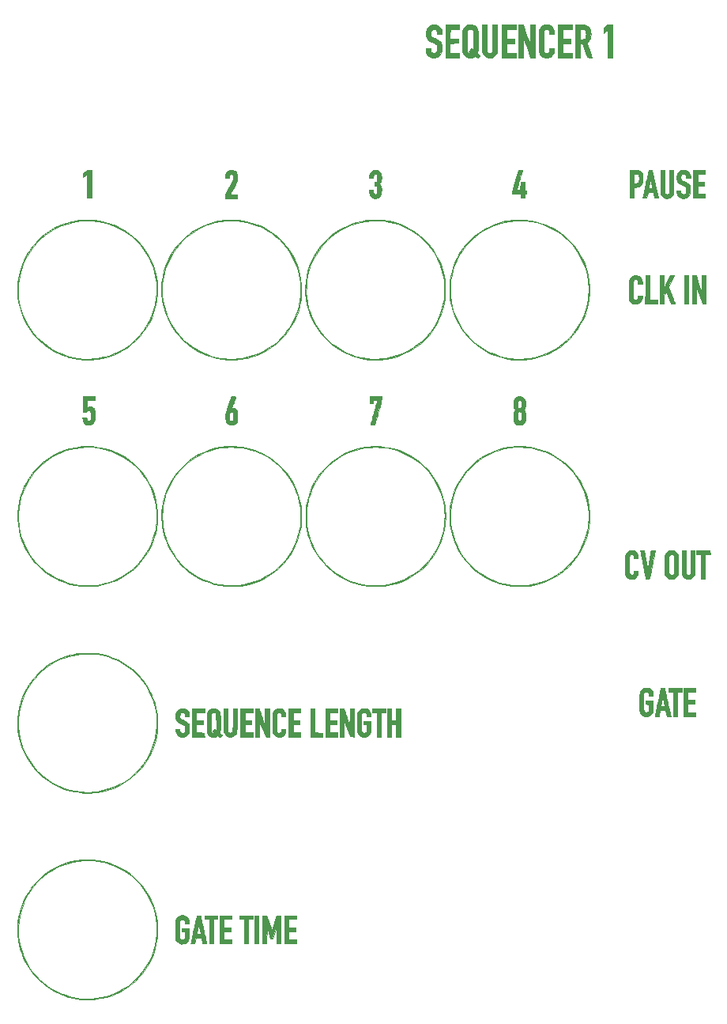
<source format=gbr>
%TF.GenerationSoftware,KiCad,Pcbnew,(5.1.6-0)*%
%TF.CreationDate,2020-12-24T13:42:28-08:00*%
%TF.ProjectId,panel_board,70616e65-6c5f-4626-9f61-72642e6b6963,rev?*%
%TF.SameCoordinates,Original*%
%TF.FileFunction,Legend,Top*%
%TF.FilePolarity,Positive*%
%FSLAX46Y46*%
G04 Gerber Fmt 4.6, Leading zero omitted, Abs format (unit mm)*
G04 Created by KiCad (PCBNEW (5.1.6-0)) date 2020-12-24 13:42:28*
%MOMM*%
%LPD*%
G01*
G04 APERTURE LIST*
%ADD10C,0.010000*%
G04 APERTURE END LIST*
D10*
%TO.C,G\u002A\u002A\u002A*%
G36*
X85427371Y-125994014D02*
G01*
X86024159Y-126063574D01*
X86618131Y-126181866D01*
X87173999Y-126338966D01*
X87748875Y-126552038D01*
X88305567Y-126811536D01*
X88839574Y-127115027D01*
X89346398Y-127460080D01*
X89576701Y-127638146D01*
X89725670Y-127764628D01*
X89895712Y-127919831D01*
X90076628Y-128093541D01*
X90258216Y-128275549D01*
X90430277Y-128455640D01*
X90582609Y-128623605D01*
X90699001Y-128761687D01*
X91070631Y-129265898D01*
X91396514Y-129791424D01*
X91676086Y-130336295D01*
X91908785Y-130898543D01*
X92094045Y-131476198D01*
X92231303Y-132067290D01*
X92319996Y-132669852D01*
X92359560Y-133281913D01*
X92349430Y-133901504D01*
X92307622Y-134380706D01*
X92212267Y-134977704D01*
X92070159Y-135558460D01*
X91883347Y-136120929D01*
X91653879Y-136663066D01*
X91383804Y-137182826D01*
X91075171Y-137678164D01*
X90730028Y-138147034D01*
X90350424Y-138587392D01*
X89938407Y-138997193D01*
X89496025Y-139374392D01*
X89025328Y-139716944D01*
X88528363Y-140022803D01*
X88007180Y-140289925D01*
X87463827Y-140516265D01*
X86900352Y-140699778D01*
X86318805Y-140838418D01*
X85750175Y-140926850D01*
X85596194Y-140941764D01*
X85413140Y-140954891D01*
X85213745Y-140965747D01*
X85010741Y-140973848D01*
X84816857Y-140978708D01*
X84644826Y-140979844D01*
X84507379Y-140976770D01*
X84478904Y-140975223D01*
X84274795Y-140958707D01*
X84046947Y-140934421D01*
X83812643Y-140904619D01*
X83589167Y-140871553D01*
X83393802Y-140837475D01*
X83341078Y-140826940D01*
X82747139Y-140678163D01*
X82172450Y-140483587D01*
X81619203Y-140245163D01*
X81089593Y-139964848D01*
X80585812Y-139644593D01*
X80110054Y-139286355D01*
X79664512Y-138892086D01*
X79251380Y-138463741D01*
X78872851Y-138003275D01*
X78531118Y-137512640D01*
X78228376Y-136993791D01*
X77966816Y-136448683D01*
X77748633Y-135879269D01*
X77732205Y-135829955D01*
X77562205Y-135233594D01*
X77442448Y-134630701D01*
X77372982Y-134022901D01*
X77355934Y-133478104D01*
X77448816Y-133478104D01*
X77473536Y-134086973D01*
X77546635Y-134684206D01*
X77666522Y-135267588D01*
X77831605Y-135834906D01*
X78040294Y-136383947D01*
X78290998Y-136912497D01*
X78582124Y-137418342D01*
X78912084Y-137899269D01*
X79279284Y-138353063D01*
X79682134Y-138777512D01*
X80119043Y-139170402D01*
X80588419Y-139529519D01*
X81088672Y-139852650D01*
X81618211Y-140137580D01*
X82175444Y-140382097D01*
X82495720Y-140499431D01*
X82880527Y-140616640D01*
X83295706Y-140717611D01*
X83722279Y-140798365D01*
X84141266Y-140854925D01*
X84236279Y-140864248D01*
X84385404Y-140873290D01*
X84572737Y-140877809D01*
X84785863Y-140878110D01*
X85012369Y-140874495D01*
X85239841Y-140867270D01*
X85455866Y-140856738D01*
X85648029Y-140843202D01*
X85803917Y-140826966D01*
X85813739Y-140825656D01*
X86339647Y-140737862D01*
X86835607Y-140619949D01*
X87315432Y-140467696D01*
X87792935Y-140276882D01*
X88140165Y-140114675D01*
X88676266Y-139823648D01*
X89177576Y-139496438D01*
X89647021Y-139130963D01*
X90067034Y-138745544D01*
X90482422Y-138298957D01*
X90855304Y-137826715D01*
X91185352Y-137331545D01*
X91472237Y-136816171D01*
X91715631Y-136283321D01*
X91915205Y-135735721D01*
X92070629Y-135176096D01*
X92181576Y-134607172D01*
X92247717Y-134031676D01*
X92268723Y-133452333D01*
X92244265Y-132871870D01*
X92174015Y-132293013D01*
X92057644Y-131718488D01*
X91894823Y-131151020D01*
X91685223Y-130593337D01*
X91428517Y-130048163D01*
X91170610Y-129592682D01*
X90835643Y-129094438D01*
X90460924Y-128626043D01*
X90049417Y-128189757D01*
X89604087Y-127787841D01*
X89127898Y-127422556D01*
X88623815Y-127096162D01*
X88094803Y-126810921D01*
X87543825Y-126569092D01*
X86973847Y-126372936D01*
X86932457Y-126360724D01*
X86460179Y-126239556D01*
X85986539Y-126152623D01*
X85496633Y-126097605D01*
X85101827Y-126075625D01*
X84495096Y-126079605D01*
X83900539Y-126131543D01*
X83320063Y-126229594D01*
X82755577Y-126371912D01*
X82208989Y-126556652D01*
X81682206Y-126781968D01*
X81177137Y-127046014D01*
X80695690Y-127346944D01*
X80239772Y-127682914D01*
X79811293Y-128052077D01*
X79412160Y-128452588D01*
X79044280Y-128882602D01*
X78709563Y-129340272D01*
X78409916Y-129823753D01*
X78147248Y-130331200D01*
X77923465Y-130860767D01*
X77740477Y-131410608D01*
X77600192Y-131978878D01*
X77504517Y-132563731D01*
X77455360Y-133163321D01*
X77448816Y-133478104D01*
X77355934Y-133478104D01*
X77353859Y-133411818D01*
X77385126Y-132799074D01*
X77466835Y-132186296D01*
X77599035Y-131575106D01*
X77601646Y-131565020D01*
X77765590Y-131025482D01*
X77974505Y-130491310D01*
X78223369Y-129973731D01*
X78507156Y-129483976D01*
X78589108Y-129357978D01*
X78755962Y-129113587D01*
X78910517Y-128901174D01*
X79063491Y-128707374D01*
X79225600Y-128518822D01*
X79407561Y-128322153D01*
X79480849Y-128245907D01*
X79923069Y-127825401D01*
X80393398Y-127445962D01*
X80889024Y-127108287D01*
X81407137Y-126813073D01*
X81944924Y-126561017D01*
X82499574Y-126352815D01*
X83068276Y-126189164D01*
X83648218Y-126070762D01*
X84236589Y-125998305D01*
X84830577Y-125972490D01*
X85427371Y-125994014D01*
G37*
X85427371Y-125994014D02*
X86024159Y-126063574D01*
X86618131Y-126181866D01*
X87173999Y-126338966D01*
X87748875Y-126552038D01*
X88305567Y-126811536D01*
X88839574Y-127115027D01*
X89346398Y-127460080D01*
X89576701Y-127638146D01*
X89725670Y-127764628D01*
X89895712Y-127919831D01*
X90076628Y-128093541D01*
X90258216Y-128275549D01*
X90430277Y-128455640D01*
X90582609Y-128623605D01*
X90699001Y-128761687D01*
X91070631Y-129265898D01*
X91396514Y-129791424D01*
X91676086Y-130336295D01*
X91908785Y-130898543D01*
X92094045Y-131476198D01*
X92231303Y-132067290D01*
X92319996Y-132669852D01*
X92359560Y-133281913D01*
X92349430Y-133901504D01*
X92307622Y-134380706D01*
X92212267Y-134977704D01*
X92070159Y-135558460D01*
X91883347Y-136120929D01*
X91653879Y-136663066D01*
X91383804Y-137182826D01*
X91075171Y-137678164D01*
X90730028Y-138147034D01*
X90350424Y-138587392D01*
X89938407Y-138997193D01*
X89496025Y-139374392D01*
X89025328Y-139716944D01*
X88528363Y-140022803D01*
X88007180Y-140289925D01*
X87463827Y-140516265D01*
X86900352Y-140699778D01*
X86318805Y-140838418D01*
X85750175Y-140926850D01*
X85596194Y-140941764D01*
X85413140Y-140954891D01*
X85213745Y-140965747D01*
X85010741Y-140973848D01*
X84816857Y-140978708D01*
X84644826Y-140979844D01*
X84507379Y-140976770D01*
X84478904Y-140975223D01*
X84274795Y-140958707D01*
X84046947Y-140934421D01*
X83812643Y-140904619D01*
X83589167Y-140871553D01*
X83393802Y-140837475D01*
X83341078Y-140826940D01*
X82747139Y-140678163D01*
X82172450Y-140483587D01*
X81619203Y-140245163D01*
X81089593Y-139964848D01*
X80585812Y-139644593D01*
X80110054Y-139286355D01*
X79664512Y-138892086D01*
X79251380Y-138463741D01*
X78872851Y-138003275D01*
X78531118Y-137512640D01*
X78228376Y-136993791D01*
X77966816Y-136448683D01*
X77748633Y-135879269D01*
X77732205Y-135829955D01*
X77562205Y-135233594D01*
X77442448Y-134630701D01*
X77372982Y-134022901D01*
X77355934Y-133478104D01*
X77448816Y-133478104D01*
X77473536Y-134086973D01*
X77546635Y-134684206D01*
X77666522Y-135267588D01*
X77831605Y-135834906D01*
X78040294Y-136383947D01*
X78290998Y-136912497D01*
X78582124Y-137418342D01*
X78912084Y-137899269D01*
X79279284Y-138353063D01*
X79682134Y-138777512D01*
X80119043Y-139170402D01*
X80588419Y-139529519D01*
X81088672Y-139852650D01*
X81618211Y-140137580D01*
X82175444Y-140382097D01*
X82495720Y-140499431D01*
X82880527Y-140616640D01*
X83295706Y-140717611D01*
X83722279Y-140798365D01*
X84141266Y-140854925D01*
X84236279Y-140864248D01*
X84385404Y-140873290D01*
X84572737Y-140877809D01*
X84785863Y-140878110D01*
X85012369Y-140874495D01*
X85239841Y-140867270D01*
X85455866Y-140856738D01*
X85648029Y-140843202D01*
X85803917Y-140826966D01*
X85813739Y-140825656D01*
X86339647Y-140737862D01*
X86835607Y-140619949D01*
X87315432Y-140467696D01*
X87792935Y-140276882D01*
X88140165Y-140114675D01*
X88676266Y-139823648D01*
X89177576Y-139496438D01*
X89647021Y-139130963D01*
X90067034Y-138745544D01*
X90482422Y-138298957D01*
X90855304Y-137826715D01*
X91185352Y-137331545D01*
X91472237Y-136816171D01*
X91715631Y-136283321D01*
X91915205Y-135735721D01*
X92070629Y-135176096D01*
X92181576Y-134607172D01*
X92247717Y-134031676D01*
X92268723Y-133452333D01*
X92244265Y-132871870D01*
X92174015Y-132293013D01*
X92057644Y-131718488D01*
X91894823Y-131151020D01*
X91685223Y-130593337D01*
X91428517Y-130048163D01*
X91170610Y-129592682D01*
X90835643Y-129094438D01*
X90460924Y-128626043D01*
X90049417Y-128189757D01*
X89604087Y-127787841D01*
X89127898Y-127422556D01*
X88623815Y-127096162D01*
X88094803Y-126810921D01*
X87543825Y-126569092D01*
X86973847Y-126372936D01*
X86932457Y-126360724D01*
X86460179Y-126239556D01*
X85986539Y-126152623D01*
X85496633Y-126097605D01*
X85101827Y-126075625D01*
X84495096Y-126079605D01*
X83900539Y-126131543D01*
X83320063Y-126229594D01*
X82755577Y-126371912D01*
X82208989Y-126556652D01*
X81682206Y-126781968D01*
X81177137Y-127046014D01*
X80695690Y-127346944D01*
X80239772Y-127682914D01*
X79811293Y-128052077D01*
X79412160Y-128452588D01*
X79044280Y-128882602D01*
X78709563Y-129340272D01*
X78409916Y-129823753D01*
X78147248Y-130331200D01*
X77923465Y-130860767D01*
X77740477Y-131410608D01*
X77600192Y-131978878D01*
X77504517Y-132563731D01*
X77455360Y-133163321D01*
X77448816Y-133478104D01*
X77355934Y-133478104D01*
X77353859Y-133411818D01*
X77385126Y-132799074D01*
X77466835Y-132186296D01*
X77599035Y-131575106D01*
X77601646Y-131565020D01*
X77765590Y-131025482D01*
X77974505Y-130491310D01*
X78223369Y-129973731D01*
X78507156Y-129483976D01*
X78589108Y-129357978D01*
X78755962Y-129113587D01*
X78910517Y-128901174D01*
X79063491Y-128707374D01*
X79225600Y-128518822D01*
X79407561Y-128322153D01*
X79480849Y-128245907D01*
X79923069Y-127825401D01*
X80393398Y-127445962D01*
X80889024Y-127108287D01*
X81407137Y-126813073D01*
X81944924Y-126561017D01*
X82499574Y-126352815D01*
X83068276Y-126189164D01*
X83648218Y-126070762D01*
X84236589Y-125998305D01*
X84830577Y-125972490D01*
X85427371Y-125994014D01*
G36*
X95071264Y-131948155D02*
G01*
X95264947Y-131994099D01*
X95429967Y-132080127D01*
X95562582Y-132201995D01*
X95659048Y-132355461D01*
X95715624Y-132536281D01*
X95729654Y-132694530D01*
X95729654Y-132829755D01*
X95303534Y-132829755D01*
X95292222Y-132673367D01*
X95281763Y-132579167D01*
X95262936Y-132518352D01*
X95229239Y-132473492D01*
X95211683Y-132457432D01*
X95110957Y-132394282D01*
X95004119Y-132378230D01*
X94912522Y-132395573D01*
X94811538Y-132448862D01*
X94762367Y-132506966D01*
X94749042Y-132531412D01*
X94738338Y-132560092D01*
X94729970Y-132598503D01*
X94723651Y-132652142D01*
X94719095Y-132726507D01*
X94716016Y-132827094D01*
X94714126Y-132959401D01*
X94713141Y-133128924D01*
X94712774Y-133341162D01*
X94712732Y-133459851D01*
X94712969Y-133714452D01*
X94714251Y-133923171D01*
X94717348Y-134090975D01*
X94723026Y-134222832D01*
X94732054Y-134323709D01*
X94745200Y-134398574D01*
X94763231Y-134452395D01*
X94786916Y-134490139D01*
X94817022Y-134516774D01*
X94854319Y-134537267D01*
X94881098Y-134548945D01*
X95004806Y-134575231D01*
X95124310Y-134552230D01*
X95214689Y-134496250D01*
X95241924Y-134471450D01*
X95261182Y-134445677D01*
X95274087Y-134409989D01*
X95282262Y-134355444D01*
X95287330Y-134273100D01*
X95290915Y-134154014D01*
X95292942Y-134065151D01*
X95301174Y-133694220D01*
X94966892Y-133694220D01*
X94966892Y-133312838D01*
X95729654Y-133312838D01*
X95729654Y-133854870D01*
X95728372Y-134070987D01*
X95723629Y-134243599D01*
X95714086Y-134380011D01*
X95698401Y-134487525D01*
X95675234Y-134573443D01*
X95643242Y-134645070D01*
X95601086Y-134709706D01*
X95564307Y-134755292D01*
X95434795Y-134869610D01*
X95276125Y-134951496D01*
X95101199Y-134997099D01*
X94922919Y-135002567D01*
X94806679Y-134981485D01*
X94645754Y-134912061D01*
X94505335Y-134804434D01*
X94393601Y-134667903D01*
X94318729Y-134511770D01*
X94292781Y-134397032D01*
X94289249Y-134341080D01*
X94286453Y-134241150D01*
X94284445Y-134104112D01*
X94283277Y-133936834D01*
X94283000Y-133746184D01*
X94283668Y-133539032D01*
X94284938Y-133363689D01*
X94293118Y-132461086D01*
X94369394Y-132322151D01*
X94474641Y-132178832D01*
X94611984Y-132064810D01*
X94770932Y-131985676D01*
X94940995Y-131947019D01*
X95071264Y-131948155D01*
G37*
X95071264Y-131948155D02*
X95264947Y-131994099D01*
X95429967Y-132080127D01*
X95562582Y-132201995D01*
X95659048Y-132355461D01*
X95715624Y-132536281D01*
X95729654Y-132694530D01*
X95729654Y-132829755D01*
X95303534Y-132829755D01*
X95292222Y-132673367D01*
X95281763Y-132579167D01*
X95262936Y-132518352D01*
X95229239Y-132473492D01*
X95211683Y-132457432D01*
X95110957Y-132394282D01*
X95004119Y-132378230D01*
X94912522Y-132395573D01*
X94811538Y-132448862D01*
X94762367Y-132506966D01*
X94749042Y-132531412D01*
X94738338Y-132560092D01*
X94729970Y-132598503D01*
X94723651Y-132652142D01*
X94719095Y-132726507D01*
X94716016Y-132827094D01*
X94714126Y-132959401D01*
X94713141Y-133128924D01*
X94712774Y-133341162D01*
X94712732Y-133459851D01*
X94712969Y-133714452D01*
X94714251Y-133923171D01*
X94717348Y-134090975D01*
X94723026Y-134222832D01*
X94732054Y-134323709D01*
X94745200Y-134398574D01*
X94763231Y-134452395D01*
X94786916Y-134490139D01*
X94817022Y-134516774D01*
X94854319Y-134537267D01*
X94881098Y-134548945D01*
X95004806Y-134575231D01*
X95124310Y-134552230D01*
X95214689Y-134496250D01*
X95241924Y-134471450D01*
X95261182Y-134445677D01*
X95274087Y-134409989D01*
X95282262Y-134355444D01*
X95287330Y-134273100D01*
X95290915Y-134154014D01*
X95292942Y-134065151D01*
X95301174Y-133694220D01*
X94966892Y-133694220D01*
X94966892Y-133312838D01*
X95729654Y-133312838D01*
X95729654Y-133854870D01*
X95728372Y-134070987D01*
X95723629Y-134243599D01*
X95714086Y-134380011D01*
X95698401Y-134487525D01*
X95675234Y-134573443D01*
X95643242Y-134645070D01*
X95601086Y-134709706D01*
X95564307Y-134755292D01*
X95434795Y-134869610D01*
X95276125Y-134951496D01*
X95101199Y-134997099D01*
X94922919Y-135002567D01*
X94806679Y-134981485D01*
X94645754Y-134912061D01*
X94505335Y-134804434D01*
X94393601Y-134667903D01*
X94318729Y-134511770D01*
X94292781Y-134397032D01*
X94289249Y-134341080D01*
X94286453Y-134241150D01*
X94284445Y-134104112D01*
X94283277Y-133936834D01*
X94283000Y-133746184D01*
X94283668Y-133539032D01*
X94284938Y-133363689D01*
X94293118Y-132461086D01*
X94369394Y-132322151D01*
X94474641Y-132178832D01*
X94611984Y-132064810D01*
X94770932Y-131985676D01*
X94940995Y-131947019D01*
X95071264Y-131948155D01*
G36*
X96866609Y-131966721D02*
G01*
X96921078Y-131973428D01*
X96948745Y-131989035D01*
X96961619Y-132017163D01*
X96962971Y-132022498D01*
X96979135Y-132091340D01*
X97003904Y-132199668D01*
X97036103Y-132342156D01*
X97074555Y-132513477D01*
X97118084Y-132708306D01*
X97165513Y-132921317D01*
X97215666Y-133147182D01*
X97267367Y-133380576D01*
X97319440Y-133616173D01*
X97370708Y-133848647D01*
X97419995Y-134072671D01*
X97466125Y-134282919D01*
X97507922Y-134474065D01*
X97544209Y-134640782D01*
X97573809Y-134777745D01*
X97595548Y-134879628D01*
X97608248Y-134941104D01*
X97611136Y-134957413D01*
X97600708Y-134975210D01*
X97563703Y-134984895D01*
X97491534Y-134987628D01*
X97402677Y-134985588D01*
X97194219Y-134978204D01*
X97064489Y-134342568D01*
X96771024Y-134335450D01*
X96477558Y-134328333D01*
X96414650Y-134653268D01*
X96351742Y-134978204D01*
X96142400Y-134985588D01*
X96037524Y-134987835D01*
X95973942Y-134984543D01*
X95942264Y-134974282D01*
X95933100Y-134955622D01*
X95933058Y-134953690D01*
X95938420Y-134923877D01*
X95953714Y-134849801D01*
X95977757Y-134736821D01*
X96009363Y-134590294D01*
X96047347Y-134415579D01*
X96090523Y-134218033D01*
X96137707Y-134003014D01*
X96165108Y-133878554D01*
X96569412Y-133878554D01*
X96575148Y-133900897D01*
X96599844Y-133914305D01*
X96653394Y-133920947D01*
X96745692Y-133922998D01*
X96772097Y-133923048D01*
X96879445Y-133919857D01*
X96949411Y-133910855D01*
X96975464Y-133896901D01*
X96975500Y-133896285D01*
X96970748Y-133862557D01*
X96957738Y-133788585D01*
X96938343Y-133683957D01*
X96914436Y-133558260D01*
X96887889Y-133421083D01*
X96860574Y-133282014D01*
X96834364Y-133150639D01*
X96811131Y-133036547D01*
X96792747Y-132949326D01*
X96781086Y-132898563D01*
X96779632Y-132893319D01*
X96771410Y-132904269D01*
X96755557Y-132956659D01*
X96733892Y-133041960D01*
X96708234Y-133151646D01*
X96680402Y-133277192D01*
X96652217Y-133410070D01*
X96625497Y-133541754D01*
X96602061Y-133663718D01*
X96583729Y-133767434D01*
X96572320Y-133844377D01*
X96569412Y-133878554D01*
X96165108Y-133878554D01*
X96187713Y-133775881D01*
X96239356Y-133541990D01*
X96291451Y-133306701D01*
X96342812Y-133075372D01*
X96392256Y-132853359D01*
X96438595Y-132646021D01*
X96480647Y-132458717D01*
X96517224Y-132296803D01*
X96547142Y-132165639D01*
X96569216Y-132070581D01*
X96582260Y-132016989D01*
X96584239Y-132009785D01*
X96600034Y-131985656D01*
X96636813Y-131971989D01*
X96705798Y-131966145D01*
X96773326Y-131965291D01*
X96866609Y-131966721D01*
G37*
X96866609Y-131966721D02*
X96921078Y-131973428D01*
X96948745Y-131989035D01*
X96961619Y-132017163D01*
X96962971Y-132022498D01*
X96979135Y-132091340D01*
X97003904Y-132199668D01*
X97036103Y-132342156D01*
X97074555Y-132513477D01*
X97118084Y-132708306D01*
X97165513Y-132921317D01*
X97215666Y-133147182D01*
X97267367Y-133380576D01*
X97319440Y-133616173D01*
X97370708Y-133848647D01*
X97419995Y-134072671D01*
X97466125Y-134282919D01*
X97507922Y-134474065D01*
X97544209Y-134640782D01*
X97573809Y-134777745D01*
X97595548Y-134879628D01*
X97608248Y-134941104D01*
X97611136Y-134957413D01*
X97600708Y-134975210D01*
X97563703Y-134984895D01*
X97491534Y-134987628D01*
X97402677Y-134985588D01*
X97194219Y-134978204D01*
X97064489Y-134342568D01*
X96771024Y-134335450D01*
X96477558Y-134328333D01*
X96414650Y-134653268D01*
X96351742Y-134978204D01*
X96142400Y-134985588D01*
X96037524Y-134987835D01*
X95973942Y-134984543D01*
X95942264Y-134974282D01*
X95933100Y-134955622D01*
X95933058Y-134953690D01*
X95938420Y-134923877D01*
X95953714Y-134849801D01*
X95977757Y-134736821D01*
X96009363Y-134590294D01*
X96047347Y-134415579D01*
X96090523Y-134218033D01*
X96137707Y-134003014D01*
X96165108Y-133878554D01*
X96569412Y-133878554D01*
X96575148Y-133900897D01*
X96599844Y-133914305D01*
X96653394Y-133920947D01*
X96745692Y-133922998D01*
X96772097Y-133923048D01*
X96879445Y-133919857D01*
X96949411Y-133910855D01*
X96975464Y-133896901D01*
X96975500Y-133896285D01*
X96970748Y-133862557D01*
X96957738Y-133788585D01*
X96938343Y-133683957D01*
X96914436Y-133558260D01*
X96887889Y-133421083D01*
X96860574Y-133282014D01*
X96834364Y-133150639D01*
X96811131Y-133036547D01*
X96792747Y-132949326D01*
X96781086Y-132898563D01*
X96779632Y-132893319D01*
X96771410Y-132904269D01*
X96755557Y-132956659D01*
X96733892Y-133041960D01*
X96708234Y-133151646D01*
X96680402Y-133277192D01*
X96652217Y-133410070D01*
X96625497Y-133541754D01*
X96602061Y-133663718D01*
X96583729Y-133767434D01*
X96572320Y-133844377D01*
X96569412Y-133878554D01*
X96165108Y-133878554D01*
X96187713Y-133775881D01*
X96239356Y-133541990D01*
X96291451Y-133306701D01*
X96342812Y-133075372D01*
X96392256Y-132853359D01*
X96438595Y-132646021D01*
X96480647Y-132458717D01*
X96517224Y-132296803D01*
X96547142Y-132165639D01*
X96569216Y-132070581D01*
X96582260Y-132016989D01*
X96584239Y-132009785D01*
X96600034Y-131985656D01*
X96636813Y-131971989D01*
X96705798Y-131966145D01*
X96773326Y-131965291D01*
X96866609Y-131966721D01*
G36*
X98806131Y-132372097D02*
G01*
X98323048Y-132372097D01*
X98323048Y-134990916D01*
X97890816Y-134990916D01*
X97890816Y-132372097D01*
X97382307Y-132372097D01*
X97382307Y-131965291D01*
X98806131Y-131965291D01*
X98806131Y-132372097D01*
G37*
X98806131Y-132372097D02*
X98323048Y-132372097D01*
X98323048Y-134990916D01*
X97890816Y-134990916D01*
X97890816Y-132372097D01*
X97382307Y-132372097D01*
X97382307Y-131965291D01*
X98806131Y-131965291D01*
X98806131Y-132372097D01*
G36*
X100306231Y-132372097D02*
G01*
X99441767Y-132372097D01*
X99441767Y-133261987D01*
X100179104Y-133261987D01*
X100179104Y-133668794D01*
X99441767Y-133668794D01*
X99441767Y-134558684D01*
X100306231Y-134558684D01*
X100306231Y-134990916D01*
X99009534Y-134990916D01*
X99009534Y-131965291D01*
X100306231Y-131965291D01*
X100306231Y-132372097D01*
G37*
X100306231Y-132372097D02*
X99441767Y-132372097D01*
X99441767Y-133261987D01*
X100179104Y-133261987D01*
X100179104Y-133668794D01*
X99441767Y-133668794D01*
X99441767Y-134558684D01*
X100306231Y-134558684D01*
X100306231Y-134990916D01*
X99009534Y-134990916D01*
X99009534Y-131965291D01*
X100306231Y-131965291D01*
X100306231Y-132372097D01*
G36*
X102569094Y-132372097D02*
G01*
X102086473Y-132372097D01*
X102079885Y-133675151D01*
X102073298Y-134978204D01*
X101863538Y-134985588D01*
X101653779Y-134992973D01*
X101653779Y-132372097D01*
X101145270Y-132372097D01*
X101145270Y-131965291D01*
X102569094Y-131965291D01*
X102569094Y-132372097D01*
G37*
X102569094Y-132372097D02*
X102086473Y-132372097D01*
X102079885Y-133675151D01*
X102073298Y-134978204D01*
X101863538Y-134985588D01*
X101653779Y-134992973D01*
X101653779Y-132372097D01*
X101145270Y-132372097D01*
X101145270Y-131965291D01*
X102569094Y-131965291D01*
X102569094Y-132372097D01*
G36*
X103204730Y-134990916D02*
G01*
X102772497Y-134990916D01*
X102772497Y-131965291D01*
X103204730Y-131965291D01*
X103204730Y-134990916D01*
G37*
X103204730Y-134990916D02*
X102772497Y-134990916D01*
X102772497Y-131965291D01*
X103204730Y-131965291D01*
X103204730Y-134990916D01*
G36*
X105569294Y-134990916D02*
G01*
X105137062Y-134990916D01*
X105135055Y-134081957D01*
X105133047Y-133172998D01*
X104699701Y-134459656D01*
X104594824Y-134451963D01*
X104489948Y-134444270D01*
X104281569Y-133808634D01*
X104073191Y-133172998D01*
X104056481Y-134978204D01*
X103846721Y-134985588D01*
X103636962Y-134992973D01*
X103636962Y-131965291D01*
X104038959Y-131965291D01*
X104113867Y-132175050D01*
X104144202Y-132260706D01*
X104187621Y-132384282D01*
X104240581Y-132535647D01*
X104299540Y-132704665D01*
X104360954Y-132881203D01*
X104389433Y-132963239D01*
X104445822Y-133124305D01*
X104497147Y-133268098D01*
X104540985Y-133388050D01*
X104574912Y-133477597D01*
X104596501Y-133530174D01*
X104602966Y-133541463D01*
X104614034Y-133518288D01*
X104639460Y-133452635D01*
X104677205Y-133350160D01*
X104725228Y-133216518D01*
X104781490Y-133057366D01*
X104843949Y-132878359D01*
X104884979Y-132759632D01*
X105154118Y-131978003D01*
X105361706Y-131970619D01*
X105569294Y-131963234D01*
X105569294Y-134990916D01*
G37*
X105569294Y-134990916D02*
X105137062Y-134990916D01*
X105135055Y-134081957D01*
X105133047Y-133172998D01*
X104699701Y-134459656D01*
X104594824Y-134451963D01*
X104489948Y-134444270D01*
X104281569Y-133808634D01*
X104073191Y-133172998D01*
X104056481Y-134978204D01*
X103846721Y-134985588D01*
X103636962Y-134992973D01*
X103636962Y-131965291D01*
X104038959Y-131965291D01*
X104113867Y-132175050D01*
X104144202Y-132260706D01*
X104187621Y-132384282D01*
X104240581Y-132535647D01*
X104299540Y-132704665D01*
X104360954Y-132881203D01*
X104389433Y-132963239D01*
X104445822Y-133124305D01*
X104497147Y-133268098D01*
X104540985Y-133388050D01*
X104574912Y-133477597D01*
X104596501Y-133530174D01*
X104602966Y-133541463D01*
X104614034Y-133518288D01*
X104639460Y-133452635D01*
X104677205Y-133350160D01*
X104725228Y-133216518D01*
X104781490Y-133057366D01*
X104843949Y-132878359D01*
X104884979Y-132759632D01*
X105154118Y-131978003D01*
X105361706Y-131970619D01*
X105569294Y-131963234D01*
X105569294Y-134990916D01*
G36*
X107272798Y-132372097D02*
G01*
X106408333Y-132372097D01*
X106408333Y-133261987D01*
X107171096Y-133261987D01*
X107171096Y-133668794D01*
X106407132Y-133668794D01*
X106414089Y-134107383D01*
X106421046Y-134545971D01*
X106846922Y-134552942D01*
X107272798Y-134559914D01*
X107272798Y-134990916D01*
X106641400Y-134990916D01*
X106467109Y-134990261D01*
X106309890Y-134988416D01*
X106176821Y-134985569D01*
X106074977Y-134981904D01*
X106011436Y-134977605D01*
X105993051Y-134973966D01*
X105989982Y-134946149D01*
X105987091Y-134871987D01*
X105984429Y-134755985D01*
X105982048Y-134602647D01*
X105979997Y-134416479D01*
X105978326Y-134201986D01*
X105977087Y-133963673D01*
X105976329Y-133706046D01*
X105976101Y-133461153D01*
X105976101Y-131965291D01*
X107272798Y-131965291D01*
X107272798Y-132372097D01*
G37*
X107272798Y-132372097D02*
X106408333Y-132372097D01*
X106408333Y-133261987D01*
X107171096Y-133261987D01*
X107171096Y-133668794D01*
X106407132Y-133668794D01*
X106414089Y-134107383D01*
X106421046Y-134545971D01*
X106846922Y-134552942D01*
X107272798Y-134559914D01*
X107272798Y-134990916D01*
X106641400Y-134990916D01*
X106467109Y-134990261D01*
X106309890Y-134988416D01*
X106176821Y-134985569D01*
X106074977Y-134981904D01*
X106011436Y-134977605D01*
X105993051Y-134973966D01*
X105989982Y-134946149D01*
X105987091Y-134871987D01*
X105984429Y-134755985D01*
X105982048Y-134602647D01*
X105979997Y-134416479D01*
X105978326Y-134201986D01*
X105977087Y-133963673D01*
X105976329Y-133706046D01*
X105976101Y-133461153D01*
X105976101Y-131965291D01*
X107272798Y-131965291D01*
X107272798Y-132372097D01*
G36*
X85245568Y-103856951D02*
G01*
X85844883Y-103908549D01*
X86431862Y-104008596D01*
X87008967Y-104157647D01*
X87578661Y-104356257D01*
X88143405Y-104604982D01*
X88292500Y-104679342D01*
X88819614Y-104976983D01*
X89320228Y-105316804D01*
X89791675Y-105696066D01*
X90231288Y-106112030D01*
X90636403Y-106561956D01*
X91004352Y-107043106D01*
X91332469Y-107552739D01*
X91618089Y-108088118D01*
X91625485Y-108103529D01*
X91869894Y-108671994D01*
X92065517Y-109252085D01*
X92212388Y-109841195D01*
X92310539Y-110436719D01*
X92360003Y-111036051D01*
X92360814Y-111636583D01*
X92313004Y-112235710D01*
X92216606Y-112830825D01*
X92071654Y-113419322D01*
X91878180Y-113998595D01*
X91636217Y-114566038D01*
X91541271Y-114759029D01*
X91240548Y-115294518D01*
X90900718Y-115798879D01*
X90524047Y-116270546D01*
X90112799Y-116707958D01*
X89669242Y-117109551D01*
X89195641Y-117473760D01*
X88694260Y-117799022D01*
X88167367Y-118083774D01*
X87617226Y-118326452D01*
X87046104Y-118525492D01*
X86456266Y-118679332D01*
X85849977Y-118786406D01*
X85673899Y-118808207D01*
X85550491Y-118818754D01*
X85390491Y-118827551D01*
X85205160Y-118834438D01*
X85005761Y-118839256D01*
X84803555Y-118841845D01*
X84609805Y-118842045D01*
X84435772Y-118839697D01*
X84292717Y-118834642D01*
X84211937Y-118828920D01*
X83586479Y-118743148D01*
X82978570Y-118610655D01*
X82390094Y-118432562D01*
X81822931Y-118209988D01*
X81278965Y-117944054D01*
X80760078Y-117635880D01*
X80268152Y-117286586D01*
X79805069Y-116897291D01*
X79372712Y-116469117D01*
X78972962Y-116003183D01*
X78607703Y-115500609D01*
X78600380Y-115489615D01*
X78284151Y-114968814D01*
X78013454Y-114427650D01*
X77788648Y-113869115D01*
X77610095Y-113296197D01*
X77478153Y-112711889D01*
X77393183Y-112119179D01*
X77355546Y-111521058D01*
X77355764Y-111508005D01*
X77460268Y-111508005D01*
X77465972Y-111771279D01*
X77477705Y-112013937D01*
X77495533Y-112224328D01*
X77508269Y-112324150D01*
X77623925Y-112946692D01*
X77781976Y-113541995D01*
X77983343Y-114112237D01*
X78228947Y-114659601D01*
X78519708Y-115186267D01*
X78856546Y-115694417D01*
X79026674Y-115921847D01*
X79248764Y-116188664D01*
X79506738Y-116465303D01*
X79789682Y-116741694D01*
X80086681Y-117007764D01*
X80386822Y-117253445D01*
X80679190Y-117468664D01*
X80767899Y-117528518D01*
X81291360Y-117843261D01*
X81837445Y-118113629D01*
X82402621Y-118338428D01*
X82983357Y-118516464D01*
X83576119Y-118646542D01*
X84177377Y-118727469D01*
X84356970Y-118741855D01*
X84535268Y-118753410D01*
X84678145Y-118760882D01*
X84800864Y-118764284D01*
X84918689Y-118763625D01*
X85046886Y-118758918D01*
X85200717Y-118750172D01*
X85318377Y-118742547D01*
X85933970Y-118676841D01*
X86535351Y-118563023D01*
X87120334Y-118402309D01*
X87686732Y-118195914D01*
X88232357Y-117945052D01*
X88755023Y-117650938D01*
X89252542Y-117314788D01*
X89722727Y-116937817D01*
X90163392Y-116521239D01*
X90572349Y-116066269D01*
X90899210Y-115642168D01*
X91225975Y-115142994D01*
X91509240Y-114620090D01*
X91748480Y-114076912D01*
X91943169Y-113516914D01*
X92092783Y-112943551D01*
X92196795Y-112360277D01*
X92254681Y-111770549D01*
X92265915Y-111177821D01*
X92229971Y-110585547D01*
X92146325Y-109997183D01*
X92014450Y-109416183D01*
X91902549Y-109043903D01*
X91686409Y-108466823D01*
X91429111Y-107919192D01*
X91129608Y-107399315D01*
X90786850Y-106905495D01*
X90399790Y-106436036D01*
X90087420Y-106106501D01*
X89630072Y-105684912D01*
X89148820Y-105308184D01*
X88643586Y-104976276D01*
X88114290Y-104689150D01*
X87560856Y-104446767D01*
X86983204Y-104249087D01*
X86381255Y-104096072D01*
X85877302Y-104005067D01*
X85696427Y-103984395D01*
X85476161Y-103969376D01*
X85227641Y-103959944D01*
X84962005Y-103956038D01*
X84690390Y-103957592D01*
X84423933Y-103964543D01*
X84173773Y-103976829D01*
X83951045Y-103994384D01*
X83766992Y-104017129D01*
X83155941Y-104138012D01*
X82563927Y-104304966D01*
X81992937Y-104516810D01*
X81444958Y-104772362D01*
X80921976Y-105070439D01*
X80425978Y-105409859D01*
X79958952Y-105789441D01*
X79522884Y-106208003D01*
X79119762Y-106664362D01*
X78947939Y-106883992D01*
X78599159Y-107385657D01*
X78297603Y-107902163D01*
X78041997Y-108436551D01*
X77831066Y-108991860D01*
X77663536Y-109571129D01*
X77538132Y-110177398D01*
X77519859Y-110290116D01*
X77496414Y-110481730D01*
X77478666Y-110710976D01*
X77466682Y-110966203D01*
X77460527Y-111235763D01*
X77460268Y-111508005D01*
X77355764Y-111508005D01*
X77365600Y-110920516D01*
X77423706Y-110320544D01*
X77530225Y-109724132D01*
X77685516Y-109134269D01*
X77795330Y-108803975D01*
X77954571Y-108405442D01*
X78149842Y-107993492D01*
X78373875Y-107581380D01*
X78619404Y-107182359D01*
X78879165Y-106809685D01*
X78913980Y-106763363D01*
X79039069Y-106608951D01*
X79195658Y-106432081D01*
X79375008Y-106241386D01*
X79568379Y-106045499D01*
X79767032Y-105853051D01*
X79962227Y-105672675D01*
X80145226Y-105513005D01*
X80307288Y-105382671D01*
X80326020Y-105368588D01*
X80829041Y-105020532D01*
X81339892Y-104720838D01*
X81863750Y-104467087D01*
X82405793Y-104256859D01*
X82971197Y-104087736D01*
X83172198Y-104038584D01*
X83463670Y-103975748D01*
X83734077Y-103928133D01*
X84000805Y-103893534D01*
X84281238Y-103869740D01*
X84592761Y-103854544D01*
X84631456Y-103853245D01*
X85245568Y-103856951D01*
G37*
X85245568Y-103856951D02*
X85844883Y-103908549D01*
X86431862Y-104008596D01*
X87008967Y-104157647D01*
X87578661Y-104356257D01*
X88143405Y-104604982D01*
X88292500Y-104679342D01*
X88819614Y-104976983D01*
X89320228Y-105316804D01*
X89791675Y-105696066D01*
X90231288Y-106112030D01*
X90636403Y-106561956D01*
X91004352Y-107043106D01*
X91332469Y-107552739D01*
X91618089Y-108088118D01*
X91625485Y-108103529D01*
X91869894Y-108671994D01*
X92065517Y-109252085D01*
X92212388Y-109841195D01*
X92310539Y-110436719D01*
X92360003Y-111036051D01*
X92360814Y-111636583D01*
X92313004Y-112235710D01*
X92216606Y-112830825D01*
X92071654Y-113419322D01*
X91878180Y-113998595D01*
X91636217Y-114566038D01*
X91541271Y-114759029D01*
X91240548Y-115294518D01*
X90900718Y-115798879D01*
X90524047Y-116270546D01*
X90112799Y-116707958D01*
X89669242Y-117109551D01*
X89195641Y-117473760D01*
X88694260Y-117799022D01*
X88167367Y-118083774D01*
X87617226Y-118326452D01*
X87046104Y-118525492D01*
X86456266Y-118679332D01*
X85849977Y-118786406D01*
X85673899Y-118808207D01*
X85550491Y-118818754D01*
X85390491Y-118827551D01*
X85205160Y-118834438D01*
X85005761Y-118839256D01*
X84803555Y-118841845D01*
X84609805Y-118842045D01*
X84435772Y-118839697D01*
X84292717Y-118834642D01*
X84211937Y-118828920D01*
X83586479Y-118743148D01*
X82978570Y-118610655D01*
X82390094Y-118432562D01*
X81822931Y-118209988D01*
X81278965Y-117944054D01*
X80760078Y-117635880D01*
X80268152Y-117286586D01*
X79805069Y-116897291D01*
X79372712Y-116469117D01*
X78972962Y-116003183D01*
X78607703Y-115500609D01*
X78600380Y-115489615D01*
X78284151Y-114968814D01*
X78013454Y-114427650D01*
X77788648Y-113869115D01*
X77610095Y-113296197D01*
X77478153Y-112711889D01*
X77393183Y-112119179D01*
X77355546Y-111521058D01*
X77355764Y-111508005D01*
X77460268Y-111508005D01*
X77465972Y-111771279D01*
X77477705Y-112013937D01*
X77495533Y-112224328D01*
X77508269Y-112324150D01*
X77623925Y-112946692D01*
X77781976Y-113541995D01*
X77983343Y-114112237D01*
X78228947Y-114659601D01*
X78519708Y-115186267D01*
X78856546Y-115694417D01*
X79026674Y-115921847D01*
X79248764Y-116188664D01*
X79506738Y-116465303D01*
X79789682Y-116741694D01*
X80086681Y-117007764D01*
X80386822Y-117253445D01*
X80679190Y-117468664D01*
X80767899Y-117528518D01*
X81291360Y-117843261D01*
X81837445Y-118113629D01*
X82402621Y-118338428D01*
X82983357Y-118516464D01*
X83576119Y-118646542D01*
X84177377Y-118727469D01*
X84356970Y-118741855D01*
X84535268Y-118753410D01*
X84678145Y-118760882D01*
X84800864Y-118764284D01*
X84918689Y-118763625D01*
X85046886Y-118758918D01*
X85200717Y-118750172D01*
X85318377Y-118742547D01*
X85933970Y-118676841D01*
X86535351Y-118563023D01*
X87120334Y-118402309D01*
X87686732Y-118195914D01*
X88232357Y-117945052D01*
X88755023Y-117650938D01*
X89252542Y-117314788D01*
X89722727Y-116937817D01*
X90163392Y-116521239D01*
X90572349Y-116066269D01*
X90899210Y-115642168D01*
X91225975Y-115142994D01*
X91509240Y-114620090D01*
X91748480Y-114076912D01*
X91943169Y-113516914D01*
X92092783Y-112943551D01*
X92196795Y-112360277D01*
X92254681Y-111770549D01*
X92265915Y-111177821D01*
X92229971Y-110585547D01*
X92146325Y-109997183D01*
X92014450Y-109416183D01*
X91902549Y-109043903D01*
X91686409Y-108466823D01*
X91429111Y-107919192D01*
X91129608Y-107399315D01*
X90786850Y-106905495D01*
X90399790Y-106436036D01*
X90087420Y-106106501D01*
X89630072Y-105684912D01*
X89148820Y-105308184D01*
X88643586Y-104976276D01*
X88114290Y-104689150D01*
X87560856Y-104446767D01*
X86983204Y-104249087D01*
X86381255Y-104096072D01*
X85877302Y-104005067D01*
X85696427Y-103984395D01*
X85476161Y-103969376D01*
X85227641Y-103959944D01*
X84962005Y-103956038D01*
X84690390Y-103957592D01*
X84423933Y-103964543D01*
X84173773Y-103976829D01*
X83951045Y-103994384D01*
X83766992Y-104017129D01*
X83155941Y-104138012D01*
X82563927Y-104304966D01*
X81992937Y-104516810D01*
X81444958Y-104772362D01*
X80921976Y-105070439D01*
X80425978Y-105409859D01*
X79958952Y-105789441D01*
X79522884Y-106208003D01*
X79119762Y-106664362D01*
X78947939Y-106883992D01*
X78599159Y-107385657D01*
X78297603Y-107902163D01*
X78041997Y-108436551D01*
X77831066Y-108991860D01*
X77663536Y-109571129D01*
X77538132Y-110177398D01*
X77519859Y-110290116D01*
X77496414Y-110481730D01*
X77478666Y-110710976D01*
X77466682Y-110966203D01*
X77460527Y-111235763D01*
X77460268Y-111508005D01*
X77355764Y-111508005D01*
X77365600Y-110920516D01*
X77423706Y-110320544D01*
X77530225Y-109724132D01*
X77685516Y-109134269D01*
X77795330Y-108803975D01*
X77954571Y-108405442D01*
X78149842Y-107993492D01*
X78373875Y-107581380D01*
X78619404Y-107182359D01*
X78879165Y-106809685D01*
X78913980Y-106763363D01*
X79039069Y-106608951D01*
X79195658Y-106432081D01*
X79375008Y-106241386D01*
X79568379Y-106045499D01*
X79767032Y-105853051D01*
X79962227Y-105672675D01*
X80145226Y-105513005D01*
X80307288Y-105382671D01*
X80326020Y-105368588D01*
X80829041Y-105020532D01*
X81339892Y-104720838D01*
X81863750Y-104467087D01*
X82405793Y-104256859D01*
X82971197Y-104087736D01*
X83172198Y-104038584D01*
X83463670Y-103975748D01*
X83734077Y-103928133D01*
X84000805Y-103893534D01*
X84281238Y-103869740D01*
X84592761Y-103854544D01*
X84631456Y-103853245D01*
X85245568Y-103856951D01*
G36*
X98465205Y-109810055D02*
G01*
X98549493Y-109819991D01*
X98619609Y-109840792D01*
X98691716Y-109874938D01*
X98833283Y-109967185D01*
X98938289Y-110079808D01*
X99014528Y-110213839D01*
X99029900Y-110248623D01*
X99042372Y-110283162D01*
X99052296Y-110323052D01*
X99060026Y-110373891D01*
X99065916Y-110441274D01*
X99070319Y-110530796D01*
X99073590Y-110648055D01*
X99076082Y-110798646D01*
X99078149Y-110988165D01*
X99080145Y-111222209D01*
X99080418Y-111256282D01*
X99082050Y-111513995D01*
X99082343Y-111725923D01*
X99081160Y-111897117D01*
X99078366Y-112032628D01*
X99073826Y-112137508D01*
X99067406Y-112216807D01*
X99058969Y-112275578D01*
X99052338Y-112305169D01*
X99016938Y-112438740D01*
X99140363Y-112532866D01*
X99205556Y-112586148D01*
X99250287Y-112629527D01*
X99263789Y-112650467D01*
X99248254Y-112678986D01*
X99209496Y-112730454D01*
X99159288Y-112790927D01*
X99109401Y-112846457D01*
X99071605Y-112883099D01*
X99061938Y-112889602D01*
X99035927Y-112878445D01*
X98983704Y-112843270D01*
X98936036Y-112806970D01*
X98872350Y-112758395D01*
X98825232Y-112726213D01*
X98808909Y-112718350D01*
X98779397Y-112729040D01*
X98719813Y-112756453D01*
X98668338Y-112781914D01*
X98569881Y-112822644D01*
X98467580Y-112841782D01*
X98374119Y-112845371D01*
X98170098Y-112825028D01*
X97995802Y-112763635D01*
X97850206Y-112660640D01*
X97732286Y-112515496D01*
X97719169Y-112493899D01*
X97649274Y-112375000D01*
X97641592Y-111383409D01*
X97641394Y-111345964D01*
X98068794Y-111345964D01*
X98068794Y-112264498D01*
X98143114Y-112338818D01*
X98207504Y-112390219D01*
X98277848Y-112410370D01*
X98327448Y-112412184D01*
X98437462Y-112411229D01*
X98248438Y-112247873D01*
X98470650Y-111993619D01*
X98548372Y-112050826D01*
X98601933Y-112087833D01*
X98636378Y-112107204D01*
X98639836Y-112108033D01*
X98645033Y-112083815D01*
X98649034Y-112015960D01*
X98651896Y-111911664D01*
X98653676Y-111778126D01*
X98654432Y-111622543D01*
X98654221Y-111452113D01*
X98653099Y-111274034D01*
X98651124Y-111095504D01*
X98648353Y-110923719D01*
X98644844Y-110765879D01*
X98640652Y-110629180D01*
X98635837Y-110520820D01*
X98630454Y-110447997D01*
X98626451Y-110422276D01*
X98576234Y-110327921D01*
X98492893Y-110262130D01*
X98388171Y-110229545D01*
X98273815Y-110234807D01*
X98207923Y-110256927D01*
X98173280Y-110274255D01*
X98144921Y-110294891D01*
X98122216Y-110323752D01*
X98104538Y-110365753D01*
X98091259Y-110425810D01*
X98081752Y-110508836D01*
X98075387Y-110619749D01*
X98071538Y-110763462D01*
X98069575Y-110944892D01*
X98068873Y-111168953D01*
X98068794Y-111345964D01*
X97641394Y-111345964D01*
X97639992Y-111081129D01*
X97640280Y-110828645D01*
X97642475Y-110624939D01*
X97646596Y-110468990D01*
X97652663Y-110359778D01*
X97660694Y-110296285D01*
X97662214Y-110290116D01*
X97725804Y-110146162D01*
X97828154Y-110013133D01*
X97957309Y-109905664D01*
X97994537Y-109883309D01*
X98069926Y-109844733D01*
X98135828Y-109821860D01*
X98210623Y-109810746D01*
X98312692Y-109807449D01*
X98348473Y-109807389D01*
X98465205Y-109810055D01*
G37*
X98465205Y-109810055D02*
X98549493Y-109819991D01*
X98619609Y-109840792D01*
X98691716Y-109874938D01*
X98833283Y-109967185D01*
X98938289Y-110079808D01*
X99014528Y-110213839D01*
X99029900Y-110248623D01*
X99042372Y-110283162D01*
X99052296Y-110323052D01*
X99060026Y-110373891D01*
X99065916Y-110441274D01*
X99070319Y-110530796D01*
X99073590Y-110648055D01*
X99076082Y-110798646D01*
X99078149Y-110988165D01*
X99080145Y-111222209D01*
X99080418Y-111256282D01*
X99082050Y-111513995D01*
X99082343Y-111725923D01*
X99081160Y-111897117D01*
X99078366Y-112032628D01*
X99073826Y-112137508D01*
X99067406Y-112216807D01*
X99058969Y-112275578D01*
X99052338Y-112305169D01*
X99016938Y-112438740D01*
X99140363Y-112532866D01*
X99205556Y-112586148D01*
X99250287Y-112629527D01*
X99263789Y-112650467D01*
X99248254Y-112678986D01*
X99209496Y-112730454D01*
X99159288Y-112790927D01*
X99109401Y-112846457D01*
X99071605Y-112883099D01*
X99061938Y-112889602D01*
X99035927Y-112878445D01*
X98983704Y-112843270D01*
X98936036Y-112806970D01*
X98872350Y-112758395D01*
X98825232Y-112726213D01*
X98808909Y-112718350D01*
X98779397Y-112729040D01*
X98719813Y-112756453D01*
X98668338Y-112781914D01*
X98569881Y-112822644D01*
X98467580Y-112841782D01*
X98374119Y-112845371D01*
X98170098Y-112825028D01*
X97995802Y-112763635D01*
X97850206Y-112660640D01*
X97732286Y-112515496D01*
X97719169Y-112493899D01*
X97649274Y-112375000D01*
X97641592Y-111383409D01*
X97641394Y-111345964D01*
X98068794Y-111345964D01*
X98068794Y-112264498D01*
X98143114Y-112338818D01*
X98207504Y-112390219D01*
X98277848Y-112410370D01*
X98327448Y-112412184D01*
X98437462Y-112411229D01*
X98248438Y-112247873D01*
X98470650Y-111993619D01*
X98548372Y-112050826D01*
X98601933Y-112087833D01*
X98636378Y-112107204D01*
X98639836Y-112108033D01*
X98645033Y-112083815D01*
X98649034Y-112015960D01*
X98651896Y-111911664D01*
X98653676Y-111778126D01*
X98654432Y-111622543D01*
X98654221Y-111452113D01*
X98653099Y-111274034D01*
X98651124Y-111095504D01*
X98648353Y-110923719D01*
X98644844Y-110765879D01*
X98640652Y-110629180D01*
X98635837Y-110520820D01*
X98630454Y-110447997D01*
X98626451Y-110422276D01*
X98576234Y-110327921D01*
X98492893Y-110262130D01*
X98388171Y-110229545D01*
X98273815Y-110234807D01*
X98207923Y-110256927D01*
X98173280Y-110274255D01*
X98144921Y-110294891D01*
X98122216Y-110323752D01*
X98104538Y-110365753D01*
X98091259Y-110425810D01*
X98081752Y-110508836D01*
X98075387Y-110619749D01*
X98071538Y-110763462D01*
X98069575Y-110944892D01*
X98068873Y-111168953D01*
X98068794Y-111345964D01*
X97641394Y-111345964D01*
X97639992Y-111081129D01*
X97640280Y-110828645D01*
X97642475Y-110624939D01*
X97646596Y-110468990D01*
X97652663Y-110359778D01*
X97660694Y-110296285D01*
X97662214Y-110290116D01*
X97725804Y-110146162D01*
X97828154Y-110013133D01*
X97957309Y-109905664D01*
X97994537Y-109883309D01*
X98069926Y-109844733D01*
X98135828Y-109821860D01*
X98210623Y-109810746D01*
X98312692Y-109807449D01*
X98348473Y-109807389D01*
X98465205Y-109810055D01*
G36*
X95237900Y-109818626D02*
G01*
X95406458Y-109886785D01*
X95551331Y-109993935D01*
X95664123Y-110134969D01*
X95689539Y-110181290D01*
X95728071Y-110271840D01*
X95748251Y-110361189D01*
X95754935Y-110472836D01*
X95755080Y-110498511D01*
X95755080Y-110684210D01*
X95322848Y-110684210D01*
X95322848Y-110568533D01*
X95304330Y-110430742D01*
X95250966Y-110325370D01*
X95166032Y-110256252D01*
X95052811Y-110227224D01*
X95030455Y-110226552D01*
X94913710Y-110246806D01*
X94826731Y-110307771D01*
X94769301Y-110409750D01*
X94741200Y-110553048D01*
X94738063Y-110633805D01*
X94741508Y-110730532D01*
X94755765Y-110808067D01*
X94786714Y-110871941D01*
X94840236Y-110927685D01*
X94922211Y-110980832D01*
X95038520Y-111036913D01*
X95195044Y-111101459D01*
X95263885Y-111128422D01*
X95439274Y-111210904D01*
X95571074Y-111306793D01*
X95665865Y-111421193D01*
X95685898Y-111455788D01*
X95708011Y-111501497D01*
X95723501Y-111548745D01*
X95733525Y-111607504D01*
X95739240Y-111687745D01*
X95741801Y-111799440D01*
X95742367Y-111942768D01*
X95741676Y-112094184D01*
X95738793Y-112205286D01*
X95732507Y-112286601D01*
X95721604Y-112348657D01*
X95704872Y-112401981D01*
X95683797Y-112451277D01*
X95589522Y-112609579D01*
X95470362Y-112725688D01*
X95322913Y-112801656D01*
X95143768Y-112839534D01*
X95030455Y-112844874D01*
X94905091Y-112840676D01*
X94809448Y-112825609D01*
X94722902Y-112795961D01*
X94698956Y-112785225D01*
X94546544Y-112687272D01*
X94423762Y-112553180D01*
X94335800Y-112391404D01*
X94287848Y-112210398D01*
X94280405Y-112103419D01*
X94280405Y-111980906D01*
X94712637Y-111980906D01*
X94712637Y-112080953D01*
X94728329Y-112220040D01*
X94776433Y-112320379D01*
X94858488Y-112383628D01*
X94976038Y-112411448D01*
X95021119Y-112413139D01*
X95116979Y-112408260D01*
X95182676Y-112389857D01*
X95238282Y-112352274D01*
X95238797Y-112351832D01*
X95269708Y-112323059D01*
X95290443Y-112292903D01*
X95303430Y-112250714D01*
X95311094Y-112185838D01*
X95315864Y-112087625D01*
X95318531Y-112001898D01*
X95321153Y-111868365D01*
X95315978Y-111767961D01*
X95296787Y-111692215D01*
X95257361Y-111632656D01*
X95191484Y-111580812D01*
X95092937Y-111528213D01*
X94955501Y-111466387D01*
X94911372Y-111447210D01*
X94725661Y-111360743D01*
X94583413Y-111278000D01*
X94478539Y-111191301D01*
X94404945Y-111092965D01*
X94356542Y-110975311D01*
X94327237Y-110830659D01*
X94313679Y-110693591D01*
X94317592Y-110471166D01*
X94360729Y-110274666D01*
X94440416Y-110107341D01*
X94553977Y-109972438D01*
X94698737Y-109873205D01*
X94872020Y-109812891D01*
X95054054Y-109794568D01*
X95237900Y-109818626D01*
G37*
X95237900Y-109818626D02*
X95406458Y-109886785D01*
X95551331Y-109993935D01*
X95664123Y-110134969D01*
X95689539Y-110181290D01*
X95728071Y-110271840D01*
X95748251Y-110361189D01*
X95754935Y-110472836D01*
X95755080Y-110498511D01*
X95755080Y-110684210D01*
X95322848Y-110684210D01*
X95322848Y-110568533D01*
X95304330Y-110430742D01*
X95250966Y-110325370D01*
X95166032Y-110256252D01*
X95052811Y-110227224D01*
X95030455Y-110226552D01*
X94913710Y-110246806D01*
X94826731Y-110307771D01*
X94769301Y-110409750D01*
X94741200Y-110553048D01*
X94738063Y-110633805D01*
X94741508Y-110730532D01*
X94755765Y-110808067D01*
X94786714Y-110871941D01*
X94840236Y-110927685D01*
X94922211Y-110980832D01*
X95038520Y-111036913D01*
X95195044Y-111101459D01*
X95263885Y-111128422D01*
X95439274Y-111210904D01*
X95571074Y-111306793D01*
X95665865Y-111421193D01*
X95685898Y-111455788D01*
X95708011Y-111501497D01*
X95723501Y-111548745D01*
X95733525Y-111607504D01*
X95739240Y-111687745D01*
X95741801Y-111799440D01*
X95742367Y-111942768D01*
X95741676Y-112094184D01*
X95738793Y-112205286D01*
X95732507Y-112286601D01*
X95721604Y-112348657D01*
X95704872Y-112401981D01*
X95683797Y-112451277D01*
X95589522Y-112609579D01*
X95470362Y-112725688D01*
X95322913Y-112801656D01*
X95143768Y-112839534D01*
X95030455Y-112844874D01*
X94905091Y-112840676D01*
X94809448Y-112825609D01*
X94722902Y-112795961D01*
X94698956Y-112785225D01*
X94546544Y-112687272D01*
X94423762Y-112553180D01*
X94335800Y-112391404D01*
X94287848Y-112210398D01*
X94280405Y-112103419D01*
X94280405Y-111980906D01*
X94712637Y-111980906D01*
X94712637Y-112080953D01*
X94728329Y-112220040D01*
X94776433Y-112320379D01*
X94858488Y-112383628D01*
X94976038Y-112411448D01*
X95021119Y-112413139D01*
X95116979Y-112408260D01*
X95182676Y-112389857D01*
X95238282Y-112352274D01*
X95238797Y-112351832D01*
X95269708Y-112323059D01*
X95290443Y-112292903D01*
X95303430Y-112250714D01*
X95311094Y-112185838D01*
X95315864Y-112087625D01*
X95318531Y-112001898D01*
X95321153Y-111868365D01*
X95315978Y-111767961D01*
X95296787Y-111692215D01*
X95257361Y-111632656D01*
X95191484Y-111580812D01*
X95092937Y-111528213D01*
X94955501Y-111466387D01*
X94911372Y-111447210D01*
X94725661Y-111360743D01*
X94583413Y-111278000D01*
X94478539Y-111191301D01*
X94404945Y-111092965D01*
X94356542Y-110975311D01*
X94327237Y-110830659D01*
X94313679Y-110693591D01*
X94317592Y-110471166D01*
X94360729Y-110274666D01*
X94440416Y-110107341D01*
X94553977Y-109972438D01*
X94698737Y-109873205D01*
X94872020Y-109812891D01*
X95054054Y-109794568D01*
X95237900Y-109818626D01*
G36*
X99899424Y-112264498D02*
G01*
X99973745Y-112338818D01*
X100038228Y-112390210D01*
X100109216Y-112410871D01*
X100159641Y-112413139D01*
X100269016Y-112395103D01*
X100347413Y-112338633D01*
X100399278Y-112240183D01*
X100406550Y-112216257D01*
X100413322Y-112165376D01*
X100419204Y-112066393D01*
X100424138Y-111922049D01*
X100428065Y-111735088D01*
X100430926Y-111508251D01*
X100432662Y-111244279D01*
X100433216Y-110970246D01*
X100433358Y-109819745D01*
X100868239Y-109819745D01*
X100860193Y-111071947D01*
X100858329Y-111366998D01*
X100856464Y-111615801D01*
X100854029Y-111822956D01*
X100850451Y-111993064D01*
X100845160Y-112130724D01*
X100837586Y-112240536D01*
X100827157Y-112327100D01*
X100813303Y-112395016D01*
X100795453Y-112448885D01*
X100773037Y-112493305D01*
X100745483Y-112532878D01*
X100712220Y-112572203D01*
X100672679Y-112615879D01*
X100667965Y-112621098D01*
X100538108Y-112730617D01*
X100383261Y-112805877D01*
X100215442Y-112844174D01*
X100046667Y-112842804D01*
X99888955Y-112799061D01*
X99885049Y-112797306D01*
X99724822Y-112697539D01*
X99595179Y-112560773D01*
X99532465Y-112457865D01*
X99467192Y-112326878D01*
X99467192Y-109819745D01*
X99899424Y-109819745D01*
X99899424Y-112264498D01*
G37*
X99899424Y-112264498D02*
X99973745Y-112338818D01*
X100038228Y-112390210D01*
X100109216Y-112410871D01*
X100159641Y-112413139D01*
X100269016Y-112395103D01*
X100347413Y-112338633D01*
X100399278Y-112240183D01*
X100406550Y-112216257D01*
X100413322Y-112165376D01*
X100419204Y-112066393D01*
X100424138Y-111922049D01*
X100428065Y-111735088D01*
X100430926Y-111508251D01*
X100432662Y-111244279D01*
X100433216Y-110970246D01*
X100433358Y-109819745D01*
X100868239Y-109819745D01*
X100860193Y-111071947D01*
X100858329Y-111366998D01*
X100856464Y-111615801D01*
X100854029Y-111822956D01*
X100850451Y-111993064D01*
X100845160Y-112130724D01*
X100837586Y-112240536D01*
X100827157Y-112327100D01*
X100813303Y-112395016D01*
X100795453Y-112448885D01*
X100773037Y-112493305D01*
X100745483Y-112532878D01*
X100712220Y-112572203D01*
X100672679Y-112615879D01*
X100667965Y-112621098D01*
X100538108Y-112730617D01*
X100383261Y-112805877D01*
X100215442Y-112844174D01*
X100046667Y-112842804D01*
X99888955Y-112799061D01*
X99885049Y-112797306D01*
X99724822Y-112697539D01*
X99595179Y-112560773D01*
X99532465Y-112457865D01*
X99467192Y-112326878D01*
X99467192Y-109819745D01*
X99899424Y-109819745D01*
X99899424Y-112264498D01*
G36*
X105443665Y-109800329D02*
G01*
X105624512Y-109836358D01*
X105779993Y-109914148D01*
X105906581Y-110029536D01*
X106000754Y-110178360D01*
X106058985Y-110356459D01*
X106077803Y-110548985D01*
X106077803Y-110684210D01*
X105645570Y-110684210D01*
X105645570Y-110568533D01*
X105627086Y-110431728D01*
X105574160Y-110326222D01*
X105490582Y-110256538D01*
X105380144Y-110227201D01*
X105359078Y-110226552D01*
X105256416Y-110249617D01*
X105177103Y-110313936D01*
X105129421Y-110412196D01*
X105124736Y-110433471D01*
X105121246Y-110478641D01*
X105118468Y-110568107D01*
X105116456Y-110695317D01*
X105115264Y-110853719D01*
X105114947Y-111036762D01*
X105115560Y-111237895D01*
X105116694Y-111400461D01*
X105124349Y-112281977D01*
X105185988Y-112347558D01*
X105243729Y-112393285D01*
X105315412Y-112411503D01*
X105359281Y-112413139D01*
X105440397Y-112407283D01*
X105506483Y-112392672D01*
X105519852Y-112386959D01*
X105582152Y-112327414D01*
X105625938Y-112232508D01*
X105645174Y-112116177D01*
X105645570Y-112096583D01*
X105645570Y-111980906D01*
X106084490Y-111980906D01*
X106072453Y-112165241D01*
X106038283Y-112363536D01*
X105965731Y-112532215D01*
X105858209Y-112667936D01*
X105719125Y-112767354D01*
X105551892Y-112827124D01*
X105379968Y-112844255D01*
X105272236Y-112838520D01*
X105169694Y-112824682D01*
X105102165Y-112808042D01*
X104954943Y-112729917D01*
X104830258Y-112612882D01*
X104755794Y-112500162D01*
X104692117Y-112376492D01*
X104684633Y-111388183D01*
X104682770Y-111111315D01*
X104682218Y-110880229D01*
X104683688Y-110689860D01*
X104687889Y-110535145D01*
X104695532Y-110411017D01*
X104707328Y-110312411D01*
X104723985Y-110234264D01*
X104746214Y-110171509D01*
X104774725Y-110119083D01*
X104810228Y-110071920D01*
X104853433Y-110024955D01*
X104879433Y-109998677D01*
X105016437Y-109888562D01*
X105166817Y-109822626D01*
X105339306Y-109797798D01*
X105443665Y-109800329D01*
G37*
X105443665Y-109800329D02*
X105624512Y-109836358D01*
X105779993Y-109914148D01*
X105906581Y-110029536D01*
X106000754Y-110178360D01*
X106058985Y-110356459D01*
X106077803Y-110548985D01*
X106077803Y-110684210D01*
X105645570Y-110684210D01*
X105645570Y-110568533D01*
X105627086Y-110431728D01*
X105574160Y-110326222D01*
X105490582Y-110256538D01*
X105380144Y-110227201D01*
X105359078Y-110226552D01*
X105256416Y-110249617D01*
X105177103Y-110313936D01*
X105129421Y-110412196D01*
X105124736Y-110433471D01*
X105121246Y-110478641D01*
X105118468Y-110568107D01*
X105116456Y-110695317D01*
X105115264Y-110853719D01*
X105114947Y-111036762D01*
X105115560Y-111237895D01*
X105116694Y-111400461D01*
X105124349Y-112281977D01*
X105185988Y-112347558D01*
X105243729Y-112393285D01*
X105315412Y-112411503D01*
X105359281Y-112413139D01*
X105440397Y-112407283D01*
X105506483Y-112392672D01*
X105519852Y-112386959D01*
X105582152Y-112327414D01*
X105625938Y-112232508D01*
X105645174Y-112116177D01*
X105645570Y-112096583D01*
X105645570Y-111980906D01*
X106084490Y-111980906D01*
X106072453Y-112165241D01*
X106038283Y-112363536D01*
X105965731Y-112532215D01*
X105858209Y-112667936D01*
X105719125Y-112767354D01*
X105551892Y-112827124D01*
X105379968Y-112844255D01*
X105272236Y-112838520D01*
X105169694Y-112824682D01*
X105102165Y-112808042D01*
X104954943Y-112729917D01*
X104830258Y-112612882D01*
X104755794Y-112500162D01*
X104692117Y-112376492D01*
X104684633Y-111388183D01*
X104682770Y-111111315D01*
X104682218Y-110880229D01*
X104683688Y-110689860D01*
X104687889Y-110535145D01*
X104695532Y-110411017D01*
X104707328Y-110312411D01*
X104723985Y-110234264D01*
X104746214Y-110171509D01*
X104774725Y-110119083D01*
X104810228Y-110071920D01*
X104853433Y-110024955D01*
X104879433Y-109998677D01*
X105016437Y-109888562D01*
X105166817Y-109822626D01*
X105339306Y-109797798D01*
X105443665Y-109800329D01*
G36*
X114582481Y-109802748D02*
G01*
X114757771Y-109846301D01*
X114916139Y-109931442D01*
X115044145Y-110053773D01*
X115137615Y-110206895D01*
X115192373Y-110384410D01*
X115205530Y-110532611D01*
X115205530Y-110684210D01*
X114779410Y-110684210D01*
X114768102Y-110527878D01*
X114758117Y-110435264D01*
X114739715Y-110374678D01*
X114705294Y-110327300D01*
X114675656Y-110299049D01*
X114572785Y-110237885D01*
X114460551Y-110223255D01*
X114349992Y-110255110D01*
X114284260Y-110300716D01*
X114201226Y-110374881D01*
X114193348Y-111260526D01*
X114191395Y-111519931D01*
X114190944Y-111733359D01*
X114192526Y-111905676D01*
X114196675Y-112041747D01*
X114203924Y-112146438D01*
X114214805Y-112224613D01*
X114229851Y-112281138D01*
X114249594Y-112320878D01*
X114274567Y-112348698D01*
X114305304Y-112369464D01*
X114315354Y-112374852D01*
X114423455Y-112408950D01*
X114535478Y-112408455D01*
X114637498Y-112376654D01*
X114715593Y-112316828D01*
X114742923Y-112274009D01*
X114756518Y-112216604D01*
X114766475Y-112116544D01*
X114772173Y-111981937D01*
X114773298Y-111878008D01*
X114773298Y-111548674D01*
X114442768Y-111548674D01*
X114442768Y-111167293D01*
X115205530Y-111167293D01*
X115205389Y-111707583D01*
X115204138Y-111874485D01*
X115200727Y-112029601D01*
X115195534Y-112163744D01*
X115188938Y-112267729D01*
X115181317Y-112332369D01*
X115179278Y-112341370D01*
X115149644Y-112416837D01*
X115102428Y-112507015D01*
X115071362Y-112556947D01*
X114960227Y-112679090D01*
X114817534Y-112770229D01*
X114653989Y-112827632D01*
X114480301Y-112848568D01*
X114307177Y-112830305D01*
X114175801Y-112785411D01*
X114031805Y-112694072D01*
X113910006Y-112570243D01*
X113821888Y-112426945D01*
X113794273Y-112352836D01*
X113783488Y-112309462D01*
X113774881Y-112257775D01*
X113768287Y-112192316D01*
X113763541Y-112107623D01*
X113760475Y-111998239D01*
X113758925Y-111858703D01*
X113758724Y-111683555D01*
X113759708Y-111467336D01*
X113761213Y-111263944D01*
X113763294Y-111019217D01*
X113765346Y-110819909D01*
X113767710Y-110660587D01*
X113770727Y-110535822D01*
X113774738Y-110440181D01*
X113780085Y-110368233D01*
X113787108Y-110314547D01*
X113796149Y-110273693D01*
X113807547Y-110240237D01*
X113821646Y-110208750D01*
X113828330Y-110195057D01*
X113930132Y-110042571D01*
X114064299Y-109924151D01*
X114222980Y-109842743D01*
X114398324Y-109801294D01*
X114582481Y-109802748D01*
G37*
X114582481Y-109802748D02*
X114757771Y-109846301D01*
X114916139Y-109931442D01*
X115044145Y-110053773D01*
X115137615Y-110206895D01*
X115192373Y-110384410D01*
X115205530Y-110532611D01*
X115205530Y-110684210D01*
X114779410Y-110684210D01*
X114768102Y-110527878D01*
X114758117Y-110435264D01*
X114739715Y-110374678D01*
X114705294Y-110327300D01*
X114675656Y-110299049D01*
X114572785Y-110237885D01*
X114460551Y-110223255D01*
X114349992Y-110255110D01*
X114284260Y-110300716D01*
X114201226Y-110374881D01*
X114193348Y-111260526D01*
X114191395Y-111519931D01*
X114190944Y-111733359D01*
X114192526Y-111905676D01*
X114196675Y-112041747D01*
X114203924Y-112146438D01*
X114214805Y-112224613D01*
X114229851Y-112281138D01*
X114249594Y-112320878D01*
X114274567Y-112348698D01*
X114305304Y-112369464D01*
X114315354Y-112374852D01*
X114423455Y-112408950D01*
X114535478Y-112408455D01*
X114637498Y-112376654D01*
X114715593Y-112316828D01*
X114742923Y-112274009D01*
X114756518Y-112216604D01*
X114766475Y-112116544D01*
X114772173Y-111981937D01*
X114773298Y-111878008D01*
X114773298Y-111548674D01*
X114442768Y-111548674D01*
X114442768Y-111167293D01*
X115205530Y-111167293D01*
X115205389Y-111707583D01*
X115204138Y-111874485D01*
X115200727Y-112029601D01*
X115195534Y-112163744D01*
X115188938Y-112267729D01*
X115181317Y-112332369D01*
X115179278Y-112341370D01*
X115149644Y-112416837D01*
X115102428Y-112507015D01*
X115071362Y-112556947D01*
X114960227Y-112679090D01*
X114817534Y-112770229D01*
X114653989Y-112827632D01*
X114480301Y-112848568D01*
X114307177Y-112830305D01*
X114175801Y-112785411D01*
X114031805Y-112694072D01*
X113910006Y-112570243D01*
X113821888Y-112426945D01*
X113794273Y-112352836D01*
X113783488Y-112309462D01*
X113774881Y-112257775D01*
X113768287Y-112192316D01*
X113763541Y-112107623D01*
X113760475Y-111998239D01*
X113758925Y-111858703D01*
X113758724Y-111683555D01*
X113759708Y-111467336D01*
X113761213Y-111263944D01*
X113763294Y-111019217D01*
X113765346Y-110819909D01*
X113767710Y-110660587D01*
X113770727Y-110535822D01*
X113774738Y-110440181D01*
X113780085Y-110368233D01*
X113787108Y-110314547D01*
X113796149Y-110273693D01*
X113807547Y-110240237D01*
X113821646Y-110208750D01*
X113828330Y-110195057D01*
X113930132Y-110042571D01*
X114064299Y-109924151D01*
X114222980Y-109842743D01*
X114398324Y-109801294D01*
X114582481Y-109802748D01*
G36*
X97382307Y-110226552D02*
G01*
X96517843Y-110226552D01*
X96517843Y-111116442D01*
X97255180Y-111116442D01*
X97255180Y-111523249D01*
X96517843Y-111523249D01*
X96517843Y-112386484D01*
X96943718Y-112393455D01*
X97369594Y-112400426D01*
X97376979Y-112610186D01*
X97384364Y-112819945D01*
X96085610Y-112819945D01*
X96085610Y-109819745D01*
X97382307Y-109819745D01*
X97382307Y-110226552D01*
G37*
X97382307Y-110226552D02*
X96517843Y-110226552D01*
X96517843Y-111116442D01*
X97255180Y-111116442D01*
X97255180Y-111523249D01*
X96517843Y-111523249D01*
X96517843Y-112386484D01*
X96943718Y-112393455D01*
X97369594Y-112400426D01*
X97376979Y-112610186D01*
X97384364Y-112819945D01*
X96085610Y-112819945D01*
X96085610Y-109819745D01*
X97382307Y-109819745D01*
X97382307Y-110226552D01*
G36*
X102543668Y-110226552D02*
G01*
X101704629Y-110226552D01*
X101704629Y-111116442D01*
X102441967Y-111116442D01*
X102441967Y-111523249D01*
X101704629Y-111523249D01*
X101704629Y-112387713D01*
X102543668Y-112387713D01*
X102543668Y-112819945D01*
X101272397Y-112819945D01*
X101272397Y-109819745D01*
X102543668Y-109819745D01*
X102543668Y-110226552D01*
G37*
X102543668Y-110226552D02*
X101704629Y-110226552D01*
X101704629Y-111116442D01*
X102441967Y-111116442D01*
X102441967Y-111523249D01*
X101704629Y-111523249D01*
X101704629Y-112387713D01*
X102543668Y-112387713D01*
X102543668Y-112819945D01*
X101272397Y-112819945D01*
X101272397Y-109819745D01*
X102543668Y-109819745D01*
X102543668Y-110226552D01*
G36*
X103287353Y-109991367D02*
G01*
X103312030Y-110059121D01*
X103351053Y-110167047D01*
X103401647Y-110307434D01*
X103461037Y-110472572D01*
X103526449Y-110654750D01*
X103595108Y-110846259D01*
X103614473Y-110900326D01*
X103878503Y-111637663D01*
X103885181Y-110728704D01*
X103891858Y-109819745D01*
X104323448Y-109819745D01*
X104323448Y-112819945D01*
X104113688Y-112819517D01*
X103903929Y-112819089D01*
X103588856Y-111948696D01*
X103516111Y-111748702D01*
X103448110Y-111563585D01*
X103386927Y-111398857D01*
X103334639Y-111260031D01*
X103293320Y-111152616D01*
X103265047Y-111082126D01*
X103251969Y-111054150D01*
X103246822Y-111072792D01*
X103242133Y-111137010D01*
X103238033Y-111241528D01*
X103234654Y-111381070D01*
X103232129Y-111550363D01*
X103230590Y-111744131D01*
X103230155Y-111924970D01*
X103230155Y-112819945D01*
X102797923Y-112819945D01*
X102797923Y-109819745D01*
X103224263Y-109819745D01*
X103287353Y-109991367D01*
G37*
X103287353Y-109991367D02*
X103312030Y-110059121D01*
X103351053Y-110167047D01*
X103401647Y-110307434D01*
X103461037Y-110472572D01*
X103526449Y-110654750D01*
X103595108Y-110846259D01*
X103614473Y-110900326D01*
X103878503Y-111637663D01*
X103885181Y-110728704D01*
X103891858Y-109819745D01*
X104323448Y-109819745D01*
X104323448Y-112819945D01*
X104113688Y-112819517D01*
X103903929Y-112819089D01*
X103588856Y-111948696D01*
X103516111Y-111748702D01*
X103448110Y-111563585D01*
X103386927Y-111398857D01*
X103334639Y-111260031D01*
X103293320Y-111152616D01*
X103265047Y-111082126D01*
X103251969Y-111054150D01*
X103246822Y-111072792D01*
X103242133Y-111137010D01*
X103238033Y-111241528D01*
X103234654Y-111381070D01*
X103232129Y-111550363D01*
X103230590Y-111744131D01*
X103230155Y-111924970D01*
X103230155Y-112819945D01*
X102797923Y-112819945D01*
X102797923Y-109819745D01*
X103224263Y-109819745D01*
X103287353Y-109991367D01*
G36*
X107705030Y-110226552D02*
G01*
X106865991Y-110226552D01*
X106865991Y-111116442D01*
X107603328Y-111116442D01*
X107603328Y-111523249D01*
X106865991Y-111523249D01*
X106865991Y-112387713D01*
X107705030Y-112387713D01*
X107705030Y-112819945D01*
X106433759Y-112819945D01*
X106433759Y-109819745D01*
X107705030Y-109819745D01*
X107705030Y-110226552D01*
G37*
X107705030Y-110226552D02*
X106865991Y-110226552D01*
X106865991Y-111116442D01*
X107603328Y-111116442D01*
X107603328Y-111523249D01*
X106865991Y-111523249D01*
X106865991Y-112387713D01*
X107705030Y-112387713D01*
X107705030Y-112819945D01*
X106433759Y-112819945D01*
X106433759Y-109819745D01*
X107705030Y-109819745D01*
X107705030Y-110226552D01*
G36*
X109205130Y-112386484D02*
G01*
X110056882Y-112400426D01*
X110064266Y-112610186D01*
X110071651Y-112819945D01*
X108772898Y-112819945D01*
X108772898Y-109819745D01*
X109205130Y-109819745D01*
X109205130Y-112386484D01*
G37*
X109205130Y-112386484D02*
X110056882Y-112400426D01*
X110064266Y-112610186D01*
X110071651Y-112819945D01*
X108772898Y-112819945D01*
X108772898Y-109819745D01*
X109205130Y-109819745D01*
X109205130Y-112386484D01*
G36*
X111620545Y-110226552D02*
G01*
X110781506Y-110226552D01*
X110781506Y-111116442D01*
X111518844Y-111116442D01*
X111518844Y-111523249D01*
X110781506Y-111523249D01*
X110781506Y-112387713D01*
X111620545Y-112387713D01*
X111620545Y-112819945D01*
X110349274Y-112819945D01*
X110349274Y-109819745D01*
X111620545Y-109819745D01*
X111620545Y-110226552D01*
G37*
X111620545Y-110226552D02*
X110781506Y-110226552D01*
X110781506Y-111116442D01*
X111518844Y-111116442D01*
X111518844Y-111523249D01*
X110781506Y-111523249D01*
X110781506Y-112387713D01*
X111620545Y-112387713D01*
X111620545Y-112819945D01*
X110349274Y-112819945D01*
X110349274Y-109819745D01*
X111620545Y-109819745D01*
X111620545Y-110226552D01*
G36*
X112352636Y-109953229D02*
G01*
X112373340Y-110010028D01*
X112408651Y-110107689D01*
X112456044Y-110239191D01*
X112512994Y-110397520D01*
X112576976Y-110575656D01*
X112645465Y-110766582D01*
X112678637Y-110859144D01*
X112955380Y-111631575D01*
X112962058Y-110725660D01*
X112968735Y-109819745D01*
X113400325Y-109819745D01*
X113400325Y-112822002D01*
X113190731Y-112814617D01*
X112981136Y-112807233D01*
X112663153Y-111935271D01*
X112345170Y-111063308D01*
X112338484Y-111941627D01*
X112331798Y-112819945D01*
X111900225Y-112819945D01*
X111900225Y-109819745D01*
X112303378Y-109819745D01*
X112352636Y-109953229D01*
G37*
X112352636Y-109953229D02*
X112373340Y-110010028D01*
X112408651Y-110107689D01*
X112456044Y-110239191D01*
X112512994Y-110397520D01*
X112576976Y-110575656D01*
X112645465Y-110766582D01*
X112678637Y-110859144D01*
X112955380Y-111631575D01*
X112962058Y-110725660D01*
X112968735Y-109819745D01*
X113400325Y-109819745D01*
X113400325Y-112822002D01*
X113190731Y-112814617D01*
X112981136Y-112807233D01*
X112663153Y-111935271D01*
X112345170Y-111063308D01*
X112338484Y-111941627D01*
X112331798Y-112819945D01*
X111900225Y-112819945D01*
X111900225Y-109819745D01*
X112303378Y-109819745D01*
X112352636Y-109953229D01*
G36*
X116807332Y-110226552D02*
G01*
X116298824Y-110226552D01*
X116298824Y-112819945D01*
X115866591Y-112819945D01*
X115866591Y-110226552D01*
X115383508Y-110226552D01*
X115383508Y-109819745D01*
X116807332Y-109819745D01*
X116807332Y-110226552D01*
G37*
X116807332Y-110226552D02*
X116298824Y-110226552D01*
X116298824Y-112819945D01*
X115866591Y-112819945D01*
X115866591Y-110226552D01*
X115383508Y-110226552D01*
X115383508Y-109819745D01*
X116807332Y-109819745D01*
X116807332Y-110226552D01*
G36*
X117430255Y-111103729D02*
G01*
X117690866Y-111110975D01*
X117951476Y-111118221D01*
X117951476Y-109819745D01*
X118383708Y-109819745D01*
X118383708Y-112819945D01*
X117951476Y-112819945D01*
X117951476Y-111497823D01*
X117417542Y-111497823D01*
X117417542Y-112819945D01*
X116985310Y-112819945D01*
X116985310Y-109819745D01*
X117416669Y-109819745D01*
X117430255Y-111103729D01*
G37*
X117430255Y-111103729D02*
X117690866Y-111110975D01*
X117951476Y-111118221D01*
X117951476Y-109819745D01*
X118383708Y-109819745D01*
X118383708Y-112819945D01*
X117951476Y-112819945D01*
X117951476Y-111497823D01*
X117417542Y-111497823D01*
X117417542Y-112819945D01*
X116985310Y-112819945D01*
X116985310Y-109819745D01*
X117416669Y-109819745D01*
X117430255Y-111103729D01*
G36*
X144866533Y-107598783D02*
G01*
X145005847Y-107642515D01*
X145136254Y-107704962D01*
X145221310Y-107764631D01*
X145322748Y-107884702D01*
X145399115Y-108040141D01*
X145445384Y-108219580D01*
X145453930Y-108290509D01*
X145469162Y-108472198D01*
X145029554Y-108472198D01*
X145029554Y-108369679D01*
X145010905Y-108230798D01*
X144957797Y-108123426D01*
X144874493Y-108051897D01*
X144765255Y-108020546D01*
X144688530Y-108022890D01*
X144583898Y-108056894D01*
X144514689Y-108115073D01*
X144444770Y-108193320D01*
X144444770Y-109117518D01*
X144444875Y-109359088D01*
X144445370Y-109555030D01*
X144446526Y-109710567D01*
X144448614Y-109830920D01*
X144451904Y-109921312D01*
X144456666Y-109986967D01*
X144463171Y-110033106D01*
X144471690Y-110064952D01*
X144482493Y-110087728D01*
X144495851Y-110106656D01*
X144496018Y-110106868D01*
X144584889Y-110182068D01*
X144693964Y-110213213D01*
X144814737Y-110198214D01*
X144836960Y-110190492D01*
X144903134Y-110160382D01*
X144950952Y-110122881D01*
X144983316Y-110069797D01*
X145003128Y-109992935D01*
X145013289Y-109884103D01*
X145016700Y-109735107D01*
X145016842Y-109682556D01*
X145016842Y-109349375D01*
X144673598Y-109334339D01*
X144673598Y-108953956D01*
X145061336Y-108960975D01*
X145449074Y-108967993D01*
X145449074Y-109540065D01*
X145448749Y-109727589D01*
X145447385Y-109871814D01*
X145444399Y-109980288D01*
X145439207Y-110060563D01*
X145431225Y-110120188D01*
X145419869Y-110166712D01*
X145404557Y-110207685D01*
X145395982Y-110226837D01*
X145299572Y-110377307D01*
X145167835Y-110498770D01*
X145010031Y-110586670D01*
X144835423Y-110636446D01*
X144653270Y-110643539D01*
X144573039Y-110631947D01*
X144421437Y-110578816D01*
X144279802Y-110488640D01*
X144159380Y-110371570D01*
X144071419Y-110237754D01*
X144037538Y-110148697D01*
X144029610Y-110090687D01*
X144023501Y-109983004D01*
X144019230Y-109826792D01*
X144016819Y-109623196D01*
X144016289Y-109373361D01*
X144017660Y-109078432D01*
X144017776Y-109062829D01*
X144019756Y-108812836D01*
X144021733Y-108608455D01*
X144024011Y-108444451D01*
X144026897Y-108315585D01*
X144030697Y-108216620D01*
X144035716Y-108142321D01*
X144042261Y-108087448D01*
X144050636Y-108046766D01*
X144061147Y-108015038D01*
X144074101Y-107987025D01*
X144081394Y-107973142D01*
X144186347Y-107828381D01*
X144326509Y-107711283D01*
X144490830Y-107628399D01*
X144668260Y-107586276D01*
X144740823Y-107582308D01*
X144866533Y-107598783D01*
G37*
X144866533Y-107598783D02*
X145005847Y-107642515D01*
X145136254Y-107704962D01*
X145221310Y-107764631D01*
X145322748Y-107884702D01*
X145399115Y-108040141D01*
X145445384Y-108219580D01*
X145453930Y-108290509D01*
X145469162Y-108472198D01*
X145029554Y-108472198D01*
X145029554Y-108369679D01*
X145010905Y-108230798D01*
X144957797Y-108123426D01*
X144874493Y-108051897D01*
X144765255Y-108020546D01*
X144688530Y-108022890D01*
X144583898Y-108056894D01*
X144514689Y-108115073D01*
X144444770Y-108193320D01*
X144444770Y-109117518D01*
X144444875Y-109359088D01*
X144445370Y-109555030D01*
X144446526Y-109710567D01*
X144448614Y-109830920D01*
X144451904Y-109921312D01*
X144456666Y-109986967D01*
X144463171Y-110033106D01*
X144471690Y-110064952D01*
X144482493Y-110087728D01*
X144495851Y-110106656D01*
X144496018Y-110106868D01*
X144584889Y-110182068D01*
X144693964Y-110213213D01*
X144814737Y-110198214D01*
X144836960Y-110190492D01*
X144903134Y-110160382D01*
X144950952Y-110122881D01*
X144983316Y-110069797D01*
X145003128Y-109992935D01*
X145013289Y-109884103D01*
X145016700Y-109735107D01*
X145016842Y-109682556D01*
X145016842Y-109349375D01*
X144673598Y-109334339D01*
X144673598Y-108953956D01*
X145061336Y-108960975D01*
X145449074Y-108967993D01*
X145449074Y-109540065D01*
X145448749Y-109727589D01*
X145447385Y-109871814D01*
X145444399Y-109980288D01*
X145439207Y-110060563D01*
X145431225Y-110120188D01*
X145419869Y-110166712D01*
X145404557Y-110207685D01*
X145395982Y-110226837D01*
X145299572Y-110377307D01*
X145167835Y-110498770D01*
X145010031Y-110586670D01*
X144835423Y-110636446D01*
X144653270Y-110643539D01*
X144573039Y-110631947D01*
X144421437Y-110578816D01*
X144279802Y-110488640D01*
X144159380Y-110371570D01*
X144071419Y-110237754D01*
X144037538Y-110148697D01*
X144029610Y-110090687D01*
X144023501Y-109983004D01*
X144019230Y-109826792D01*
X144016819Y-109623196D01*
X144016289Y-109373361D01*
X144017660Y-109078432D01*
X144017776Y-109062829D01*
X144019756Y-108812836D01*
X144021733Y-108608455D01*
X144024011Y-108444451D01*
X144026897Y-108315585D01*
X144030697Y-108216620D01*
X144035716Y-108142321D01*
X144042261Y-108087448D01*
X144050636Y-108046766D01*
X144061147Y-108015038D01*
X144074101Y-107987025D01*
X144081394Y-107973142D01*
X144186347Y-107828381D01*
X144326509Y-107711283D01*
X144490830Y-107628399D01*
X144668260Y-107586276D01*
X144740823Y-107582308D01*
X144866533Y-107598783D01*
G36*
X146587326Y-107609980D02*
G01*
X146652844Y-107615865D01*
X146681789Y-107624204D01*
X146682207Y-107625394D01*
X146687601Y-107652729D01*
X146703139Y-107725317D01*
X146727859Y-107838789D01*
X146760795Y-107988777D01*
X146800984Y-108170912D01*
X146847462Y-108380824D01*
X146899265Y-108614144D01*
X146955429Y-108866504D01*
X147012738Y-109123448D01*
X147072178Y-109389912D01*
X147128187Y-109641463D01*
X147179802Y-109873741D01*
X147226059Y-110082390D01*
X147265995Y-110263051D01*
X147298647Y-110411367D01*
X147323051Y-110522980D01*
X147338243Y-110593532D01*
X147343268Y-110618600D01*
X147319807Y-110625320D01*
X147257273Y-110630438D01*
X147167436Y-110633137D01*
X147130717Y-110633359D01*
X146918167Y-110633359D01*
X146862279Y-110347323D01*
X146838783Y-110228908D01*
X146817697Y-110125974D01*
X146801525Y-110050552D01*
X146793437Y-110016792D01*
X146782207Y-109997395D01*
X146756081Y-109984542D01*
X146706224Y-109976939D01*
X146623802Y-109973290D01*
X146499982Y-109972301D01*
X146489803Y-109972298D01*
X146375048Y-109973051D01*
X146281661Y-109975097D01*
X146219707Y-109978116D01*
X146199124Y-109981514D01*
X146194341Y-110008498D01*
X146181282Y-110075503D01*
X146161887Y-110172733D01*
X146138091Y-110290393D01*
X146135560Y-110302828D01*
X146111434Y-110421984D01*
X146091514Y-110521682D01*
X146077739Y-110592129D01*
X146072047Y-110623529D01*
X146071997Y-110624143D01*
X146048506Y-110628284D01*
X145985769Y-110631461D01*
X145895387Y-110633185D01*
X145853160Y-110633359D01*
X145742158Y-110631382D01*
X145675463Y-110624798D01*
X145646663Y-110612627D01*
X145645113Y-110601577D01*
X145652433Y-110571634D01*
X145669755Y-110496469D01*
X145696084Y-110380510D01*
X145730427Y-110228183D01*
X145771790Y-110043915D01*
X145819179Y-109832133D01*
X145871601Y-109597263D01*
X145883803Y-109542469D01*
X146283273Y-109542469D01*
X146300633Y-109555704D01*
X146345547Y-109562641D01*
X146427097Y-109565224D01*
X146492559Y-109565491D01*
X146598338Y-109564916D01*
X146662579Y-109561474D01*
X146694592Y-109552586D01*
X146703691Y-109535675D01*
X146699216Y-109508284D01*
X146690084Y-109465805D01*
X146673146Y-109382414D01*
X146650200Y-109267137D01*
X146623041Y-109128996D01*
X146594552Y-108982619D01*
X146565594Y-108835067D01*
X146539462Y-108705600D01*
X146517816Y-108602144D01*
X146502316Y-108532626D01*
X146494620Y-108504973D01*
X146494555Y-108504899D01*
X146487177Y-108525700D01*
X146472027Y-108589119D01*
X146450690Y-108687794D01*
X146424748Y-108814360D01*
X146395787Y-108961453D01*
X146391042Y-108986069D01*
X146361254Y-109140083D01*
X146334045Y-109278907D01*
X146311107Y-109394055D01*
X146294133Y-109477040D01*
X146284815Y-109519376D01*
X146284383Y-109520996D01*
X146283273Y-109542469D01*
X145883803Y-109542469D01*
X145928061Y-109343733D01*
X145984720Y-109088790D01*
X146313538Y-107607785D01*
X146497873Y-107607759D01*
X146587326Y-107609980D01*
G37*
X146587326Y-107609980D02*
X146652844Y-107615865D01*
X146681789Y-107624204D01*
X146682207Y-107625394D01*
X146687601Y-107652729D01*
X146703139Y-107725317D01*
X146727859Y-107838789D01*
X146760795Y-107988777D01*
X146800984Y-108170912D01*
X146847462Y-108380824D01*
X146899265Y-108614144D01*
X146955429Y-108866504D01*
X147012738Y-109123448D01*
X147072178Y-109389912D01*
X147128187Y-109641463D01*
X147179802Y-109873741D01*
X147226059Y-110082390D01*
X147265995Y-110263051D01*
X147298647Y-110411367D01*
X147323051Y-110522980D01*
X147338243Y-110593532D01*
X147343268Y-110618600D01*
X147319807Y-110625320D01*
X147257273Y-110630438D01*
X147167436Y-110633137D01*
X147130717Y-110633359D01*
X146918167Y-110633359D01*
X146862279Y-110347323D01*
X146838783Y-110228908D01*
X146817697Y-110125974D01*
X146801525Y-110050552D01*
X146793437Y-110016792D01*
X146782207Y-109997395D01*
X146756081Y-109984542D01*
X146706224Y-109976939D01*
X146623802Y-109973290D01*
X146499982Y-109972301D01*
X146489803Y-109972298D01*
X146375048Y-109973051D01*
X146281661Y-109975097D01*
X146219707Y-109978116D01*
X146199124Y-109981514D01*
X146194341Y-110008498D01*
X146181282Y-110075503D01*
X146161887Y-110172733D01*
X146138091Y-110290393D01*
X146135560Y-110302828D01*
X146111434Y-110421984D01*
X146091514Y-110521682D01*
X146077739Y-110592129D01*
X146072047Y-110623529D01*
X146071997Y-110624143D01*
X146048506Y-110628284D01*
X145985769Y-110631461D01*
X145895387Y-110633185D01*
X145853160Y-110633359D01*
X145742158Y-110631382D01*
X145675463Y-110624798D01*
X145646663Y-110612627D01*
X145645113Y-110601577D01*
X145652433Y-110571634D01*
X145669755Y-110496469D01*
X145696084Y-110380510D01*
X145730427Y-110228183D01*
X145771790Y-110043915D01*
X145819179Y-109832133D01*
X145871601Y-109597263D01*
X145883803Y-109542469D01*
X146283273Y-109542469D01*
X146300633Y-109555704D01*
X146345547Y-109562641D01*
X146427097Y-109565224D01*
X146492559Y-109565491D01*
X146598338Y-109564916D01*
X146662579Y-109561474D01*
X146694592Y-109552586D01*
X146703691Y-109535675D01*
X146699216Y-109508284D01*
X146690084Y-109465805D01*
X146673146Y-109382414D01*
X146650200Y-109267137D01*
X146623041Y-109128996D01*
X146594552Y-108982619D01*
X146565594Y-108835067D01*
X146539462Y-108705600D01*
X146517816Y-108602144D01*
X146502316Y-108532626D01*
X146494620Y-108504973D01*
X146494555Y-108504899D01*
X146487177Y-108525700D01*
X146472027Y-108589119D01*
X146450690Y-108687794D01*
X146424748Y-108814360D01*
X146395787Y-108961453D01*
X146391042Y-108986069D01*
X146361254Y-109140083D01*
X146334045Y-109278907D01*
X146311107Y-109394055D01*
X146294133Y-109477040D01*
X146284815Y-109519376D01*
X146284383Y-109520996D01*
X146283273Y-109542469D01*
X145883803Y-109542469D01*
X145928061Y-109343733D01*
X145984720Y-109088790D01*
X146313538Y-107607785D01*
X146497873Y-107607759D01*
X146587326Y-107609980D01*
G36*
X148538263Y-108014540D02*
G01*
X148029755Y-108014540D01*
X148029755Y-110633359D01*
X147830589Y-110633359D01*
X147734389Y-110631331D01*
X147658872Y-110625958D01*
X147617615Y-110618304D01*
X147614473Y-110616408D01*
X147611176Y-110588412D01*
X147608092Y-110514423D01*
X147605281Y-110399299D01*
X147602808Y-110247899D01*
X147600735Y-110065081D01*
X147599126Y-109855704D01*
X147598042Y-109624624D01*
X147597547Y-109376701D01*
X147597522Y-109306999D01*
X147597522Y-108014540D01*
X147114439Y-108014540D01*
X147114439Y-107607733D01*
X148538263Y-107607733D01*
X148538263Y-108014540D01*
G37*
X148538263Y-108014540D02*
X148029755Y-108014540D01*
X148029755Y-110633359D01*
X147830589Y-110633359D01*
X147734389Y-110631331D01*
X147658872Y-110625958D01*
X147617615Y-110618304D01*
X147614473Y-110616408D01*
X147611176Y-110588412D01*
X147608092Y-110514423D01*
X147605281Y-110399299D01*
X147602808Y-110247899D01*
X147600735Y-110065081D01*
X147599126Y-109855704D01*
X147598042Y-109624624D01*
X147597547Y-109376701D01*
X147597522Y-109306999D01*
X147597522Y-108014540D01*
X147114439Y-108014540D01*
X147114439Y-107607733D01*
X148538263Y-107607733D01*
X148538263Y-108014540D01*
G36*
X150012938Y-108014540D02*
G01*
X149173899Y-108014540D01*
X149173899Y-108904430D01*
X149911236Y-108904430D01*
X149911236Y-109311237D01*
X149173899Y-109311237D01*
X149173899Y-110201127D01*
X150012938Y-110201127D01*
X150012938Y-110633359D01*
X148741666Y-110633359D01*
X148741666Y-107607733D01*
X150012938Y-107607733D01*
X150012938Y-108014540D01*
G37*
X150012938Y-108014540D02*
X149173899Y-108014540D01*
X149173899Y-108904430D01*
X149911236Y-108904430D01*
X149911236Y-109311237D01*
X149173899Y-109311237D01*
X149173899Y-110201127D01*
X150012938Y-110201127D01*
X150012938Y-110633359D01*
X148741666Y-110633359D01*
X148741666Y-107607733D01*
X150012938Y-107607733D01*
X150012938Y-108014540D01*
G36*
X85167116Y-81728494D02*
G01*
X85391282Y-81736613D01*
X85580510Y-81750020D01*
X85588572Y-81750809D01*
X86196600Y-81836071D01*
X86788426Y-81968358D01*
X87361986Y-82145850D01*
X87915221Y-82366727D01*
X88446069Y-82629170D01*
X88952470Y-82931357D01*
X89432360Y-83271470D01*
X89883680Y-83647688D01*
X90304368Y-84058192D01*
X90692363Y-84501161D01*
X91045604Y-84974776D01*
X91362029Y-85477217D01*
X91639578Y-86006664D01*
X91876188Y-86561296D01*
X92069799Y-87139295D01*
X92182240Y-87572498D01*
X92286449Y-88136279D01*
X92346059Y-88715365D01*
X92361343Y-89302274D01*
X92332570Y-89889522D01*
X92260013Y-90469627D01*
X92143942Y-91035108D01*
X92043710Y-91396416D01*
X91913003Y-91780733D01*
X91757406Y-92170534D01*
X91583651Y-92550861D01*
X91398468Y-92906753D01*
X91253169Y-93153379D01*
X91025304Y-93492790D01*
X90765489Y-93836475D01*
X90482753Y-94174249D01*
X90186127Y-94495929D01*
X89884642Y-94791331D01*
X89587329Y-95050270D01*
X89531337Y-95095073D01*
X89024824Y-95462568D01*
X88496187Y-95784311D01*
X87945988Y-96060060D01*
X87374789Y-96289571D01*
X86783150Y-96472603D01*
X86171632Y-96608914D01*
X85928153Y-96649318D01*
X85757753Y-96670053D01*
X85550797Y-96687485D01*
X85319485Y-96701250D01*
X85076020Y-96710987D01*
X84832603Y-96716332D01*
X84601436Y-96716921D01*
X84394721Y-96712392D01*
X84224658Y-96702382D01*
X84205105Y-96700584D01*
X83577942Y-96614962D01*
X82967900Y-96481533D01*
X82375703Y-96300580D01*
X81802073Y-96072387D01*
X81247734Y-95797237D01*
X80713408Y-95475413D01*
X80265668Y-95157893D01*
X80143301Y-95058563D01*
X79995833Y-94929112D01*
X79831601Y-94777730D01*
X79658942Y-94612608D01*
X79486192Y-94441934D01*
X79321690Y-94273899D01*
X79173772Y-94116692D01*
X79050774Y-93978504D01*
X78988669Y-93903429D01*
X78626646Y-93407023D01*
X78309635Y-92889588D01*
X78037753Y-92353888D01*
X77811119Y-91802682D01*
X77629854Y-91238732D01*
X77494075Y-90664801D01*
X77403903Y-90083650D01*
X77359455Y-89498039D01*
X77360195Y-89186435D01*
X77459543Y-89186435D01*
X77462635Y-89459989D01*
X77471682Y-89725888D01*
X77486612Y-89972508D01*
X77507352Y-90188228D01*
X77520869Y-90287302D01*
X77641620Y-90905005D01*
X77808305Y-91501552D01*
X78020107Y-92075596D01*
X78276205Y-92625791D01*
X78575781Y-93150792D01*
X78918016Y-93649252D01*
X79302090Y-94119825D01*
X79727186Y-94561166D01*
X80192484Y-94971928D01*
X80529073Y-95231373D01*
X80984453Y-95535631D01*
X81470439Y-95808075D01*
X81979330Y-96045672D01*
X82503424Y-96245390D01*
X83035020Y-96404196D01*
X83566414Y-96519057D01*
X83932257Y-96571477D01*
X84047187Y-96584556D01*
X84151141Y-96596740D01*
X84228059Y-96606131D01*
X84250075Y-96609009D01*
X84324326Y-96614492D01*
X84440346Y-96617292D01*
X84589137Y-96617659D01*
X84761701Y-96615846D01*
X84949041Y-96612103D01*
X85142160Y-96606682D01*
X85332060Y-96599834D01*
X85509743Y-96591810D01*
X85666212Y-96582863D01*
X85792469Y-96573243D01*
X85877302Y-96563547D01*
X86122777Y-96523778D01*
X86335131Y-96484354D01*
X86531925Y-96441498D01*
X86730722Y-96391433D01*
X86912599Y-96340904D01*
X87484951Y-96150766D01*
X88035259Y-95916222D01*
X88561448Y-95639536D01*
X89061443Y-95322972D01*
X89533168Y-94968793D01*
X89974549Y-94579263D01*
X90383510Y-94156646D01*
X90757976Y-93703206D01*
X91095872Y-93221206D01*
X91395122Y-92712909D01*
X91653652Y-92180580D01*
X91869387Y-91626482D01*
X92040250Y-91052880D01*
X92130499Y-90648974D01*
X92172742Y-90418980D01*
X92205028Y-90211819D01*
X92228507Y-90014292D01*
X92244329Y-89813198D01*
X92253646Y-89595336D01*
X92257608Y-89347507D01*
X92257909Y-89187012D01*
X92252290Y-88839218D01*
X92235619Y-88526456D01*
X92206089Y-88233759D01*
X92161894Y-87946154D01*
X92101227Y-87648674D01*
X92043109Y-87407233D01*
X91869512Y-86823910D01*
X91651520Y-86262788D01*
X91391256Y-85725790D01*
X91090843Y-85214840D01*
X90752407Y-84731860D01*
X90378069Y-84278775D01*
X89969954Y-83857507D01*
X89530185Y-83469980D01*
X89060886Y-83118117D01*
X88564180Y-82803842D01*
X88042190Y-82529077D01*
X87497041Y-82295747D01*
X86930856Y-82105775D01*
X86345758Y-81961083D01*
X85953578Y-81891819D01*
X85344898Y-81826381D01*
X84738034Y-81811159D01*
X84135451Y-81845521D01*
X83539615Y-81928835D01*
X82952990Y-82060471D01*
X82378042Y-82239797D01*
X81817236Y-82466182D01*
X81273037Y-82738994D01*
X80747909Y-83057603D01*
X80376093Y-83320195D01*
X80203875Y-83457462D01*
X80010783Y-83624771D01*
X79807241Y-83812086D01*
X79603677Y-84009374D01*
X79410515Y-84206598D01*
X79238183Y-84393725D01*
X79132104Y-84517481D01*
X78763977Y-85003841D01*
X78439848Y-85515691D01*
X78159727Y-86053006D01*
X77923624Y-86615763D01*
X77731550Y-87203937D01*
X77583515Y-87817505D01*
X77508178Y-88248114D01*
X77486725Y-88436065D01*
X77471516Y-88662850D01*
X77462480Y-88916848D01*
X77459543Y-89186435D01*
X77360195Y-89186435D01*
X77360851Y-88910731D01*
X77408211Y-88324488D01*
X77501652Y-87742070D01*
X77641295Y-87166240D01*
X77827258Y-86599758D01*
X78059660Y-86045387D01*
X78338621Y-85505887D01*
X78607774Y-85068093D01*
X78965674Y-84573072D01*
X79360057Y-84112274D01*
X79788499Y-83687178D01*
X80248579Y-83299263D01*
X80737874Y-82950008D01*
X81253961Y-82640891D01*
X81794418Y-82373392D01*
X82356821Y-82148990D01*
X82938749Y-81969163D01*
X83537778Y-81835391D01*
X84021420Y-81763258D01*
X84206329Y-81746634D01*
X84427617Y-81734733D01*
X84671020Y-81727667D01*
X84922274Y-81725550D01*
X85167116Y-81728494D01*
G37*
X85167116Y-81728494D02*
X85391282Y-81736613D01*
X85580510Y-81750020D01*
X85588572Y-81750809D01*
X86196600Y-81836071D01*
X86788426Y-81968358D01*
X87361986Y-82145850D01*
X87915221Y-82366727D01*
X88446069Y-82629170D01*
X88952470Y-82931357D01*
X89432360Y-83271470D01*
X89883680Y-83647688D01*
X90304368Y-84058192D01*
X90692363Y-84501161D01*
X91045604Y-84974776D01*
X91362029Y-85477217D01*
X91639578Y-86006664D01*
X91876188Y-86561296D01*
X92069799Y-87139295D01*
X92182240Y-87572498D01*
X92286449Y-88136279D01*
X92346059Y-88715365D01*
X92361343Y-89302274D01*
X92332570Y-89889522D01*
X92260013Y-90469627D01*
X92143942Y-91035108D01*
X92043710Y-91396416D01*
X91913003Y-91780733D01*
X91757406Y-92170534D01*
X91583651Y-92550861D01*
X91398468Y-92906753D01*
X91253169Y-93153379D01*
X91025304Y-93492790D01*
X90765489Y-93836475D01*
X90482753Y-94174249D01*
X90186127Y-94495929D01*
X89884642Y-94791331D01*
X89587329Y-95050270D01*
X89531337Y-95095073D01*
X89024824Y-95462568D01*
X88496187Y-95784311D01*
X87945988Y-96060060D01*
X87374789Y-96289571D01*
X86783150Y-96472603D01*
X86171632Y-96608914D01*
X85928153Y-96649318D01*
X85757753Y-96670053D01*
X85550797Y-96687485D01*
X85319485Y-96701250D01*
X85076020Y-96710987D01*
X84832603Y-96716332D01*
X84601436Y-96716921D01*
X84394721Y-96712392D01*
X84224658Y-96702382D01*
X84205105Y-96700584D01*
X83577942Y-96614962D01*
X82967900Y-96481533D01*
X82375703Y-96300580D01*
X81802073Y-96072387D01*
X81247734Y-95797237D01*
X80713408Y-95475413D01*
X80265668Y-95157893D01*
X80143301Y-95058563D01*
X79995833Y-94929112D01*
X79831601Y-94777730D01*
X79658942Y-94612608D01*
X79486192Y-94441934D01*
X79321690Y-94273899D01*
X79173772Y-94116692D01*
X79050774Y-93978504D01*
X78988669Y-93903429D01*
X78626646Y-93407023D01*
X78309635Y-92889588D01*
X78037753Y-92353888D01*
X77811119Y-91802682D01*
X77629854Y-91238732D01*
X77494075Y-90664801D01*
X77403903Y-90083650D01*
X77359455Y-89498039D01*
X77360195Y-89186435D01*
X77459543Y-89186435D01*
X77462635Y-89459989D01*
X77471682Y-89725888D01*
X77486612Y-89972508D01*
X77507352Y-90188228D01*
X77520869Y-90287302D01*
X77641620Y-90905005D01*
X77808305Y-91501552D01*
X78020107Y-92075596D01*
X78276205Y-92625791D01*
X78575781Y-93150792D01*
X78918016Y-93649252D01*
X79302090Y-94119825D01*
X79727186Y-94561166D01*
X80192484Y-94971928D01*
X80529073Y-95231373D01*
X80984453Y-95535631D01*
X81470439Y-95808075D01*
X81979330Y-96045672D01*
X82503424Y-96245390D01*
X83035020Y-96404196D01*
X83566414Y-96519057D01*
X83932257Y-96571477D01*
X84047187Y-96584556D01*
X84151141Y-96596740D01*
X84228059Y-96606131D01*
X84250075Y-96609009D01*
X84324326Y-96614492D01*
X84440346Y-96617292D01*
X84589137Y-96617659D01*
X84761701Y-96615846D01*
X84949041Y-96612103D01*
X85142160Y-96606682D01*
X85332060Y-96599834D01*
X85509743Y-96591810D01*
X85666212Y-96582863D01*
X85792469Y-96573243D01*
X85877302Y-96563547D01*
X86122777Y-96523778D01*
X86335131Y-96484354D01*
X86531925Y-96441498D01*
X86730722Y-96391433D01*
X86912599Y-96340904D01*
X87484951Y-96150766D01*
X88035259Y-95916222D01*
X88561448Y-95639536D01*
X89061443Y-95322972D01*
X89533168Y-94968793D01*
X89974549Y-94579263D01*
X90383510Y-94156646D01*
X90757976Y-93703206D01*
X91095872Y-93221206D01*
X91395122Y-92712909D01*
X91653652Y-92180580D01*
X91869387Y-91626482D01*
X92040250Y-91052880D01*
X92130499Y-90648974D01*
X92172742Y-90418980D01*
X92205028Y-90211819D01*
X92228507Y-90014292D01*
X92244329Y-89813198D01*
X92253646Y-89595336D01*
X92257608Y-89347507D01*
X92257909Y-89187012D01*
X92252290Y-88839218D01*
X92235619Y-88526456D01*
X92206089Y-88233759D01*
X92161894Y-87946154D01*
X92101227Y-87648674D01*
X92043109Y-87407233D01*
X91869512Y-86823910D01*
X91651520Y-86262788D01*
X91391256Y-85725790D01*
X91090843Y-85214840D01*
X90752407Y-84731860D01*
X90378069Y-84278775D01*
X89969954Y-83857507D01*
X89530185Y-83469980D01*
X89060886Y-83118117D01*
X88564180Y-82803842D01*
X88042190Y-82529077D01*
X87497041Y-82295747D01*
X86930856Y-82105775D01*
X86345758Y-81961083D01*
X85953578Y-81891819D01*
X85344898Y-81826381D01*
X84738034Y-81811159D01*
X84135451Y-81845521D01*
X83539615Y-81928835D01*
X82952990Y-82060471D01*
X82378042Y-82239797D01*
X81817236Y-82466182D01*
X81273037Y-82738994D01*
X80747909Y-83057603D01*
X80376093Y-83320195D01*
X80203875Y-83457462D01*
X80010783Y-83624771D01*
X79807241Y-83812086D01*
X79603677Y-84009374D01*
X79410515Y-84206598D01*
X79238183Y-84393725D01*
X79132104Y-84517481D01*
X78763977Y-85003841D01*
X78439848Y-85515691D01*
X78159727Y-86053006D01*
X77923624Y-86615763D01*
X77731550Y-87203937D01*
X77583515Y-87817505D01*
X77508178Y-88248114D01*
X77486725Y-88436065D01*
X77471516Y-88662850D01*
X77462480Y-88916848D01*
X77459543Y-89186435D01*
X77360195Y-89186435D01*
X77360851Y-88910731D01*
X77408211Y-88324488D01*
X77501652Y-87742070D01*
X77641295Y-87166240D01*
X77827258Y-86599758D01*
X78059660Y-86045387D01*
X78338621Y-85505887D01*
X78607774Y-85068093D01*
X78965674Y-84573072D01*
X79360057Y-84112274D01*
X79788499Y-83687178D01*
X80248579Y-83299263D01*
X80737874Y-82950008D01*
X81253961Y-82640891D01*
X81794418Y-82373392D01*
X82356821Y-82148990D01*
X82938749Y-81969163D01*
X83537778Y-81835391D01*
X84021420Y-81763258D01*
X84206329Y-81746634D01*
X84427617Y-81734733D01*
X84671020Y-81727667D01*
X84922274Y-81725550D01*
X85167116Y-81728494D01*
G36*
X100678549Y-81732332D02*
G01*
X101052941Y-81756719D01*
X101410900Y-81799826D01*
X101768549Y-81863667D01*
X102142014Y-81950255D01*
X102202037Y-81965760D01*
X102784735Y-82144181D01*
X103348703Y-82369085D01*
X103891470Y-82638773D01*
X104410565Y-82951547D01*
X104903518Y-83305709D01*
X105367858Y-83699559D01*
X105801114Y-84131400D01*
X106200816Y-84599532D01*
X106381942Y-84839265D01*
X106711932Y-85337126D01*
X107001191Y-85863400D01*
X107248173Y-86414092D01*
X107451333Y-86985205D01*
X107609125Y-87572744D01*
X107720003Y-88172713D01*
X107744805Y-88362273D01*
X107774614Y-88713447D01*
X107786433Y-89095572D01*
X107780814Y-89492610D01*
X107758311Y-89888525D01*
X107719477Y-90267278D01*
X107667673Y-90598124D01*
X107528730Y-91198623D01*
X107343530Y-91780196D01*
X107113817Y-92340698D01*
X106841335Y-92877982D01*
X106527829Y-93389902D01*
X106175044Y-93874313D01*
X105784724Y-94329070D01*
X105358614Y-94752027D01*
X104898459Y-95141037D01*
X104406002Y-95493956D01*
X103882989Y-95808638D01*
X103331165Y-96082936D01*
X103141494Y-96164869D01*
X102670618Y-96339252D01*
X102164138Y-96486102D01*
X101630606Y-96603110D01*
X101336762Y-96652692D01*
X101172249Y-96672559D01*
X100969377Y-96689151D01*
X100740551Y-96702133D01*
X100498177Y-96711169D01*
X100254662Y-96715922D01*
X100022411Y-96716058D01*
X99813831Y-96711239D01*
X99641328Y-96701131D01*
X99619745Y-96699177D01*
X99003733Y-96615217D01*
X98401506Y-96483206D01*
X97815492Y-96304280D01*
X97248116Y-96079573D01*
X96701805Y-95810220D01*
X96178987Y-95497356D01*
X95682087Y-95142115D01*
X95213533Y-94745632D01*
X94995139Y-94536759D01*
X94573030Y-94081435D01*
X94193568Y-93598661D01*
X93857258Y-93089441D01*
X93564604Y-92554778D01*
X93316109Y-91995676D01*
X93112277Y-91413141D01*
X92953612Y-90808176D01*
X92853192Y-90267593D01*
X92830954Y-90082410D01*
X92813590Y-89859377D01*
X92801269Y-89610638D01*
X92794161Y-89348337D01*
X92792436Y-89084617D01*
X92794208Y-88967461D01*
X92887689Y-88967461D01*
X92888009Y-89306070D01*
X92889701Y-89390416D01*
X92911246Y-89855756D01*
X92954910Y-90287932D01*
X93023023Y-90700622D01*
X93117913Y-91107504D01*
X93241908Y-91522255D01*
X93263737Y-91587697D01*
X93464247Y-92110352D01*
X93709169Y-92627552D01*
X93992391Y-93128089D01*
X94307802Y-93600757D01*
X94498981Y-93852578D01*
X94607578Y-93980966D01*
X94746478Y-94133100D01*
X94906836Y-94300275D01*
X95079804Y-94473786D01*
X95256537Y-94644928D01*
X95428186Y-94804996D01*
X95585907Y-94945285D01*
X95720852Y-95057091D01*
X95731688Y-95065544D01*
X96234701Y-95424236D01*
X96759096Y-95736908D01*
X97305100Y-96003648D01*
X97872938Y-96224547D01*
X98462836Y-96399691D01*
X99075020Y-96529172D01*
X99645170Y-96606729D01*
X99737878Y-96612791D01*
X99870433Y-96616914D01*
X100031870Y-96619174D01*
X100211224Y-96619646D01*
X100397531Y-96618406D01*
X100579826Y-96615527D01*
X100747145Y-96611086D01*
X100888522Y-96605157D01*
X100992995Y-96597815D01*
X100996380Y-96597481D01*
X101608020Y-96511129D01*
X102203437Y-96377514D01*
X102780483Y-96198113D01*
X103337013Y-95974401D01*
X103870880Y-95707852D01*
X104379939Y-95399942D01*
X104862043Y-95052146D01*
X105315046Y-94665939D01*
X105736802Y-94242798D01*
X106125165Y-93784197D01*
X106477990Y-93291611D01*
X106793129Y-92766516D01*
X106919052Y-92526047D01*
X107158271Y-91994413D01*
X107357515Y-91435368D01*
X107514917Y-90855173D01*
X107628608Y-90260087D01*
X107657475Y-90051477D01*
X107672240Y-89891330D01*
X107682420Y-89692600D01*
X107688099Y-89467337D01*
X107689364Y-89227596D01*
X107686300Y-88985427D01*
X107678991Y-88752883D01*
X107667523Y-88542016D01*
X107651981Y-88364878D01*
X107645151Y-88309835D01*
X107536980Y-87689065D01*
X107386595Y-87095671D01*
X107192945Y-86527172D01*
X106954978Y-85981085D01*
X106671644Y-85454930D01*
X106341891Y-84946223D01*
X106061611Y-84572298D01*
X105961096Y-84453041D01*
X105831012Y-84309559D01*
X105680319Y-84150814D01*
X105517974Y-83985769D01*
X105352936Y-83823387D01*
X105194163Y-83672631D01*
X105050614Y-83542465D01*
X104933658Y-83443770D01*
X104435745Y-83079189D01*
X103911662Y-82758059D01*
X103363156Y-82481328D01*
X102791973Y-82249944D01*
X102632657Y-82194889D01*
X102045203Y-82025413D01*
X101450851Y-81905254D01*
X100852510Y-81834115D01*
X100253087Y-81811695D01*
X99655489Y-81837695D01*
X99062624Y-81911816D01*
X98477399Y-82033759D01*
X97902722Y-82203225D01*
X97341500Y-82419915D01*
X96796640Y-82683529D01*
X96551949Y-82820671D01*
X96037187Y-83151149D01*
X95554862Y-83519588D01*
X95106677Y-83923603D01*
X94694338Y-84360808D01*
X94319548Y-84828817D01*
X93984013Y-85325244D01*
X93689437Y-85847702D01*
X93437525Y-86393805D01*
X93229981Y-86961167D01*
X93068509Y-87547402D01*
X93022115Y-87761966D01*
X92965616Y-88072199D01*
X92925224Y-88366125D01*
X92899671Y-88659346D01*
X92887689Y-88967461D01*
X92794208Y-88967461D01*
X92796264Y-88831624D01*
X92805815Y-88601500D01*
X92821258Y-88406391D01*
X92826535Y-88360686D01*
X92928660Y-87743367D01*
X93076977Y-87144053D01*
X93270040Y-86564792D01*
X93506406Y-86007628D01*
X93784632Y-85474607D01*
X94103274Y-84967775D01*
X94460888Y-84489178D01*
X94856030Y-84040861D01*
X95287257Y-83624870D01*
X95753124Y-83243251D01*
X96252189Y-82898049D01*
X96783007Y-82591310D01*
X96962788Y-82499913D01*
X97504615Y-82255791D01*
X98042140Y-82059735D01*
X98582086Y-81910169D01*
X99131178Y-81805518D01*
X99696139Y-81744206D01*
X100271599Y-81724650D01*
X100678549Y-81732332D01*
G37*
X100678549Y-81732332D02*
X101052941Y-81756719D01*
X101410900Y-81799826D01*
X101768549Y-81863667D01*
X102142014Y-81950255D01*
X102202037Y-81965760D01*
X102784735Y-82144181D01*
X103348703Y-82369085D01*
X103891470Y-82638773D01*
X104410565Y-82951547D01*
X104903518Y-83305709D01*
X105367858Y-83699559D01*
X105801114Y-84131400D01*
X106200816Y-84599532D01*
X106381942Y-84839265D01*
X106711932Y-85337126D01*
X107001191Y-85863400D01*
X107248173Y-86414092D01*
X107451333Y-86985205D01*
X107609125Y-87572744D01*
X107720003Y-88172713D01*
X107744805Y-88362273D01*
X107774614Y-88713447D01*
X107786433Y-89095572D01*
X107780814Y-89492610D01*
X107758311Y-89888525D01*
X107719477Y-90267278D01*
X107667673Y-90598124D01*
X107528730Y-91198623D01*
X107343530Y-91780196D01*
X107113817Y-92340698D01*
X106841335Y-92877982D01*
X106527829Y-93389902D01*
X106175044Y-93874313D01*
X105784724Y-94329070D01*
X105358614Y-94752027D01*
X104898459Y-95141037D01*
X104406002Y-95493956D01*
X103882989Y-95808638D01*
X103331165Y-96082936D01*
X103141494Y-96164869D01*
X102670618Y-96339252D01*
X102164138Y-96486102D01*
X101630606Y-96603110D01*
X101336762Y-96652692D01*
X101172249Y-96672559D01*
X100969377Y-96689151D01*
X100740551Y-96702133D01*
X100498177Y-96711169D01*
X100254662Y-96715922D01*
X100022411Y-96716058D01*
X99813831Y-96711239D01*
X99641328Y-96701131D01*
X99619745Y-96699177D01*
X99003733Y-96615217D01*
X98401506Y-96483206D01*
X97815492Y-96304280D01*
X97248116Y-96079573D01*
X96701805Y-95810220D01*
X96178987Y-95497356D01*
X95682087Y-95142115D01*
X95213533Y-94745632D01*
X94995139Y-94536759D01*
X94573030Y-94081435D01*
X94193568Y-93598661D01*
X93857258Y-93089441D01*
X93564604Y-92554778D01*
X93316109Y-91995676D01*
X93112277Y-91413141D01*
X92953612Y-90808176D01*
X92853192Y-90267593D01*
X92830954Y-90082410D01*
X92813590Y-89859377D01*
X92801269Y-89610638D01*
X92794161Y-89348337D01*
X92792436Y-89084617D01*
X92794208Y-88967461D01*
X92887689Y-88967461D01*
X92888009Y-89306070D01*
X92889701Y-89390416D01*
X92911246Y-89855756D01*
X92954910Y-90287932D01*
X93023023Y-90700622D01*
X93117913Y-91107504D01*
X93241908Y-91522255D01*
X93263737Y-91587697D01*
X93464247Y-92110352D01*
X93709169Y-92627552D01*
X93992391Y-93128089D01*
X94307802Y-93600757D01*
X94498981Y-93852578D01*
X94607578Y-93980966D01*
X94746478Y-94133100D01*
X94906836Y-94300275D01*
X95079804Y-94473786D01*
X95256537Y-94644928D01*
X95428186Y-94804996D01*
X95585907Y-94945285D01*
X95720852Y-95057091D01*
X95731688Y-95065544D01*
X96234701Y-95424236D01*
X96759096Y-95736908D01*
X97305100Y-96003648D01*
X97872938Y-96224547D01*
X98462836Y-96399691D01*
X99075020Y-96529172D01*
X99645170Y-96606729D01*
X99737878Y-96612791D01*
X99870433Y-96616914D01*
X100031870Y-96619174D01*
X100211224Y-96619646D01*
X100397531Y-96618406D01*
X100579826Y-96615527D01*
X100747145Y-96611086D01*
X100888522Y-96605157D01*
X100992995Y-96597815D01*
X100996380Y-96597481D01*
X101608020Y-96511129D01*
X102203437Y-96377514D01*
X102780483Y-96198113D01*
X103337013Y-95974401D01*
X103870880Y-95707852D01*
X104379939Y-95399942D01*
X104862043Y-95052146D01*
X105315046Y-94665939D01*
X105736802Y-94242798D01*
X106125165Y-93784197D01*
X106477990Y-93291611D01*
X106793129Y-92766516D01*
X106919052Y-92526047D01*
X107158271Y-91994413D01*
X107357515Y-91435368D01*
X107514917Y-90855173D01*
X107628608Y-90260087D01*
X107657475Y-90051477D01*
X107672240Y-89891330D01*
X107682420Y-89692600D01*
X107688099Y-89467337D01*
X107689364Y-89227596D01*
X107686300Y-88985427D01*
X107678991Y-88752883D01*
X107667523Y-88542016D01*
X107651981Y-88364878D01*
X107645151Y-88309835D01*
X107536980Y-87689065D01*
X107386595Y-87095671D01*
X107192945Y-86527172D01*
X106954978Y-85981085D01*
X106671644Y-85454930D01*
X106341891Y-84946223D01*
X106061611Y-84572298D01*
X105961096Y-84453041D01*
X105831012Y-84309559D01*
X105680319Y-84150814D01*
X105517974Y-83985769D01*
X105352936Y-83823387D01*
X105194163Y-83672631D01*
X105050614Y-83542465D01*
X104933658Y-83443770D01*
X104435745Y-83079189D01*
X103911662Y-82758059D01*
X103363156Y-82481328D01*
X102791973Y-82249944D01*
X102632657Y-82194889D01*
X102045203Y-82025413D01*
X101450851Y-81905254D01*
X100852510Y-81834115D01*
X100253087Y-81811695D01*
X99655489Y-81837695D01*
X99062624Y-81911816D01*
X98477399Y-82033759D01*
X97902722Y-82203225D01*
X97341500Y-82419915D01*
X96796640Y-82683529D01*
X96551949Y-82820671D01*
X96037187Y-83151149D01*
X95554862Y-83519588D01*
X95106677Y-83923603D01*
X94694338Y-84360808D01*
X94319548Y-84828817D01*
X93984013Y-85325244D01*
X93689437Y-85847702D01*
X93437525Y-86393805D01*
X93229981Y-86961167D01*
X93068509Y-87547402D01*
X93022115Y-87761966D01*
X92965616Y-88072199D01*
X92925224Y-88366125D01*
X92899671Y-88659346D01*
X92887689Y-88967461D01*
X92794208Y-88967461D01*
X92796264Y-88831624D01*
X92805815Y-88601500D01*
X92821258Y-88406391D01*
X92826535Y-88360686D01*
X92928660Y-87743367D01*
X93076977Y-87144053D01*
X93270040Y-86564792D01*
X93506406Y-86007628D01*
X93784632Y-85474607D01*
X94103274Y-84967775D01*
X94460888Y-84489178D01*
X94856030Y-84040861D01*
X95287257Y-83624870D01*
X95753124Y-83243251D01*
X96252189Y-82898049D01*
X96783007Y-82591310D01*
X96962788Y-82499913D01*
X97504615Y-82255791D01*
X98042140Y-82059735D01*
X98582086Y-81910169D01*
X99131178Y-81805518D01*
X99696139Y-81744206D01*
X100271599Y-81724650D01*
X100678549Y-81732332D01*
G36*
X116060551Y-81729903D02*
G01*
X116285275Y-81738821D01*
X116421058Y-81749080D01*
X117034341Y-81832930D01*
X117633555Y-81964873D01*
X118216369Y-82143842D01*
X118780455Y-82368766D01*
X119323480Y-82638577D01*
X119843116Y-82952205D01*
X120337032Y-83308582D01*
X120802897Y-83706638D01*
X120910990Y-83808949D01*
X121345091Y-84262310D01*
X121735977Y-84742016D01*
X122082990Y-85246731D01*
X122385469Y-85775124D01*
X122642755Y-86325861D01*
X122854189Y-86897610D01*
X123019112Y-87489037D01*
X123136863Y-88098808D01*
X123175124Y-88386112D01*
X123195298Y-88617026D01*
X123207993Y-88882200D01*
X123213213Y-89166027D01*
X123210963Y-89452900D01*
X123201247Y-89727212D01*
X123184069Y-89973356D01*
X123174676Y-90064190D01*
X123078971Y-90673929D01*
X122936014Y-91267758D01*
X122747420Y-91843423D01*
X122514804Y-92398668D01*
X122239781Y-92931238D01*
X121923966Y-93438877D01*
X121568974Y-93919332D01*
X121176421Y-94370347D01*
X120747921Y-94789666D01*
X120285089Y-95175035D01*
X119789540Y-95524198D01*
X119262891Y-95834901D01*
X118916662Y-96009501D01*
X118401405Y-96230548D01*
X117876907Y-96409761D01*
X117333796Y-96549899D01*
X116762701Y-96653716D01*
X116691258Y-96663946D01*
X116587653Y-96675062D01*
X116446384Y-96685535D01*
X116277586Y-96695051D01*
X116091390Y-96703295D01*
X115897929Y-96709953D01*
X115707335Y-96714710D01*
X115529742Y-96717253D01*
X115375282Y-96717267D01*
X115254087Y-96714438D01*
X115192818Y-96710434D01*
X114972889Y-96687691D01*
X114791982Y-96667190D01*
X114638413Y-96647335D01*
X114500498Y-96626530D01*
X114366553Y-96603178D01*
X114264790Y-96583651D01*
X113671370Y-96440988D01*
X113097039Y-96252618D01*
X112543922Y-96020564D01*
X112014141Y-95746852D01*
X111509820Y-95433505D01*
X111033084Y-95082548D01*
X110586056Y-94696006D01*
X110170860Y-94275903D01*
X109789620Y-93824263D01*
X109444460Y-93343111D01*
X109137502Y-92834471D01*
X108870872Y-92300369D01*
X108646693Y-91742827D01*
X108467089Y-91163871D01*
X108431060Y-91022806D01*
X108371348Y-90768146D01*
X108324115Y-90538343D01*
X108288053Y-90321679D01*
X108261852Y-90106435D01*
X108244204Y-89880890D01*
X108233800Y-89633327D01*
X108229787Y-89380572D01*
X108319641Y-89380572D01*
X108326211Y-89677682D01*
X108343457Y-89952356D01*
X108372501Y-90218454D01*
X108414466Y-90489829D01*
X108458199Y-90720550D01*
X108600251Y-91295552D01*
X108790761Y-91860520D01*
X109027639Y-92410992D01*
X109308798Y-92942506D01*
X109632149Y-93450599D01*
X109911811Y-93827153D01*
X110052066Y-93994720D01*
X110221373Y-94182281D01*
X110408666Y-94378587D01*
X110602878Y-94572387D01*
X110792940Y-94752431D01*
X110967786Y-94907469D01*
X111006370Y-94939802D01*
X111482703Y-95300949D01*
X111989028Y-95622547D01*
X112521399Y-95902917D01*
X113075867Y-96140375D01*
X113648484Y-96333242D01*
X114235305Y-96479836D01*
X114832380Y-96578474D01*
X114862287Y-96582100D01*
X115032310Y-96597698D01*
X115239332Y-96609371D01*
X115469809Y-96616982D01*
X115710196Y-96620397D01*
X115946951Y-96619480D01*
X116166528Y-96614095D01*
X116355386Y-96604107D01*
X116429613Y-96597791D01*
X117036404Y-96512562D01*
X117627528Y-96379958D01*
X118200811Y-96201631D01*
X118754078Y-95979234D01*
X119285156Y-95714418D01*
X119791870Y-95408837D01*
X120272048Y-95064142D01*
X120723515Y-94681986D01*
X121144098Y-94264022D01*
X121531621Y-93811901D01*
X121883912Y-93327277D01*
X122198797Y-92811801D01*
X122474101Y-92267127D01*
X122638658Y-91878183D01*
X122828101Y-91323923D01*
X122970469Y-90750694D01*
X123065676Y-90158970D01*
X123113637Y-89549219D01*
X123119873Y-89237863D01*
X123103210Y-88676593D01*
X123050650Y-88143830D01*
X122960116Y-87630652D01*
X122829531Y-87128136D01*
X122656817Y-86627357D01*
X122439897Y-86119394D01*
X122350341Y-85932558D01*
X122058932Y-85397365D01*
X121727750Y-84892465D01*
X121359066Y-84419548D01*
X120955151Y-83980303D01*
X120518273Y-83576419D01*
X120050704Y-83209584D01*
X119554714Y-82881488D01*
X119032573Y-82593819D01*
X118486552Y-82348267D01*
X117918919Y-82146521D01*
X117331947Y-81990269D01*
X116950901Y-81915552D01*
X116347246Y-81838718D01*
X115742726Y-81811799D01*
X115140429Y-81834150D01*
X114543442Y-81905126D01*
X113954852Y-82024080D01*
X113377748Y-82190368D01*
X112815215Y-82403343D01*
X112270343Y-82662361D01*
X111746217Y-82966774D01*
X111661604Y-83021545D01*
X111163338Y-83378640D01*
X110699292Y-83771710D01*
X110271146Y-84198337D01*
X109880577Y-84656099D01*
X109529267Y-85142579D01*
X109218894Y-85655354D01*
X108951137Y-86192007D01*
X108727675Y-86750116D01*
X108550188Y-87327263D01*
X108483989Y-87600531D01*
X108436903Y-87822436D01*
X108400140Y-88021560D01*
X108372272Y-88210723D01*
X108351867Y-88402747D01*
X108337495Y-88610456D01*
X108327727Y-88846669D01*
X108322625Y-89047173D01*
X108319641Y-89380572D01*
X108229787Y-89380572D01*
X108229333Y-89352026D01*
X108228910Y-89212438D01*
X108229458Y-88986144D01*
X108231421Y-88801439D01*
X108235281Y-88649071D01*
X108241520Y-88519787D01*
X108250618Y-88404333D01*
X108263057Y-88293459D01*
X108279318Y-88177910D01*
X108284447Y-88144570D01*
X108406195Y-87521076D01*
X108573306Y-86919805D01*
X108785523Y-86341389D01*
X109042589Y-85786462D01*
X109344247Y-85255657D01*
X109633604Y-84826552D01*
X110018561Y-84338940D01*
X110437410Y-83888560D01*
X110888128Y-83476643D01*
X111368691Y-83104422D01*
X111877075Y-82773130D01*
X112411256Y-82483999D01*
X112969212Y-82238263D01*
X113548918Y-82037152D01*
X114148352Y-81881901D01*
X114608033Y-81796550D01*
X114798330Y-81772819D01*
X115026460Y-81753689D01*
X115279586Y-81739496D01*
X115544869Y-81730577D01*
X115809470Y-81727267D01*
X116060551Y-81729903D01*
G37*
X116060551Y-81729903D02*
X116285275Y-81738821D01*
X116421058Y-81749080D01*
X117034341Y-81832930D01*
X117633555Y-81964873D01*
X118216369Y-82143842D01*
X118780455Y-82368766D01*
X119323480Y-82638577D01*
X119843116Y-82952205D01*
X120337032Y-83308582D01*
X120802897Y-83706638D01*
X120910990Y-83808949D01*
X121345091Y-84262310D01*
X121735977Y-84742016D01*
X122082990Y-85246731D01*
X122385469Y-85775124D01*
X122642755Y-86325861D01*
X122854189Y-86897610D01*
X123019112Y-87489037D01*
X123136863Y-88098808D01*
X123175124Y-88386112D01*
X123195298Y-88617026D01*
X123207993Y-88882200D01*
X123213213Y-89166027D01*
X123210963Y-89452900D01*
X123201247Y-89727212D01*
X123184069Y-89973356D01*
X123174676Y-90064190D01*
X123078971Y-90673929D01*
X122936014Y-91267758D01*
X122747420Y-91843423D01*
X122514804Y-92398668D01*
X122239781Y-92931238D01*
X121923966Y-93438877D01*
X121568974Y-93919332D01*
X121176421Y-94370347D01*
X120747921Y-94789666D01*
X120285089Y-95175035D01*
X119789540Y-95524198D01*
X119262891Y-95834901D01*
X118916662Y-96009501D01*
X118401405Y-96230548D01*
X117876907Y-96409761D01*
X117333796Y-96549899D01*
X116762701Y-96653716D01*
X116691258Y-96663946D01*
X116587653Y-96675062D01*
X116446384Y-96685535D01*
X116277586Y-96695051D01*
X116091390Y-96703295D01*
X115897929Y-96709953D01*
X115707335Y-96714710D01*
X115529742Y-96717253D01*
X115375282Y-96717267D01*
X115254087Y-96714438D01*
X115192818Y-96710434D01*
X114972889Y-96687691D01*
X114791982Y-96667190D01*
X114638413Y-96647335D01*
X114500498Y-96626530D01*
X114366553Y-96603178D01*
X114264790Y-96583651D01*
X113671370Y-96440988D01*
X113097039Y-96252618D01*
X112543922Y-96020564D01*
X112014141Y-95746852D01*
X111509820Y-95433505D01*
X111033084Y-95082548D01*
X110586056Y-94696006D01*
X110170860Y-94275903D01*
X109789620Y-93824263D01*
X109444460Y-93343111D01*
X109137502Y-92834471D01*
X108870872Y-92300369D01*
X108646693Y-91742827D01*
X108467089Y-91163871D01*
X108431060Y-91022806D01*
X108371348Y-90768146D01*
X108324115Y-90538343D01*
X108288053Y-90321679D01*
X108261852Y-90106435D01*
X108244204Y-89880890D01*
X108233800Y-89633327D01*
X108229787Y-89380572D01*
X108319641Y-89380572D01*
X108326211Y-89677682D01*
X108343457Y-89952356D01*
X108372501Y-90218454D01*
X108414466Y-90489829D01*
X108458199Y-90720550D01*
X108600251Y-91295552D01*
X108790761Y-91860520D01*
X109027639Y-92410992D01*
X109308798Y-92942506D01*
X109632149Y-93450599D01*
X109911811Y-93827153D01*
X110052066Y-93994720D01*
X110221373Y-94182281D01*
X110408666Y-94378587D01*
X110602878Y-94572387D01*
X110792940Y-94752431D01*
X110967786Y-94907469D01*
X111006370Y-94939802D01*
X111482703Y-95300949D01*
X111989028Y-95622547D01*
X112521399Y-95902917D01*
X113075867Y-96140375D01*
X113648484Y-96333242D01*
X114235305Y-96479836D01*
X114832380Y-96578474D01*
X114862287Y-96582100D01*
X115032310Y-96597698D01*
X115239332Y-96609371D01*
X115469809Y-96616982D01*
X115710196Y-96620397D01*
X115946951Y-96619480D01*
X116166528Y-96614095D01*
X116355386Y-96604107D01*
X116429613Y-96597791D01*
X117036404Y-96512562D01*
X117627528Y-96379958D01*
X118200811Y-96201631D01*
X118754078Y-95979234D01*
X119285156Y-95714418D01*
X119791870Y-95408837D01*
X120272048Y-95064142D01*
X120723515Y-94681986D01*
X121144098Y-94264022D01*
X121531621Y-93811901D01*
X121883912Y-93327277D01*
X122198797Y-92811801D01*
X122474101Y-92267127D01*
X122638658Y-91878183D01*
X122828101Y-91323923D01*
X122970469Y-90750694D01*
X123065676Y-90158970D01*
X123113637Y-89549219D01*
X123119873Y-89237863D01*
X123103210Y-88676593D01*
X123050650Y-88143830D01*
X122960116Y-87630652D01*
X122829531Y-87128136D01*
X122656817Y-86627357D01*
X122439897Y-86119394D01*
X122350341Y-85932558D01*
X122058932Y-85397365D01*
X121727750Y-84892465D01*
X121359066Y-84419548D01*
X120955151Y-83980303D01*
X120518273Y-83576419D01*
X120050704Y-83209584D01*
X119554714Y-82881488D01*
X119032573Y-82593819D01*
X118486552Y-82348267D01*
X117918919Y-82146521D01*
X117331947Y-81990269D01*
X116950901Y-81915552D01*
X116347246Y-81838718D01*
X115742726Y-81811799D01*
X115140429Y-81834150D01*
X114543442Y-81905126D01*
X113954852Y-82024080D01*
X113377748Y-82190368D01*
X112815215Y-82403343D01*
X112270343Y-82662361D01*
X111746217Y-82966774D01*
X111661604Y-83021545D01*
X111163338Y-83378640D01*
X110699292Y-83771710D01*
X110271146Y-84198337D01*
X109880577Y-84656099D01*
X109529267Y-85142579D01*
X109218894Y-85655354D01*
X108951137Y-86192007D01*
X108727675Y-86750116D01*
X108550188Y-87327263D01*
X108483989Y-87600531D01*
X108436903Y-87822436D01*
X108400140Y-88021560D01*
X108372272Y-88210723D01*
X108351867Y-88402747D01*
X108337495Y-88610456D01*
X108327727Y-88846669D01*
X108322625Y-89047173D01*
X108319641Y-89380572D01*
X108229787Y-89380572D01*
X108229333Y-89352026D01*
X108228910Y-89212438D01*
X108229458Y-88986144D01*
X108231421Y-88801439D01*
X108235281Y-88649071D01*
X108241520Y-88519787D01*
X108250618Y-88404333D01*
X108263057Y-88293459D01*
X108279318Y-88177910D01*
X108284447Y-88144570D01*
X108406195Y-87521076D01*
X108573306Y-86919805D01*
X108785523Y-86341389D01*
X109042589Y-85786462D01*
X109344247Y-85255657D01*
X109633604Y-84826552D01*
X110018561Y-84338940D01*
X110437410Y-83888560D01*
X110888128Y-83476643D01*
X111368691Y-83104422D01*
X111877075Y-82773130D01*
X112411256Y-82483999D01*
X112969212Y-82238263D01*
X113548918Y-82037152D01*
X114148352Y-81881901D01*
X114608033Y-81796550D01*
X114798330Y-81772819D01*
X115026460Y-81753689D01*
X115279586Y-81739496D01*
X115544869Y-81730577D01*
X115809470Y-81727267D01*
X116060551Y-81729903D01*
G36*
X131376746Y-81739460D02*
G01*
X131564098Y-81741128D01*
X131718052Y-81744448D01*
X131847331Y-81749865D01*
X131960659Y-81757820D01*
X132066759Y-81768756D01*
X132174355Y-81783116D01*
X132253278Y-81795134D01*
X132872631Y-81917563D01*
X133471336Y-82085994D01*
X134048202Y-82299839D01*
X134602035Y-82558508D01*
X135131643Y-82861415D01*
X135635833Y-83207971D01*
X136113412Y-83597586D01*
X136349145Y-83815374D01*
X136779371Y-84264138D01*
X137166870Y-84740327D01*
X137511309Y-85243288D01*
X137812354Y-85772364D01*
X138069674Y-86326903D01*
X138282935Y-86906248D01*
X138451804Y-87509746D01*
X138575948Y-88136742D01*
X138588920Y-88220846D01*
X138609927Y-88405039D01*
X138624994Y-88628472D01*
X138634193Y-88879891D01*
X138637599Y-89148042D01*
X138635285Y-89421672D01*
X138627324Y-89689525D01*
X138613791Y-89940349D01*
X138594759Y-90162889D01*
X138575201Y-90315728D01*
X138455566Y-90926058D01*
X138289824Y-91517679D01*
X138079639Y-92088532D01*
X137826671Y-92636563D01*
X137532583Y-93159716D01*
X137199038Y-93655933D01*
X136827696Y-94123160D01*
X136420222Y-94559339D01*
X135978275Y-94962416D01*
X135503519Y-95330333D01*
X134997615Y-95661035D01*
X134462227Y-95952466D01*
X133899015Y-96202570D01*
X133778804Y-96249104D01*
X133240438Y-96428726D01*
X132683134Y-96567546D01*
X132129470Y-96663412D01*
X132027990Y-96674338D01*
X131889754Y-96684695D01*
X131724405Y-96694181D01*
X131541585Y-96702497D01*
X131350938Y-96709344D01*
X131162105Y-96714421D01*
X130984730Y-96717429D01*
X130828456Y-96718068D01*
X130702925Y-96716038D01*
X130617780Y-96711040D01*
X130613338Y-96710542D01*
X130549267Y-96703286D01*
X130450898Y-96692470D01*
X130334505Y-96679877D01*
X130270095Y-96672986D01*
X129864000Y-96614991D01*
X129437781Y-96527076D01*
X129008834Y-96413650D01*
X128594553Y-96279121D01*
X128353557Y-96187397D01*
X127800150Y-95939035D01*
X127280530Y-95655001D01*
X126789761Y-95332025D01*
X126322907Y-94966840D01*
X125875032Y-94556178D01*
X125845047Y-94526424D01*
X125422784Y-94070598D01*
X125044269Y-93588858D01*
X124709520Y-93081238D01*
X124418555Y-92547774D01*
X124171390Y-91988500D01*
X123968042Y-91403453D01*
X123808530Y-90792667D01*
X123692870Y-90156177D01*
X123692437Y-90153179D01*
X123678853Y-90022927D01*
X123668738Y-89851868D01*
X123662026Y-89649921D01*
X123658647Y-89427006D01*
X123658601Y-89330534D01*
X123735652Y-89330534D01*
X123769379Y-89934475D01*
X123852860Y-90538841D01*
X123903969Y-90796995D01*
X124056162Y-91382299D01*
X124254881Y-91949717D01*
X124498183Y-92496745D01*
X124784124Y-93020879D01*
X125110761Y-93519613D01*
X125476151Y-93990443D01*
X125878350Y-94430865D01*
X126315417Y-94838374D01*
X126785407Y-95210466D01*
X127286377Y-95544636D01*
X127814776Y-95837573D01*
X128219154Y-96027463D01*
X128619533Y-96187932D01*
X129025962Y-96321853D01*
X129448492Y-96432099D01*
X129897171Y-96521543D01*
X130382050Y-96593059D01*
X130511636Y-96608650D01*
X130599602Y-96614518D01*
X130728952Y-96617499D01*
X130890318Y-96617855D01*
X131074331Y-96615851D01*
X131271622Y-96611751D01*
X131472822Y-96605818D01*
X131668564Y-96598316D01*
X131849478Y-96589509D01*
X132006195Y-96579660D01*
X132129347Y-96569034D01*
X132189714Y-96561408D01*
X132815989Y-96439093D01*
X133417213Y-96272686D01*
X133993159Y-96062296D01*
X134543600Y-95808030D01*
X135068308Y-95509996D01*
X135567055Y-95168302D01*
X136039615Y-94783056D01*
X136151835Y-94681614D01*
X136592713Y-94241431D01*
X136990977Y-93773673D01*
X137346165Y-93279212D01*
X137657815Y-92758917D01*
X137925463Y-92213659D01*
X138148649Y-91644307D01*
X138326909Y-91051733D01*
X138459781Y-90436806D01*
X138483759Y-90293018D01*
X138504009Y-90128508D01*
X138520136Y-89924653D01*
X138531979Y-89692804D01*
X138539374Y-89444313D01*
X138542159Y-89190530D01*
X138540173Y-88942809D01*
X138533252Y-88712500D01*
X138521233Y-88510954D01*
X138510817Y-88402526D01*
X138414988Y-87790346D01*
X138271934Y-87194721D01*
X138082866Y-86617766D01*
X137848994Y-86061599D01*
X137571529Y-85528338D01*
X137251681Y-85020099D01*
X136890660Y-84539000D01*
X136489677Y-84087157D01*
X136049942Y-83666688D01*
X135588806Y-83291777D01*
X135090078Y-82948525D01*
X134572835Y-82651114D01*
X134039795Y-82399255D01*
X133493677Y-82192661D01*
X132937198Y-82031043D01*
X132373079Y-81914112D01*
X131804036Y-81841580D01*
X131232788Y-81813158D01*
X130662054Y-81828558D01*
X130094553Y-81887492D01*
X129533001Y-81989671D01*
X128980119Y-82134806D01*
X128438624Y-82322610D01*
X127911234Y-82552793D01*
X127400669Y-82825068D01*
X126909646Y-83139146D01*
X126440883Y-83494738D01*
X125997101Y-83891555D01*
X125581015Y-84329311D01*
X125557589Y-84356182D01*
X125174474Y-84835751D01*
X124834924Y-85339855D01*
X124539626Y-85865815D01*
X124289268Y-86410953D01*
X124084537Y-86972589D01*
X123926123Y-87548044D01*
X123814712Y-88134639D01*
X123750993Y-88729695D01*
X123735652Y-89330534D01*
X123658601Y-89330534D01*
X123658534Y-89193041D01*
X123661618Y-88957948D01*
X123667832Y-88731646D01*
X123677106Y-88524054D01*
X123689374Y-88345092D01*
X123704565Y-88204680D01*
X123705903Y-88195421D01*
X123822677Y-87572726D01*
X123985358Y-86971315D01*
X124193532Y-86392034D01*
X124446782Y-85835727D01*
X124744692Y-85303238D01*
X125086847Y-84795413D01*
X125472832Y-84313096D01*
X125780896Y-83978767D01*
X126231196Y-83553366D01*
X126710358Y-83169484D01*
X127216704Y-82827984D01*
X127748553Y-82529729D01*
X128304226Y-82275579D01*
X128882045Y-82066398D01*
X129480329Y-81903047D01*
X130031269Y-81796498D01*
X130147220Y-81779185D01*
X130254435Y-81765673D01*
X130361717Y-81755508D01*
X130477871Y-81748238D01*
X130611700Y-81743407D01*
X130772007Y-81740563D01*
X130967595Y-81739252D01*
X131147272Y-81739002D01*
X131376746Y-81739460D01*
G37*
X131376746Y-81739460D02*
X131564098Y-81741128D01*
X131718052Y-81744448D01*
X131847331Y-81749865D01*
X131960659Y-81757820D01*
X132066759Y-81768756D01*
X132174355Y-81783116D01*
X132253278Y-81795134D01*
X132872631Y-81917563D01*
X133471336Y-82085994D01*
X134048202Y-82299839D01*
X134602035Y-82558508D01*
X135131643Y-82861415D01*
X135635833Y-83207971D01*
X136113412Y-83597586D01*
X136349145Y-83815374D01*
X136779371Y-84264138D01*
X137166870Y-84740327D01*
X137511309Y-85243288D01*
X137812354Y-85772364D01*
X138069674Y-86326903D01*
X138282935Y-86906248D01*
X138451804Y-87509746D01*
X138575948Y-88136742D01*
X138588920Y-88220846D01*
X138609927Y-88405039D01*
X138624994Y-88628472D01*
X138634193Y-88879891D01*
X138637599Y-89148042D01*
X138635285Y-89421672D01*
X138627324Y-89689525D01*
X138613791Y-89940349D01*
X138594759Y-90162889D01*
X138575201Y-90315728D01*
X138455566Y-90926058D01*
X138289824Y-91517679D01*
X138079639Y-92088532D01*
X137826671Y-92636563D01*
X137532583Y-93159716D01*
X137199038Y-93655933D01*
X136827696Y-94123160D01*
X136420222Y-94559339D01*
X135978275Y-94962416D01*
X135503519Y-95330333D01*
X134997615Y-95661035D01*
X134462227Y-95952466D01*
X133899015Y-96202570D01*
X133778804Y-96249104D01*
X133240438Y-96428726D01*
X132683134Y-96567546D01*
X132129470Y-96663412D01*
X132027990Y-96674338D01*
X131889754Y-96684695D01*
X131724405Y-96694181D01*
X131541585Y-96702497D01*
X131350938Y-96709344D01*
X131162105Y-96714421D01*
X130984730Y-96717429D01*
X130828456Y-96718068D01*
X130702925Y-96716038D01*
X130617780Y-96711040D01*
X130613338Y-96710542D01*
X130549267Y-96703286D01*
X130450898Y-96692470D01*
X130334505Y-96679877D01*
X130270095Y-96672986D01*
X129864000Y-96614991D01*
X129437781Y-96527076D01*
X129008834Y-96413650D01*
X128594553Y-96279121D01*
X128353557Y-96187397D01*
X127800150Y-95939035D01*
X127280530Y-95655001D01*
X126789761Y-95332025D01*
X126322907Y-94966840D01*
X125875032Y-94556178D01*
X125845047Y-94526424D01*
X125422784Y-94070598D01*
X125044269Y-93588858D01*
X124709520Y-93081238D01*
X124418555Y-92547774D01*
X124171390Y-91988500D01*
X123968042Y-91403453D01*
X123808530Y-90792667D01*
X123692870Y-90156177D01*
X123692437Y-90153179D01*
X123678853Y-90022927D01*
X123668738Y-89851868D01*
X123662026Y-89649921D01*
X123658647Y-89427006D01*
X123658601Y-89330534D01*
X123735652Y-89330534D01*
X123769379Y-89934475D01*
X123852860Y-90538841D01*
X123903969Y-90796995D01*
X124056162Y-91382299D01*
X124254881Y-91949717D01*
X124498183Y-92496745D01*
X124784124Y-93020879D01*
X125110761Y-93519613D01*
X125476151Y-93990443D01*
X125878350Y-94430865D01*
X126315417Y-94838374D01*
X126785407Y-95210466D01*
X127286377Y-95544636D01*
X127814776Y-95837573D01*
X128219154Y-96027463D01*
X128619533Y-96187932D01*
X129025962Y-96321853D01*
X129448492Y-96432099D01*
X129897171Y-96521543D01*
X130382050Y-96593059D01*
X130511636Y-96608650D01*
X130599602Y-96614518D01*
X130728952Y-96617499D01*
X130890318Y-96617855D01*
X131074331Y-96615851D01*
X131271622Y-96611751D01*
X131472822Y-96605818D01*
X131668564Y-96598316D01*
X131849478Y-96589509D01*
X132006195Y-96579660D01*
X132129347Y-96569034D01*
X132189714Y-96561408D01*
X132815989Y-96439093D01*
X133417213Y-96272686D01*
X133993159Y-96062296D01*
X134543600Y-95808030D01*
X135068308Y-95509996D01*
X135567055Y-95168302D01*
X136039615Y-94783056D01*
X136151835Y-94681614D01*
X136592713Y-94241431D01*
X136990977Y-93773673D01*
X137346165Y-93279212D01*
X137657815Y-92758917D01*
X137925463Y-92213659D01*
X138148649Y-91644307D01*
X138326909Y-91051733D01*
X138459781Y-90436806D01*
X138483759Y-90293018D01*
X138504009Y-90128508D01*
X138520136Y-89924653D01*
X138531979Y-89692804D01*
X138539374Y-89444313D01*
X138542159Y-89190530D01*
X138540173Y-88942809D01*
X138533252Y-88712500D01*
X138521233Y-88510954D01*
X138510817Y-88402526D01*
X138414988Y-87790346D01*
X138271934Y-87194721D01*
X138082866Y-86617766D01*
X137848994Y-86061599D01*
X137571529Y-85528338D01*
X137251681Y-85020099D01*
X136890660Y-84539000D01*
X136489677Y-84087157D01*
X136049942Y-83666688D01*
X135588806Y-83291777D01*
X135090078Y-82948525D01*
X134572835Y-82651114D01*
X134039795Y-82399255D01*
X133493677Y-82192661D01*
X132937198Y-82031043D01*
X132373079Y-81914112D01*
X131804036Y-81841580D01*
X131232788Y-81813158D01*
X130662054Y-81828558D01*
X130094553Y-81887492D01*
X129533001Y-81989671D01*
X128980119Y-82134806D01*
X128438624Y-82322610D01*
X127911234Y-82552793D01*
X127400669Y-82825068D01*
X126909646Y-83139146D01*
X126440883Y-83494738D01*
X125997101Y-83891555D01*
X125581015Y-84329311D01*
X125557589Y-84356182D01*
X125174474Y-84835751D01*
X124834924Y-85339855D01*
X124539626Y-85865815D01*
X124289268Y-86410953D01*
X124084537Y-86972589D01*
X123926123Y-87548044D01*
X123814712Y-88134639D01*
X123750993Y-88729695D01*
X123735652Y-89330534D01*
X123658601Y-89330534D01*
X123658534Y-89193041D01*
X123661618Y-88957948D01*
X123667832Y-88731646D01*
X123677106Y-88524054D01*
X123689374Y-88345092D01*
X123704565Y-88204680D01*
X123705903Y-88195421D01*
X123822677Y-87572726D01*
X123985358Y-86971315D01*
X124193532Y-86392034D01*
X124446782Y-85835727D01*
X124744692Y-85303238D01*
X125086847Y-84795413D01*
X125472832Y-84313096D01*
X125780896Y-83978767D01*
X126231196Y-83553366D01*
X126710358Y-83169484D01*
X127216704Y-82827984D01*
X127748553Y-82529729D01*
X128304226Y-82275579D01*
X128882045Y-82066398D01*
X129480329Y-81903047D01*
X130031269Y-81796498D01*
X130147220Y-81779185D01*
X130254435Y-81765673D01*
X130361717Y-81755508D01*
X130477871Y-81748238D01*
X130611700Y-81743407D01*
X130772007Y-81740563D01*
X130967595Y-81739252D01*
X131147272Y-81739002D01*
X131376746Y-81739460D01*
G36*
X143275966Y-92871861D02*
G01*
X143441485Y-92917411D01*
X143592388Y-93005197D01*
X143655039Y-93060426D01*
X143763478Y-93196538D01*
X143830112Y-93349883D01*
X143858435Y-93529496D01*
X143859985Y-93590140D01*
X143859985Y-93750876D01*
X143427753Y-93750876D01*
X143427753Y-93608494D01*
X143424341Y-93521518D01*
X143408407Y-93463115D01*
X143371399Y-93411163D01*
X143338054Y-93376413D01*
X143278830Y-93322398D01*
X143230861Y-93298837D01*
X143172584Y-93297340D01*
X143143632Y-93300760D01*
X143083177Y-93312257D01*
X143033039Y-93331993D01*
X142992330Y-93364360D01*
X142960159Y-93413748D01*
X142935637Y-93484549D01*
X142917874Y-93581152D01*
X142905980Y-93707950D01*
X142899066Y-93869333D01*
X142896243Y-94069692D01*
X142896620Y-94313417D01*
X142898306Y-94511597D01*
X142900846Y-94737871D01*
X142903576Y-94918932D01*
X142906844Y-95060416D01*
X142910998Y-95167962D01*
X142916387Y-95247206D01*
X142923357Y-95303785D01*
X142932259Y-95343337D01*
X142943439Y-95371499D01*
X142952356Y-95386769D01*
X143027487Y-95459614D01*
X143123722Y-95494637D01*
X143227306Y-95491039D01*
X143324486Y-95448020D01*
X143366951Y-95410859D01*
X143403617Y-95360839D01*
X143422076Y-95300807D01*
X143427687Y-95211861D01*
X143427753Y-95196413D01*
X143427753Y-95047573D01*
X143859985Y-95047573D01*
X143859736Y-95219195D01*
X143836605Y-95406801D01*
X143771783Y-95572811D01*
X143671276Y-95712654D01*
X143541090Y-95821760D01*
X143387230Y-95895560D01*
X143215701Y-95929483D01*
X143032509Y-95918958D01*
X142961764Y-95902545D01*
X142792624Y-95831924D01*
X142657653Y-95723975D01*
X142554668Y-95576930D01*
X142550894Y-95569646D01*
X142474299Y-95419915D01*
X142474299Y-94439199D01*
X142474551Y-94167376D01*
X142475740Y-93941250D01*
X142478520Y-93755669D01*
X142483542Y-93605481D01*
X142491457Y-93485533D01*
X142502920Y-93390674D01*
X142518580Y-93315750D01*
X142539091Y-93255609D01*
X142565104Y-93205098D01*
X142597272Y-93159066D01*
X142636246Y-93112360D01*
X142643227Y-93104402D01*
X142779460Y-92984819D01*
X142936178Y-92905947D01*
X143104605Y-92868167D01*
X143275966Y-92871861D01*
G37*
X143275966Y-92871861D02*
X143441485Y-92917411D01*
X143592388Y-93005197D01*
X143655039Y-93060426D01*
X143763478Y-93196538D01*
X143830112Y-93349883D01*
X143858435Y-93529496D01*
X143859985Y-93590140D01*
X143859985Y-93750876D01*
X143427753Y-93750876D01*
X143427753Y-93608494D01*
X143424341Y-93521518D01*
X143408407Y-93463115D01*
X143371399Y-93411163D01*
X143338054Y-93376413D01*
X143278830Y-93322398D01*
X143230861Y-93298837D01*
X143172584Y-93297340D01*
X143143632Y-93300760D01*
X143083177Y-93312257D01*
X143033039Y-93331993D01*
X142992330Y-93364360D01*
X142960159Y-93413748D01*
X142935637Y-93484549D01*
X142917874Y-93581152D01*
X142905980Y-93707950D01*
X142899066Y-93869333D01*
X142896243Y-94069692D01*
X142896620Y-94313417D01*
X142898306Y-94511597D01*
X142900846Y-94737871D01*
X142903576Y-94918932D01*
X142906844Y-95060416D01*
X142910998Y-95167962D01*
X142916387Y-95247206D01*
X142923357Y-95303785D01*
X142932259Y-95343337D01*
X142943439Y-95371499D01*
X142952356Y-95386769D01*
X143027487Y-95459614D01*
X143123722Y-95494637D01*
X143227306Y-95491039D01*
X143324486Y-95448020D01*
X143366951Y-95410859D01*
X143403617Y-95360839D01*
X143422076Y-95300807D01*
X143427687Y-95211861D01*
X143427753Y-95196413D01*
X143427753Y-95047573D01*
X143859985Y-95047573D01*
X143859736Y-95219195D01*
X143836605Y-95406801D01*
X143771783Y-95572811D01*
X143671276Y-95712654D01*
X143541090Y-95821760D01*
X143387230Y-95895560D01*
X143215701Y-95929483D01*
X143032509Y-95918958D01*
X142961764Y-95902545D01*
X142792624Y-95831924D01*
X142657653Y-95723975D01*
X142554668Y-95576930D01*
X142550894Y-95569646D01*
X142474299Y-95419915D01*
X142474299Y-94439199D01*
X142474551Y-94167376D01*
X142475740Y-93941250D01*
X142478520Y-93755669D01*
X142483542Y-93605481D01*
X142491457Y-93485533D01*
X142502920Y-93390674D01*
X142518580Y-93315750D01*
X142539091Y-93255609D01*
X142565104Y-93205098D01*
X142597272Y-93159066D01*
X142636246Y-93112360D01*
X142643227Y-93104402D01*
X142779460Y-92984819D01*
X142936178Y-92905947D01*
X143104605Y-92868167D01*
X143275966Y-92871861D01*
G36*
X147516491Y-92874302D02*
G01*
X147682243Y-92914610D01*
X147834955Y-92992404D01*
X147966478Y-93106674D01*
X148067629Y-93254375D01*
X148144169Y-93404038D01*
X148144169Y-94397427D01*
X148144069Y-94649050D01*
X148143600Y-94855085D01*
X148142509Y-95020795D01*
X148140545Y-95151442D01*
X148137453Y-95252289D01*
X148132982Y-95328598D01*
X148126879Y-95385632D01*
X148118891Y-95428654D01*
X148108766Y-95462927D01*
X148096251Y-95493712D01*
X148090983Y-95505231D01*
X148000559Y-95659099D01*
X147887421Y-95773749D01*
X147767977Y-95846967D01*
X147591620Y-95908682D01*
X147409686Y-95927824D01*
X147235364Y-95903382D01*
X147195927Y-95890848D01*
X147019703Y-95802866D01*
X146875648Y-95675650D01*
X146796621Y-95568363D01*
X146720345Y-95445757D01*
X146712860Y-94455723D01*
X146712477Y-94399225D01*
X147139865Y-94399225D01*
X147139938Y-94650560D01*
X147140665Y-94856051D01*
X147142804Y-95020706D01*
X147147115Y-95149530D01*
X147154357Y-95247531D01*
X147165289Y-95319715D01*
X147180670Y-95371089D01*
X147201260Y-95406661D01*
X147227818Y-95431436D01*
X147261102Y-95450422D01*
X147301873Y-95468626D01*
X147302036Y-95468696D01*
X147391055Y-95498542D01*
X147469064Y-95498199D01*
X147561116Y-95468008D01*
X147602330Y-95448948D01*
X147635975Y-95426247D01*
X147662817Y-95394896D01*
X147683623Y-95349887D01*
X147699159Y-95286210D01*
X147710191Y-95198859D01*
X147717486Y-95082824D01*
X147721809Y-94933096D01*
X147723928Y-94744668D01*
X147724608Y-94512530D01*
X147724649Y-94399225D01*
X147724377Y-94148790D01*
X147723051Y-93944122D01*
X147719908Y-93780138D01*
X147714186Y-93651757D01*
X147705122Y-93553894D01*
X147691952Y-93481467D01*
X147673915Y-93429394D01*
X147650246Y-93392592D01*
X147620184Y-93365977D01*
X147582965Y-93344467D01*
X147565026Y-93335738D01*
X147460756Y-93299242D01*
X147370294Y-93301121D01*
X147292698Y-93331212D01*
X147254077Y-93351593D01*
X147222580Y-93372243D01*
X147197480Y-93398235D01*
X147178051Y-93434641D01*
X147163567Y-93486535D01*
X147153303Y-93558989D01*
X147146532Y-93657076D01*
X147142529Y-93785870D01*
X147140567Y-93950443D01*
X147139921Y-94155867D01*
X147139865Y-94399225D01*
X146712477Y-94399225D01*
X146711018Y-94184608D01*
X146710410Y-93959139D01*
X146711703Y-93774113D01*
X146715566Y-93624327D01*
X146722667Y-93504580D01*
X146733676Y-93409669D01*
X146749260Y-93334391D01*
X146770087Y-93273545D01*
X146796828Y-93221928D01*
X146830149Y-93174337D01*
X146870720Y-93125570D01*
X146886025Y-93108092D01*
X147022465Y-92988373D01*
X147178454Y-92910175D01*
X147345845Y-92872487D01*
X147516491Y-92874302D01*
G37*
X147516491Y-92874302D02*
X147682243Y-92914610D01*
X147834955Y-92992404D01*
X147966478Y-93106674D01*
X148067629Y-93254375D01*
X148144169Y-93404038D01*
X148144169Y-94397427D01*
X148144069Y-94649050D01*
X148143600Y-94855085D01*
X148142509Y-95020795D01*
X148140545Y-95151442D01*
X148137453Y-95252289D01*
X148132982Y-95328598D01*
X148126879Y-95385632D01*
X148118891Y-95428654D01*
X148108766Y-95462927D01*
X148096251Y-95493712D01*
X148090983Y-95505231D01*
X148000559Y-95659099D01*
X147887421Y-95773749D01*
X147767977Y-95846967D01*
X147591620Y-95908682D01*
X147409686Y-95927824D01*
X147235364Y-95903382D01*
X147195927Y-95890848D01*
X147019703Y-95802866D01*
X146875648Y-95675650D01*
X146796621Y-95568363D01*
X146720345Y-95445757D01*
X146712860Y-94455723D01*
X146712477Y-94399225D01*
X147139865Y-94399225D01*
X147139938Y-94650560D01*
X147140665Y-94856051D01*
X147142804Y-95020706D01*
X147147115Y-95149530D01*
X147154357Y-95247531D01*
X147165289Y-95319715D01*
X147180670Y-95371089D01*
X147201260Y-95406661D01*
X147227818Y-95431436D01*
X147261102Y-95450422D01*
X147301873Y-95468626D01*
X147302036Y-95468696D01*
X147391055Y-95498542D01*
X147469064Y-95498199D01*
X147561116Y-95468008D01*
X147602330Y-95448948D01*
X147635975Y-95426247D01*
X147662817Y-95394896D01*
X147683623Y-95349887D01*
X147699159Y-95286210D01*
X147710191Y-95198859D01*
X147717486Y-95082824D01*
X147721809Y-94933096D01*
X147723928Y-94744668D01*
X147724608Y-94512530D01*
X147724649Y-94399225D01*
X147724377Y-94148790D01*
X147723051Y-93944122D01*
X147719908Y-93780138D01*
X147714186Y-93651757D01*
X147705122Y-93553894D01*
X147691952Y-93481467D01*
X147673915Y-93429394D01*
X147650246Y-93392592D01*
X147620184Y-93365977D01*
X147582965Y-93344467D01*
X147565026Y-93335738D01*
X147460756Y-93299242D01*
X147370294Y-93301121D01*
X147292698Y-93331212D01*
X147254077Y-93351593D01*
X147222580Y-93372243D01*
X147197480Y-93398235D01*
X147178051Y-93434641D01*
X147163567Y-93486535D01*
X147153303Y-93558989D01*
X147146532Y-93657076D01*
X147142529Y-93785870D01*
X147140567Y-93950443D01*
X147139921Y-94155867D01*
X147139865Y-94399225D01*
X146712477Y-94399225D01*
X146711018Y-94184608D01*
X146710410Y-93959139D01*
X146711703Y-93774113D01*
X146715566Y-93624327D01*
X146722667Y-93504580D01*
X146733676Y-93409669D01*
X146749260Y-93334391D01*
X146770087Y-93273545D01*
X146796828Y-93221928D01*
X146830149Y-93174337D01*
X146870720Y-93125570D01*
X146886025Y-93108092D01*
X147022465Y-92988373D01*
X147178454Y-92910175D01*
X147345845Y-92872487D01*
X147516491Y-92874302D01*
G36*
X148970495Y-95323351D02*
G01*
X149035592Y-95400714D01*
X149124742Y-95472200D01*
X149227889Y-95497660D01*
X149335404Y-95475048D01*
X149350791Y-95467654D01*
X149384870Y-95449090D01*
X149413496Y-95428746D01*
X149437145Y-95402295D01*
X149456291Y-95365411D01*
X149471411Y-95313770D01*
X149482979Y-95243046D01*
X149491471Y-95148913D01*
X149497362Y-95027046D01*
X149501127Y-94873118D01*
X149503242Y-94682806D01*
X149504182Y-94451782D01*
X149504422Y-94175722D01*
X149504429Y-94069511D01*
X149504429Y-92886412D01*
X149938883Y-92886412D01*
X149923949Y-95416242D01*
X149848843Y-95551828D01*
X149735202Y-95710423D01*
X149594123Y-95826510D01*
X149427014Y-95899162D01*
X149282270Y-95924857D01*
X149137515Y-95923178D01*
X149020568Y-95899932D01*
X148887540Y-95835207D01*
X148759294Y-95733359D01*
X148650781Y-95607089D01*
X148620716Y-95560303D01*
X148550976Y-95441667D01*
X148543726Y-94164039D01*
X148536475Y-92886412D01*
X148970495Y-92886412D01*
X148970495Y-95323351D01*
G37*
X148970495Y-95323351D02*
X149035592Y-95400714D01*
X149124742Y-95472200D01*
X149227889Y-95497660D01*
X149335404Y-95475048D01*
X149350791Y-95467654D01*
X149384870Y-95449090D01*
X149413496Y-95428746D01*
X149437145Y-95402295D01*
X149456291Y-95365411D01*
X149471411Y-95313770D01*
X149482979Y-95243046D01*
X149491471Y-95148913D01*
X149497362Y-95027046D01*
X149501127Y-94873118D01*
X149503242Y-94682806D01*
X149504182Y-94451782D01*
X149504422Y-94175722D01*
X149504429Y-94069511D01*
X149504429Y-92886412D01*
X149938883Y-92886412D01*
X149923949Y-95416242D01*
X149848843Y-95551828D01*
X149735202Y-95710423D01*
X149594123Y-95826510D01*
X149427014Y-95899162D01*
X149282270Y-95924857D01*
X149137515Y-95923178D01*
X149020568Y-95899932D01*
X148887540Y-95835207D01*
X148759294Y-95733359D01*
X148650781Y-95607089D01*
X148620716Y-95560303D01*
X148550976Y-95441667D01*
X148543726Y-94164039D01*
X148536475Y-92886412D01*
X148970495Y-92886412D01*
X148970495Y-95323351D01*
G36*
X145573723Y-92887330D02*
G01*
X145640319Y-92891313D01*
X145673928Y-92900202D01*
X145683472Y-92915837D01*
X145680875Y-92930906D01*
X145673482Y-92963406D01*
X145656878Y-93041156D01*
X145632012Y-93159581D01*
X145599831Y-93314105D01*
X145561284Y-93500152D01*
X145517320Y-93713147D01*
X145468886Y-93948515D01*
X145416933Y-94201679D01*
X145373884Y-94411937D01*
X145319888Y-94675491D01*
X145268701Y-94924502D01*
X145221263Y-95154448D01*
X145178516Y-95360805D01*
X145141401Y-95539049D01*
X145110858Y-95684659D01*
X145087830Y-95793111D01*
X145073257Y-95859882D01*
X145068317Y-95880256D01*
X145035190Y-95899915D01*
X144953294Y-95910253D01*
X144877002Y-95912037D01*
X144764372Y-95907479D01*
X144700927Y-95893711D01*
X144685831Y-95880256D01*
X144677638Y-95846926D01*
X144660669Y-95769401D01*
X144636019Y-95653096D01*
X144604785Y-95503424D01*
X144568060Y-95325797D01*
X144526942Y-95125630D01*
X144482525Y-94908336D01*
X144435905Y-94679328D01*
X144388177Y-94444019D01*
X144340436Y-94207824D01*
X144293778Y-93976156D01*
X144249298Y-93754428D01*
X144208092Y-93548053D01*
X144171255Y-93362445D01*
X144139883Y-93203017D01*
X144115070Y-93075184D01*
X144097913Y-92984357D01*
X144089506Y-92935951D01*
X144088833Y-92929916D01*
X144093744Y-92908125D01*
X144114954Y-92895298D01*
X144162142Y-92889769D01*
X144244986Y-92889876D01*
X144310623Y-92891778D01*
X144532433Y-92899125D01*
X144697598Y-93922498D01*
X144733644Y-94143698D01*
X144767679Y-94348469D01*
X144798779Y-94531546D01*
X144826018Y-94687661D01*
X144848472Y-94811547D01*
X144865214Y-94897938D01*
X144875321Y-94941566D01*
X144877355Y-94945871D01*
X144884487Y-94921654D01*
X144898636Y-94852581D01*
X144918853Y-94744020D01*
X144944190Y-94601337D01*
X144973698Y-94429901D01*
X145006428Y-94235078D01*
X145041434Y-94022236D01*
X145051434Y-93960636D01*
X145087026Y-93741611D01*
X145120498Y-93537259D01*
X145150896Y-93353271D01*
X145177269Y-93195341D01*
X145198665Y-93069162D01*
X145214131Y-92980425D01*
X145222716Y-92934823D01*
X145223653Y-92930906D01*
X145236513Y-92909407D01*
X145266726Y-92896070D01*
X145324225Y-92889065D01*
X145418943Y-92886563D01*
X145465213Y-92886412D01*
X145573723Y-92887330D01*
G37*
X145573723Y-92887330D02*
X145640319Y-92891313D01*
X145673928Y-92900202D01*
X145683472Y-92915837D01*
X145680875Y-92930906D01*
X145673482Y-92963406D01*
X145656878Y-93041156D01*
X145632012Y-93159581D01*
X145599831Y-93314105D01*
X145561284Y-93500152D01*
X145517320Y-93713147D01*
X145468886Y-93948515D01*
X145416933Y-94201679D01*
X145373884Y-94411937D01*
X145319888Y-94675491D01*
X145268701Y-94924502D01*
X145221263Y-95154448D01*
X145178516Y-95360805D01*
X145141401Y-95539049D01*
X145110858Y-95684659D01*
X145087830Y-95793111D01*
X145073257Y-95859882D01*
X145068317Y-95880256D01*
X145035190Y-95899915D01*
X144953294Y-95910253D01*
X144877002Y-95912037D01*
X144764372Y-95907479D01*
X144700927Y-95893711D01*
X144685831Y-95880256D01*
X144677638Y-95846926D01*
X144660669Y-95769401D01*
X144636019Y-95653096D01*
X144604785Y-95503424D01*
X144568060Y-95325797D01*
X144526942Y-95125630D01*
X144482525Y-94908336D01*
X144435905Y-94679328D01*
X144388177Y-94444019D01*
X144340436Y-94207824D01*
X144293778Y-93976156D01*
X144249298Y-93754428D01*
X144208092Y-93548053D01*
X144171255Y-93362445D01*
X144139883Y-93203017D01*
X144115070Y-93075184D01*
X144097913Y-92984357D01*
X144089506Y-92935951D01*
X144088833Y-92929916D01*
X144093744Y-92908125D01*
X144114954Y-92895298D01*
X144162142Y-92889769D01*
X144244986Y-92889876D01*
X144310623Y-92891778D01*
X144532433Y-92899125D01*
X144697598Y-93922498D01*
X144733644Y-94143698D01*
X144767679Y-94348469D01*
X144798779Y-94531546D01*
X144826018Y-94687661D01*
X144848472Y-94811547D01*
X144865214Y-94897938D01*
X144875321Y-94941566D01*
X144877355Y-94945871D01*
X144884487Y-94921654D01*
X144898636Y-94852581D01*
X144918853Y-94744020D01*
X144944190Y-94601337D01*
X144973698Y-94429901D01*
X145006428Y-94235078D01*
X145041434Y-94022236D01*
X145051434Y-93960636D01*
X145087026Y-93741611D01*
X145120498Y-93537259D01*
X145150896Y-93353271D01*
X145177269Y-93195341D01*
X145198665Y-93069162D01*
X145214131Y-92980425D01*
X145222716Y-92934823D01*
X145223653Y-92930906D01*
X145236513Y-92909407D01*
X145266726Y-92896070D01*
X145324225Y-92889065D01*
X145418943Y-92886563D01*
X145465213Y-92886412D01*
X145573723Y-92887330D01*
G36*
X150832908Y-92892372D02*
G01*
X151551176Y-92899125D01*
X151566028Y-93293219D01*
X151055380Y-93293219D01*
X151055380Y-95912037D01*
X150623148Y-95912037D01*
X150623148Y-93293219D01*
X150114639Y-93293219D01*
X150114639Y-92885620D01*
X150832908Y-92892372D01*
G37*
X150832908Y-92892372D02*
X151551176Y-92899125D01*
X151566028Y-93293219D01*
X151055380Y-93293219D01*
X151055380Y-95912037D01*
X150623148Y-95912037D01*
X150623148Y-93293219D01*
X150114639Y-93293219D01*
X150114639Y-92885620D01*
X150832908Y-92892372D01*
G36*
X100630605Y-76412143D02*
G01*
X100710543Y-76415919D01*
X100756826Y-76421396D01*
X100763889Y-76424812D01*
X100755146Y-76451118D01*
X100730805Y-76517417D01*
X100693694Y-76616306D01*
X100646644Y-76740385D01*
X100592485Y-76882252D01*
X100534047Y-77034504D01*
X100474158Y-77189742D01*
X100415650Y-77340562D01*
X100361352Y-77479564D01*
X100335763Y-77544608D01*
X100284635Y-77674175D01*
X100408469Y-77662276D01*
X100530667Y-77658640D01*
X100625283Y-77679337D01*
X100712273Y-77730656D01*
X100764287Y-77774381D01*
X100815832Y-77826485D01*
X100855094Y-77882657D01*
X100883708Y-77950511D01*
X100903305Y-78037661D01*
X100915518Y-78151722D01*
X100921981Y-78300305D01*
X100924326Y-78491026D01*
X100924418Y-78521046D01*
X100924186Y-78686767D01*
X100922084Y-78810714D01*
X100917297Y-78901956D01*
X100909011Y-78969558D01*
X100896411Y-79022589D01*
X100878682Y-79070115D01*
X100874158Y-79080406D01*
X100784906Y-79221043D01*
X100661384Y-79332956D01*
X100513789Y-79411187D01*
X100352319Y-79450776D01*
X100187172Y-79446763D01*
X100140966Y-79436972D01*
X99968380Y-79370175D01*
X99830744Y-79266818D01*
X99726150Y-79125373D01*
X99708192Y-79090662D01*
X99686588Y-79019044D01*
X99668970Y-78908770D01*
X99655844Y-78771920D01*
X99647717Y-78620569D01*
X99646034Y-78521847D01*
X100077402Y-78521847D01*
X100077402Y-78880914D01*
X100154697Y-78958209D01*
X100212324Y-79007762D01*
X100262172Y-79024404D01*
X100313518Y-79019199D01*
X100388541Y-78991468D01*
X100445983Y-78952022D01*
X100468568Y-78923214D01*
X100484102Y-78883363D01*
X100494329Y-78822353D01*
X100500990Y-78730074D01*
X100505540Y-78606372D01*
X100508394Y-78437483D01*
X100504863Y-78311074D01*
X100493722Y-78219036D01*
X100473749Y-78153262D01*
X100443719Y-78105643D01*
X100427393Y-78088714D01*
X100346418Y-78044897D01*
X100253357Y-78041702D01*
X100165746Y-78078418D01*
X100139810Y-78100371D01*
X100115160Y-78127227D01*
X100098035Y-78156218D01*
X100087066Y-78196581D01*
X100080885Y-78257554D01*
X100078125Y-78348374D01*
X100077418Y-78478280D01*
X100077402Y-78521847D01*
X99646034Y-78521847D01*
X99645094Y-78466794D01*
X99648481Y-78322674D01*
X99658385Y-78200284D01*
X99668327Y-78139167D01*
X99684113Y-78083138D01*
X99715563Y-77986358D01*
X99760295Y-77855619D01*
X99815929Y-77697713D01*
X99880083Y-77519430D01*
X99950377Y-77327562D01*
X99994736Y-77208140D01*
X100292488Y-76410736D01*
X100528188Y-76410736D01*
X100630605Y-76412143D01*
G37*
X100630605Y-76412143D02*
X100710543Y-76415919D01*
X100756826Y-76421396D01*
X100763889Y-76424812D01*
X100755146Y-76451118D01*
X100730805Y-76517417D01*
X100693694Y-76616306D01*
X100646644Y-76740385D01*
X100592485Y-76882252D01*
X100534047Y-77034504D01*
X100474158Y-77189742D01*
X100415650Y-77340562D01*
X100361352Y-77479564D01*
X100335763Y-77544608D01*
X100284635Y-77674175D01*
X100408469Y-77662276D01*
X100530667Y-77658640D01*
X100625283Y-77679337D01*
X100712273Y-77730656D01*
X100764287Y-77774381D01*
X100815832Y-77826485D01*
X100855094Y-77882657D01*
X100883708Y-77950511D01*
X100903305Y-78037661D01*
X100915518Y-78151722D01*
X100921981Y-78300305D01*
X100924326Y-78491026D01*
X100924418Y-78521046D01*
X100924186Y-78686767D01*
X100922084Y-78810714D01*
X100917297Y-78901956D01*
X100909011Y-78969558D01*
X100896411Y-79022589D01*
X100878682Y-79070115D01*
X100874158Y-79080406D01*
X100784906Y-79221043D01*
X100661384Y-79332956D01*
X100513789Y-79411187D01*
X100352319Y-79450776D01*
X100187172Y-79446763D01*
X100140966Y-79436972D01*
X99968380Y-79370175D01*
X99830744Y-79266818D01*
X99726150Y-79125373D01*
X99708192Y-79090662D01*
X99686588Y-79019044D01*
X99668970Y-78908770D01*
X99655844Y-78771920D01*
X99647717Y-78620569D01*
X99646034Y-78521847D01*
X100077402Y-78521847D01*
X100077402Y-78880914D01*
X100154697Y-78958209D01*
X100212324Y-79007762D01*
X100262172Y-79024404D01*
X100313518Y-79019199D01*
X100388541Y-78991468D01*
X100445983Y-78952022D01*
X100468568Y-78923214D01*
X100484102Y-78883363D01*
X100494329Y-78822353D01*
X100500990Y-78730074D01*
X100505540Y-78606372D01*
X100508394Y-78437483D01*
X100504863Y-78311074D01*
X100493722Y-78219036D01*
X100473749Y-78153262D01*
X100443719Y-78105643D01*
X100427393Y-78088714D01*
X100346418Y-78044897D01*
X100253357Y-78041702D01*
X100165746Y-78078418D01*
X100139810Y-78100371D01*
X100115160Y-78127227D01*
X100098035Y-78156218D01*
X100087066Y-78196581D01*
X100080885Y-78257554D01*
X100078125Y-78348374D01*
X100077418Y-78478280D01*
X100077402Y-78521847D01*
X99646034Y-78521847D01*
X99645094Y-78466794D01*
X99648481Y-78322674D01*
X99658385Y-78200284D01*
X99668327Y-78139167D01*
X99684113Y-78083138D01*
X99715563Y-77986358D01*
X99760295Y-77855619D01*
X99815929Y-77697713D01*
X99880083Y-77519430D01*
X99950377Y-77327562D01*
X99994736Y-77208140D01*
X100292488Y-76410736D01*
X100528188Y-76410736D01*
X100630605Y-76412143D01*
G36*
X85623048Y-76804830D02*
G01*
X84771296Y-76818772D01*
X84771296Y-77603392D01*
X84904780Y-77541246D01*
X85066613Y-77488881D01*
X85220374Y-77484485D01*
X85361700Y-77527471D01*
X85486228Y-77617248D01*
X85489110Y-77620108D01*
X85535334Y-77672371D01*
X85570915Y-77729992D01*
X85597180Y-77800192D01*
X85615458Y-77890187D01*
X85627078Y-78007198D01*
X85633367Y-78158441D01*
X85635656Y-78351137D01*
X85635761Y-78416937D01*
X85633588Y-78629048D01*
X85625971Y-78797911D01*
X85611265Y-78930989D01*
X85587821Y-79035742D01*
X85553994Y-79119633D01*
X85508136Y-79190123D01*
X85451488Y-79251898D01*
X85318365Y-79348884D01*
X85162544Y-79411376D01*
X84997201Y-79436863D01*
X84835510Y-79422831D01*
X84733158Y-79388884D01*
X84578085Y-79295427D01*
X84463665Y-79173592D01*
X84387815Y-79020357D01*
X84348451Y-78832704D01*
X84348282Y-78831100D01*
X84331820Y-78673599D01*
X84551558Y-78673599D01*
X84657309Y-78674252D01*
X84722184Y-78678018D01*
X84756157Y-78687611D01*
X84769203Y-78705744D01*
X84771296Y-78733368D01*
X84783525Y-78821629D01*
X84814741Y-78905860D01*
X84856741Y-78966422D01*
X84874001Y-78979241D01*
X84966220Y-79005567D01*
X85060288Y-78995634D01*
X85136981Y-78952368D01*
X85150832Y-78937137D01*
X85170508Y-78908428D01*
X85184592Y-78874557D01*
X85194008Y-78827035D01*
X85199678Y-78757373D01*
X85202526Y-78657083D01*
X85203474Y-78517674D01*
X85203528Y-78452383D01*
X85201549Y-78268616D01*
X85195744Y-78126217D01*
X85186311Y-78028349D01*
X85173950Y-77979085D01*
X85108256Y-77896526D01*
X85028107Y-77860946D01*
X84939744Y-77872872D01*
X84849404Y-77932832D01*
X84832104Y-77950150D01*
X84784419Y-77997921D01*
X84743766Y-78024232D01*
X84693045Y-78034574D01*
X84615158Y-78034439D01*
X84574848Y-78032782D01*
X84402627Y-78025251D01*
X84395914Y-77217993D01*
X84389200Y-76410736D01*
X85637900Y-76410736D01*
X85623048Y-76804830D01*
G37*
X85623048Y-76804830D02*
X84771296Y-76818772D01*
X84771296Y-77603392D01*
X84904780Y-77541246D01*
X85066613Y-77488881D01*
X85220374Y-77484485D01*
X85361700Y-77527471D01*
X85486228Y-77617248D01*
X85489110Y-77620108D01*
X85535334Y-77672371D01*
X85570915Y-77729992D01*
X85597180Y-77800192D01*
X85615458Y-77890187D01*
X85627078Y-78007198D01*
X85633367Y-78158441D01*
X85635656Y-78351137D01*
X85635761Y-78416937D01*
X85633588Y-78629048D01*
X85625971Y-78797911D01*
X85611265Y-78930989D01*
X85587821Y-79035742D01*
X85553994Y-79119633D01*
X85508136Y-79190123D01*
X85451488Y-79251898D01*
X85318365Y-79348884D01*
X85162544Y-79411376D01*
X84997201Y-79436863D01*
X84835510Y-79422831D01*
X84733158Y-79388884D01*
X84578085Y-79295427D01*
X84463665Y-79173592D01*
X84387815Y-79020357D01*
X84348451Y-78832704D01*
X84348282Y-78831100D01*
X84331820Y-78673599D01*
X84551558Y-78673599D01*
X84657309Y-78674252D01*
X84722184Y-78678018D01*
X84756157Y-78687611D01*
X84769203Y-78705744D01*
X84771296Y-78733368D01*
X84783525Y-78821629D01*
X84814741Y-78905860D01*
X84856741Y-78966422D01*
X84874001Y-78979241D01*
X84966220Y-79005567D01*
X85060288Y-78995634D01*
X85136981Y-78952368D01*
X85150832Y-78937137D01*
X85170508Y-78908428D01*
X85184592Y-78874557D01*
X85194008Y-78827035D01*
X85199678Y-78757373D01*
X85202526Y-78657083D01*
X85203474Y-78517674D01*
X85203528Y-78452383D01*
X85201549Y-78268616D01*
X85195744Y-78126217D01*
X85186311Y-78028349D01*
X85173950Y-77979085D01*
X85108256Y-77896526D01*
X85028107Y-77860946D01*
X84939744Y-77872872D01*
X84849404Y-77932832D01*
X84832104Y-77950150D01*
X84784419Y-77997921D01*
X84743766Y-78024232D01*
X84693045Y-78034574D01*
X84615158Y-78034439D01*
X84574848Y-78032782D01*
X84402627Y-78025251D01*
X84395914Y-77217993D01*
X84389200Y-76410736D01*
X85637900Y-76410736D01*
X85623048Y-76804830D01*
G36*
X131187704Y-76390004D02*
G01*
X131354049Y-76415425D01*
X131490798Y-76477651D01*
X131608312Y-76582037D01*
X131643989Y-76625800D01*
X131700757Y-76710781D01*
X131740073Y-76799384D01*
X131764773Y-76903414D01*
X131777692Y-77034676D01*
X131781650Y-77198924D01*
X131779307Y-77368689D01*
X131769600Y-77497069D01*
X131750441Y-77593258D01*
X131719746Y-77666447D01*
X131675430Y-77725828D01*
X131658136Y-77743315D01*
X131583893Y-77814444D01*
X131669112Y-77926087D01*
X131711269Y-77987569D01*
X131742241Y-78051451D01*
X131763367Y-78126313D01*
X131775986Y-78220733D01*
X131781438Y-78343290D01*
X131781062Y-78502561D01*
X131778422Y-78626168D01*
X131773612Y-78776588D01*
X131767195Y-78886373D01*
X131757775Y-78965741D01*
X131743959Y-79024906D01*
X131724348Y-79074085D01*
X131714639Y-79093119D01*
X131625689Y-79221071D01*
X131512049Y-79328275D01*
X131395987Y-79396935D01*
X131281723Y-79426210D01*
X131144111Y-79435019D01*
X131005866Y-79423728D01*
X130889702Y-79392705D01*
X130880305Y-79388591D01*
X130736344Y-79294720D01*
X130611651Y-79154359D01*
X130581375Y-79108540D01*
X130559628Y-79069460D01*
X130543846Y-79026933D01*
X130532817Y-78971787D01*
X130525332Y-78894852D01*
X130520180Y-78786957D01*
X130516152Y-78638932D01*
X130515496Y-78609311D01*
X130514522Y-78521281D01*
X130943869Y-78521281D01*
X130943869Y-78898737D01*
X131010861Y-78951433D01*
X131103525Y-78997230D01*
X131197592Y-78995725D01*
X131282510Y-78947288D01*
X131288268Y-78941722D01*
X131312382Y-78915572D01*
X131329319Y-78887419D01*
X131340346Y-78848334D01*
X131346729Y-78789387D01*
X131349734Y-78701649D01*
X131350626Y-78576192D01*
X131350675Y-78501571D01*
X131350122Y-78353629D01*
X131347763Y-78247736D01*
X131342552Y-78175094D01*
X131333442Y-78126909D01*
X131319384Y-78094383D01*
X131299334Y-78068719D01*
X131299121Y-78068491D01*
X131240142Y-78021943D01*
X131187445Y-77998064D01*
X131118655Y-77999965D01*
X131042429Y-78027845D01*
X130980917Y-78071535D01*
X130959662Y-78102666D01*
X130954076Y-78141753D01*
X130949357Y-78221523D01*
X130945890Y-78331813D01*
X130944058Y-78462459D01*
X130943869Y-78521281D01*
X130514522Y-78521281D01*
X130513351Y-78415469D01*
X130517312Y-78264138D01*
X130528783Y-78147195D01*
X130549163Y-78056520D01*
X130579855Y-77983991D01*
X130622261Y-77921485D01*
X130637274Y-77903705D01*
X130709920Y-77820965D01*
X130635848Y-77746893D01*
X130585596Y-77687198D01*
X130550062Y-77618543D01*
X130527393Y-77531890D01*
X130515735Y-77418201D01*
X130513237Y-77268436D01*
X130515323Y-77158952D01*
X130515620Y-77149920D01*
X130944642Y-77149920D01*
X130944677Y-77235138D01*
X130946818Y-77381821D01*
X130954134Y-77486475D01*
X130969316Y-77557862D01*
X130995054Y-77604742D01*
X131034038Y-77635878D01*
X131073302Y-77654055D01*
X131164172Y-77666811D01*
X131253287Y-77630526D01*
X131293468Y-77598377D01*
X131317775Y-77572629D01*
X131334028Y-77541538D01*
X131343835Y-77495066D01*
X131348798Y-77423177D01*
X131350524Y-77315833D01*
X131350675Y-77240626D01*
X131349915Y-77109416D01*
X131346597Y-77018793D01*
X131339165Y-76958505D01*
X131326063Y-76918296D01*
X131305733Y-76887914D01*
X131295393Y-76876389D01*
X131218269Y-76828042D01*
X131125986Y-76818251D01*
X131036800Y-76847237D01*
X131002715Y-76872826D01*
X130977812Y-76899410D01*
X130961169Y-76930324D01*
X130951170Y-76975657D01*
X130946200Y-77045493D01*
X130944642Y-77149920D01*
X130515620Y-77149920D01*
X130519870Y-77020962D01*
X130525992Y-76922297D01*
X130535711Y-76851434D01*
X130551051Y-76796849D01*
X130574035Y-76747018D01*
X130593770Y-76712165D01*
X130702387Y-76564311D01*
X130829275Y-76462894D01*
X130979215Y-76405318D01*
X131156988Y-76388992D01*
X131187704Y-76390004D01*
G37*
X131187704Y-76390004D02*
X131354049Y-76415425D01*
X131490798Y-76477651D01*
X131608312Y-76582037D01*
X131643989Y-76625800D01*
X131700757Y-76710781D01*
X131740073Y-76799384D01*
X131764773Y-76903414D01*
X131777692Y-77034676D01*
X131781650Y-77198924D01*
X131779307Y-77368689D01*
X131769600Y-77497069D01*
X131750441Y-77593258D01*
X131719746Y-77666447D01*
X131675430Y-77725828D01*
X131658136Y-77743315D01*
X131583893Y-77814444D01*
X131669112Y-77926087D01*
X131711269Y-77987569D01*
X131742241Y-78051451D01*
X131763367Y-78126313D01*
X131775986Y-78220733D01*
X131781438Y-78343290D01*
X131781062Y-78502561D01*
X131778422Y-78626168D01*
X131773612Y-78776588D01*
X131767195Y-78886373D01*
X131757775Y-78965741D01*
X131743959Y-79024906D01*
X131724348Y-79074085D01*
X131714639Y-79093119D01*
X131625689Y-79221071D01*
X131512049Y-79328275D01*
X131395987Y-79396935D01*
X131281723Y-79426210D01*
X131144111Y-79435019D01*
X131005866Y-79423728D01*
X130889702Y-79392705D01*
X130880305Y-79388591D01*
X130736344Y-79294720D01*
X130611651Y-79154359D01*
X130581375Y-79108540D01*
X130559628Y-79069460D01*
X130543846Y-79026933D01*
X130532817Y-78971787D01*
X130525332Y-78894852D01*
X130520180Y-78786957D01*
X130516152Y-78638932D01*
X130515496Y-78609311D01*
X130514522Y-78521281D01*
X130943869Y-78521281D01*
X130943869Y-78898737D01*
X131010861Y-78951433D01*
X131103525Y-78997230D01*
X131197592Y-78995725D01*
X131282510Y-78947288D01*
X131288268Y-78941722D01*
X131312382Y-78915572D01*
X131329319Y-78887419D01*
X131340346Y-78848334D01*
X131346729Y-78789387D01*
X131349734Y-78701649D01*
X131350626Y-78576192D01*
X131350675Y-78501571D01*
X131350122Y-78353629D01*
X131347763Y-78247736D01*
X131342552Y-78175094D01*
X131333442Y-78126909D01*
X131319384Y-78094383D01*
X131299334Y-78068719D01*
X131299121Y-78068491D01*
X131240142Y-78021943D01*
X131187445Y-77998064D01*
X131118655Y-77999965D01*
X131042429Y-78027845D01*
X130980917Y-78071535D01*
X130959662Y-78102666D01*
X130954076Y-78141753D01*
X130949357Y-78221523D01*
X130945890Y-78331813D01*
X130944058Y-78462459D01*
X130943869Y-78521281D01*
X130514522Y-78521281D01*
X130513351Y-78415469D01*
X130517312Y-78264138D01*
X130528783Y-78147195D01*
X130549163Y-78056520D01*
X130579855Y-77983991D01*
X130622261Y-77921485D01*
X130637274Y-77903705D01*
X130709920Y-77820965D01*
X130635848Y-77746893D01*
X130585596Y-77687198D01*
X130550062Y-77618543D01*
X130527393Y-77531890D01*
X130515735Y-77418201D01*
X130513237Y-77268436D01*
X130515323Y-77158952D01*
X130515620Y-77149920D01*
X130944642Y-77149920D01*
X130944677Y-77235138D01*
X130946818Y-77381821D01*
X130954134Y-77486475D01*
X130969316Y-77557862D01*
X130995054Y-77604742D01*
X131034038Y-77635878D01*
X131073302Y-77654055D01*
X131164172Y-77666811D01*
X131253287Y-77630526D01*
X131293468Y-77598377D01*
X131317775Y-77572629D01*
X131334028Y-77541538D01*
X131343835Y-77495066D01*
X131348798Y-77423177D01*
X131350524Y-77315833D01*
X131350675Y-77240626D01*
X131349915Y-77109416D01*
X131346597Y-77018793D01*
X131339165Y-76958505D01*
X131326063Y-76918296D01*
X131305733Y-76887914D01*
X131295393Y-76876389D01*
X131218269Y-76828042D01*
X131125986Y-76818251D01*
X131036800Y-76847237D01*
X131002715Y-76872826D01*
X130977812Y-76899410D01*
X130961169Y-76930324D01*
X130951170Y-76975657D01*
X130946200Y-77045493D01*
X130944642Y-77149920D01*
X130515620Y-77149920D01*
X130519870Y-77020962D01*
X130525992Y-76922297D01*
X130535711Y-76851434D01*
X130551051Y-76796849D01*
X130574035Y-76747018D01*
X130593770Y-76712165D01*
X130702387Y-76564311D01*
X130829275Y-76462894D01*
X130979215Y-76405318D01*
X131156988Y-76388992D01*
X131187704Y-76390004D01*
G36*
X116349674Y-76641862D02*
G01*
X116349133Y-76695577D01*
X116346753Y-76747395D01*
X116341404Y-76802033D01*
X116331956Y-76864207D01*
X116317275Y-76938636D01*
X116296232Y-77030035D01*
X116267695Y-77143121D01*
X116230533Y-77282612D01*
X116183615Y-77453223D01*
X116125809Y-77659671D01*
X116055984Y-77906674D01*
X115993718Y-78126054D01*
X115924770Y-78369073D01*
X115860223Y-78597164D01*
X115801381Y-78805678D01*
X115749548Y-78989963D01*
X115706030Y-79145369D01*
X115672130Y-79267244D01*
X115649155Y-79350938D01*
X115638407Y-79391799D01*
X115637763Y-79395029D01*
X115614231Y-79402034D01*
X115551199Y-79407466D01*
X115460012Y-79410534D01*
X115408934Y-79410936D01*
X115308160Y-79409458D01*
X115230030Y-79405498D01*
X115185889Y-79399769D01*
X115180105Y-79396561D01*
X115187000Y-79370082D01*
X115206801Y-79299388D01*
X115238187Y-79189080D01*
X115279833Y-79043763D01*
X115330416Y-78868039D01*
X115388612Y-78666511D01*
X115453099Y-78443783D01*
X115522552Y-78204457D01*
X115548774Y-78114240D01*
X115619705Y-77870021D01*
X115686150Y-77640726D01*
X115746786Y-77430958D01*
X115800290Y-77245321D01*
X115845338Y-77088418D01*
X115880607Y-76964851D01*
X115904773Y-76879223D01*
X115916513Y-76836139D01*
X115917442Y-76831919D01*
X115893910Y-76825588D01*
X115830877Y-76820679D01*
X115739688Y-76817906D01*
X115688613Y-76817543D01*
X115459785Y-76817543D01*
X115459785Y-77148073D01*
X115078403Y-77148073D01*
X115078403Y-76410736D01*
X116349674Y-76410736D01*
X116349674Y-76641862D01*
G37*
X116349674Y-76641862D02*
X116349133Y-76695577D01*
X116346753Y-76747395D01*
X116341404Y-76802033D01*
X116331956Y-76864207D01*
X116317275Y-76938636D01*
X116296232Y-77030035D01*
X116267695Y-77143121D01*
X116230533Y-77282612D01*
X116183615Y-77453223D01*
X116125809Y-77659671D01*
X116055984Y-77906674D01*
X115993718Y-78126054D01*
X115924770Y-78369073D01*
X115860223Y-78597164D01*
X115801381Y-78805678D01*
X115749548Y-78989963D01*
X115706030Y-79145369D01*
X115672130Y-79267244D01*
X115649155Y-79350938D01*
X115638407Y-79391799D01*
X115637763Y-79395029D01*
X115614231Y-79402034D01*
X115551199Y-79407466D01*
X115460012Y-79410534D01*
X115408934Y-79410936D01*
X115308160Y-79409458D01*
X115230030Y-79405498D01*
X115185889Y-79399769D01*
X115180105Y-79396561D01*
X115187000Y-79370082D01*
X115206801Y-79299388D01*
X115238187Y-79189080D01*
X115279833Y-79043763D01*
X115330416Y-78868039D01*
X115388612Y-78666511D01*
X115453099Y-78443783D01*
X115522552Y-78204457D01*
X115548774Y-78114240D01*
X115619705Y-77870021D01*
X115686150Y-77640726D01*
X115746786Y-77430958D01*
X115800290Y-77245321D01*
X115845338Y-77088418D01*
X115880607Y-76964851D01*
X115904773Y-76879223D01*
X115916513Y-76836139D01*
X115917442Y-76831919D01*
X115893910Y-76825588D01*
X115830877Y-76820679D01*
X115739688Y-76817906D01*
X115688613Y-76817543D01*
X115459785Y-76817543D01*
X115459785Y-77148073D01*
X115078403Y-77148073D01*
X115078403Y-76410736D01*
X116349674Y-76410736D01*
X116349674Y-76641862D01*
G36*
X85161681Y-57473016D02*
G01*
X85391115Y-57481090D01*
X85551419Y-57492499D01*
X86159497Y-57574687D01*
X86756542Y-57706005D01*
X87340106Y-57885461D01*
X87907742Y-58112064D01*
X88457004Y-58384824D01*
X88985443Y-58702748D01*
X89490614Y-59064847D01*
X89551276Y-59112588D01*
X89685798Y-59225970D01*
X89843432Y-59369293D01*
X90014945Y-59533261D01*
X90191104Y-59708579D01*
X90362675Y-59885952D01*
X90520425Y-60056082D01*
X90655120Y-60209675D01*
X90721813Y-60291016D01*
X91087743Y-60793592D01*
X91408433Y-61318210D01*
X91683296Y-61862588D01*
X91911747Y-62424440D01*
X92093199Y-63001483D01*
X92227066Y-63591433D01*
X92312763Y-64192005D01*
X92349702Y-64800916D01*
X92337298Y-65415880D01*
X92274965Y-66034615D01*
X92245250Y-66227803D01*
X92121403Y-66820674D01*
X91951490Y-67395078D01*
X91737542Y-67949057D01*
X91481589Y-68480654D01*
X91185663Y-68987909D01*
X90851795Y-69468865D01*
X90482014Y-69921564D01*
X90078352Y-70344047D01*
X89642840Y-70734356D01*
X89177509Y-71090533D01*
X88684388Y-71410620D01*
X88165510Y-71692658D01*
X87622904Y-71934690D01*
X87058602Y-72134756D01*
X86474635Y-72290900D01*
X85873032Y-72401162D01*
X85837992Y-72406060D01*
X85730645Y-72417585D01*
X85586316Y-72428444D01*
X85415075Y-72438314D01*
X85226994Y-72446871D01*
X85032144Y-72453791D01*
X84840597Y-72458751D01*
X84662424Y-72461427D01*
X84507697Y-72461495D01*
X84386487Y-72458631D01*
X84326351Y-72454646D01*
X84011921Y-72420434D01*
X83736917Y-72384650D01*
X83489918Y-72345249D01*
X83259502Y-72300183D01*
X83034247Y-72247407D01*
X82802731Y-72184876D01*
X82773436Y-72176460D01*
X82190223Y-71982020D01*
X81630270Y-71743432D01*
X81095544Y-71462726D01*
X80588012Y-71141931D01*
X80109639Y-70783076D01*
X79662392Y-70388192D01*
X79248236Y-69959307D01*
X78869138Y-69498452D01*
X78527063Y-69007655D01*
X78223979Y-68488946D01*
X77961850Y-67944355D01*
X77742643Y-67375910D01*
X77574481Y-66809922D01*
X77511800Y-66553274D01*
X77462192Y-66321294D01*
X77424270Y-66102198D01*
X77396651Y-65884201D01*
X77377950Y-65655517D01*
X77366781Y-65404364D01*
X77361759Y-65118955D01*
X77361166Y-64994720D01*
X77361246Y-64941818D01*
X77447643Y-64941818D01*
X77449082Y-65160176D01*
X77453679Y-65367723D01*
X77461430Y-65552148D01*
X77472329Y-65701138D01*
X77474200Y-65719345D01*
X77565599Y-66337403D01*
X77704275Y-66937117D01*
X77889637Y-67517298D01*
X78121091Y-68076761D01*
X78398046Y-68614317D01*
X78719911Y-69128779D01*
X79086093Y-69618959D01*
X79495999Y-70083671D01*
X79800625Y-70385663D01*
X80198563Y-70729958D01*
X80635123Y-71053390D01*
X81100237Y-71349759D01*
X81583836Y-71612861D01*
X82075850Y-71836495D01*
X82293615Y-71921238D01*
X82620927Y-72031046D01*
X82975473Y-72130911D01*
X83335672Y-72215390D01*
X83679944Y-72279040D01*
X83758244Y-72290674D01*
X83911929Y-72312195D01*
X84036838Y-72328920D01*
X84142718Y-72341370D01*
X84239318Y-72350066D01*
X84336383Y-72355530D01*
X84443662Y-72358282D01*
X84570902Y-72358843D01*
X84727850Y-72357736D01*
X84924254Y-72355479D01*
X84961987Y-72355023D01*
X85201936Y-72350930D01*
X85401654Y-72344588D01*
X85571735Y-72335335D01*
X85722772Y-72322510D01*
X85865360Y-72305453D01*
X85946881Y-72293588D01*
X86549868Y-72175741D01*
X87135249Y-72011358D01*
X87700784Y-71802077D01*
X88244235Y-71549534D01*
X88763364Y-71255366D01*
X89255930Y-70921212D01*
X89719695Y-70548708D01*
X90152420Y-70139491D01*
X90551866Y-69695199D01*
X90915795Y-69217469D01*
X91241967Y-68707938D01*
X91495046Y-68236462D01*
X91741876Y-67677846D01*
X91940746Y-67106079D01*
X92091662Y-66524082D01*
X92194629Y-65934775D01*
X92249654Y-65341081D01*
X92256741Y-64745921D01*
X92215898Y-64152216D01*
X92127130Y-63562887D01*
X91990443Y-62980857D01*
X91805842Y-62409046D01*
X91573334Y-61850375D01*
X91481861Y-61660926D01*
X91184788Y-61123386D01*
X90847633Y-60616033D01*
X90472509Y-60140666D01*
X90061526Y-59699088D01*
X89616795Y-59293100D01*
X89140426Y-58924501D01*
X88634529Y-58595095D01*
X88101217Y-58306680D01*
X87542598Y-58061060D01*
X87065357Y-57892286D01*
X86494659Y-57738047D01*
X85908581Y-57630699D01*
X85312206Y-57570580D01*
X84710620Y-57558030D01*
X84108904Y-57593388D01*
X83601727Y-57661264D01*
X83008041Y-57787154D01*
X82430327Y-57960352D01*
X81871151Y-58179112D01*
X81333082Y-58441689D01*
X80818688Y-58746338D01*
X80330538Y-59091314D01*
X79871199Y-59474871D01*
X79443239Y-59895265D01*
X79049228Y-60350749D01*
X78691733Y-60839579D01*
X78513353Y-61119136D01*
X78216860Y-61656205D01*
X77967107Y-62213263D01*
X77764156Y-62790129D01*
X77608067Y-63386625D01*
X77498900Y-64002569D01*
X77473576Y-64206532D01*
X77462330Y-64345007D01*
X77454262Y-64521922D01*
X77449368Y-64724963D01*
X77447643Y-64941818D01*
X77361246Y-64941818D01*
X77361544Y-64747246D01*
X77364379Y-64539544D01*
X77370617Y-64360560D01*
X77381200Y-64199238D01*
X77397075Y-64044522D01*
X77419186Y-63885358D01*
X77448478Y-63710689D01*
X77485895Y-63509460D01*
X77489841Y-63488902D01*
X77599623Y-63008994D01*
X77743309Y-62540813D01*
X77924878Y-62072851D01*
X78138515Y-61613139D01*
X78398431Y-61132854D01*
X78681810Y-60688198D01*
X78996846Y-60267640D01*
X79351729Y-59859647D01*
X79480356Y-59724386D01*
X79927888Y-59299223D01*
X80403818Y-58916037D01*
X80906988Y-58575422D01*
X81436239Y-58277975D01*
X81990413Y-58024293D01*
X82568350Y-57814973D01*
X83168893Y-57650611D01*
X83716141Y-57543475D01*
X83903006Y-57519307D01*
X84128098Y-57499647D01*
X84378964Y-57484843D01*
X84643152Y-57475239D01*
X84908209Y-57471181D01*
X85161681Y-57473016D01*
G37*
X85161681Y-57473016D02*
X85391115Y-57481090D01*
X85551419Y-57492499D01*
X86159497Y-57574687D01*
X86756542Y-57706005D01*
X87340106Y-57885461D01*
X87907742Y-58112064D01*
X88457004Y-58384824D01*
X88985443Y-58702748D01*
X89490614Y-59064847D01*
X89551276Y-59112588D01*
X89685798Y-59225970D01*
X89843432Y-59369293D01*
X90014945Y-59533261D01*
X90191104Y-59708579D01*
X90362675Y-59885952D01*
X90520425Y-60056082D01*
X90655120Y-60209675D01*
X90721813Y-60291016D01*
X91087743Y-60793592D01*
X91408433Y-61318210D01*
X91683296Y-61862588D01*
X91911747Y-62424440D01*
X92093199Y-63001483D01*
X92227066Y-63591433D01*
X92312763Y-64192005D01*
X92349702Y-64800916D01*
X92337298Y-65415880D01*
X92274965Y-66034615D01*
X92245250Y-66227803D01*
X92121403Y-66820674D01*
X91951490Y-67395078D01*
X91737542Y-67949057D01*
X91481589Y-68480654D01*
X91185663Y-68987909D01*
X90851795Y-69468865D01*
X90482014Y-69921564D01*
X90078352Y-70344047D01*
X89642840Y-70734356D01*
X89177509Y-71090533D01*
X88684388Y-71410620D01*
X88165510Y-71692658D01*
X87622904Y-71934690D01*
X87058602Y-72134756D01*
X86474635Y-72290900D01*
X85873032Y-72401162D01*
X85837992Y-72406060D01*
X85730645Y-72417585D01*
X85586316Y-72428444D01*
X85415075Y-72438314D01*
X85226994Y-72446871D01*
X85032144Y-72453791D01*
X84840597Y-72458751D01*
X84662424Y-72461427D01*
X84507697Y-72461495D01*
X84386487Y-72458631D01*
X84326351Y-72454646D01*
X84011921Y-72420434D01*
X83736917Y-72384650D01*
X83489918Y-72345249D01*
X83259502Y-72300183D01*
X83034247Y-72247407D01*
X82802731Y-72184876D01*
X82773436Y-72176460D01*
X82190223Y-71982020D01*
X81630270Y-71743432D01*
X81095544Y-71462726D01*
X80588012Y-71141931D01*
X80109639Y-70783076D01*
X79662392Y-70388192D01*
X79248236Y-69959307D01*
X78869138Y-69498452D01*
X78527063Y-69007655D01*
X78223979Y-68488946D01*
X77961850Y-67944355D01*
X77742643Y-67375910D01*
X77574481Y-66809922D01*
X77511800Y-66553274D01*
X77462192Y-66321294D01*
X77424270Y-66102198D01*
X77396651Y-65884201D01*
X77377950Y-65655517D01*
X77366781Y-65404364D01*
X77361759Y-65118955D01*
X77361166Y-64994720D01*
X77361246Y-64941818D01*
X77447643Y-64941818D01*
X77449082Y-65160176D01*
X77453679Y-65367723D01*
X77461430Y-65552148D01*
X77472329Y-65701138D01*
X77474200Y-65719345D01*
X77565599Y-66337403D01*
X77704275Y-66937117D01*
X77889637Y-67517298D01*
X78121091Y-68076761D01*
X78398046Y-68614317D01*
X78719911Y-69128779D01*
X79086093Y-69618959D01*
X79495999Y-70083671D01*
X79800625Y-70385663D01*
X80198563Y-70729958D01*
X80635123Y-71053390D01*
X81100237Y-71349759D01*
X81583836Y-71612861D01*
X82075850Y-71836495D01*
X82293615Y-71921238D01*
X82620927Y-72031046D01*
X82975473Y-72130911D01*
X83335672Y-72215390D01*
X83679944Y-72279040D01*
X83758244Y-72290674D01*
X83911929Y-72312195D01*
X84036838Y-72328920D01*
X84142718Y-72341370D01*
X84239318Y-72350066D01*
X84336383Y-72355530D01*
X84443662Y-72358282D01*
X84570902Y-72358843D01*
X84727850Y-72357736D01*
X84924254Y-72355479D01*
X84961987Y-72355023D01*
X85201936Y-72350930D01*
X85401654Y-72344588D01*
X85571735Y-72335335D01*
X85722772Y-72322510D01*
X85865360Y-72305453D01*
X85946881Y-72293588D01*
X86549868Y-72175741D01*
X87135249Y-72011358D01*
X87700784Y-71802077D01*
X88244235Y-71549534D01*
X88763364Y-71255366D01*
X89255930Y-70921212D01*
X89719695Y-70548708D01*
X90152420Y-70139491D01*
X90551866Y-69695199D01*
X90915795Y-69217469D01*
X91241967Y-68707938D01*
X91495046Y-68236462D01*
X91741876Y-67677846D01*
X91940746Y-67106079D01*
X92091662Y-66524082D01*
X92194629Y-65934775D01*
X92249654Y-65341081D01*
X92256741Y-64745921D01*
X92215898Y-64152216D01*
X92127130Y-63562887D01*
X91990443Y-62980857D01*
X91805842Y-62409046D01*
X91573334Y-61850375D01*
X91481861Y-61660926D01*
X91184788Y-61123386D01*
X90847633Y-60616033D01*
X90472509Y-60140666D01*
X90061526Y-59699088D01*
X89616795Y-59293100D01*
X89140426Y-58924501D01*
X88634529Y-58595095D01*
X88101217Y-58306680D01*
X87542598Y-58061060D01*
X87065357Y-57892286D01*
X86494659Y-57738047D01*
X85908581Y-57630699D01*
X85312206Y-57570580D01*
X84710620Y-57558030D01*
X84108904Y-57593388D01*
X83601727Y-57661264D01*
X83008041Y-57787154D01*
X82430327Y-57960352D01*
X81871151Y-58179112D01*
X81333082Y-58441689D01*
X80818688Y-58746338D01*
X80330538Y-59091314D01*
X79871199Y-59474871D01*
X79443239Y-59895265D01*
X79049228Y-60350749D01*
X78691733Y-60839579D01*
X78513353Y-61119136D01*
X78216860Y-61656205D01*
X77967107Y-62213263D01*
X77764156Y-62790129D01*
X77608067Y-63386625D01*
X77498900Y-64002569D01*
X77473576Y-64206532D01*
X77462330Y-64345007D01*
X77454262Y-64521922D01*
X77449368Y-64724963D01*
X77447643Y-64941818D01*
X77361246Y-64941818D01*
X77361544Y-64747246D01*
X77364379Y-64539544D01*
X77370617Y-64360560D01*
X77381200Y-64199238D01*
X77397075Y-64044522D01*
X77419186Y-63885358D01*
X77448478Y-63710689D01*
X77485895Y-63509460D01*
X77489841Y-63488902D01*
X77599623Y-63008994D01*
X77743309Y-62540813D01*
X77924878Y-62072851D01*
X78138515Y-61613139D01*
X78398431Y-61132854D01*
X78681810Y-60688198D01*
X78996846Y-60267640D01*
X79351729Y-59859647D01*
X79480356Y-59724386D01*
X79927888Y-59299223D01*
X80403818Y-58916037D01*
X80906988Y-58575422D01*
X81436239Y-58277975D01*
X81990413Y-58024293D01*
X82568350Y-57814973D01*
X83168893Y-57650611D01*
X83716141Y-57543475D01*
X83903006Y-57519307D01*
X84128098Y-57499647D01*
X84378964Y-57484843D01*
X84643152Y-57475239D01*
X84908209Y-57471181D01*
X85161681Y-57473016D01*
G36*
X100560147Y-57471994D02*
G01*
X100785234Y-57478558D01*
X100974480Y-57491321D01*
X100982439Y-57492094D01*
X101595818Y-57577471D01*
X102192128Y-57709652D01*
X102769389Y-57886885D01*
X103325620Y-58107414D01*
X103858842Y-58369485D01*
X104367073Y-58671342D01*
X104848334Y-59011230D01*
X105300644Y-59387396D01*
X105722023Y-59798083D01*
X106110491Y-60241538D01*
X106464068Y-60716005D01*
X106780773Y-61219730D01*
X107058627Y-61750958D01*
X107295649Y-62307933D01*
X107489858Y-62888902D01*
X107612562Y-63367493D01*
X107703332Y-63869964D01*
X107758776Y-64396999D01*
X107778613Y-64936309D01*
X107762561Y-65475611D01*
X107710338Y-66002619D01*
X107677945Y-66215005D01*
X107551372Y-66813979D01*
X107378643Y-67394351D01*
X107161686Y-67954062D01*
X106902429Y-68491055D01*
X106602799Y-69003271D01*
X106264726Y-69488653D01*
X105890136Y-69945143D01*
X105480958Y-70370683D01*
X105039120Y-70763214D01*
X104566550Y-71120680D01*
X104065175Y-71441022D01*
X103536925Y-71722182D01*
X102983726Y-71962102D01*
X102407507Y-72158725D01*
X102009735Y-72265164D01*
X101684811Y-72335892D01*
X101373102Y-72388444D01*
X101058156Y-72424797D01*
X100723520Y-72446923D01*
X100420645Y-72455873D01*
X100250372Y-72458087D01*
X100091360Y-72459156D01*
X99952732Y-72459097D01*
X99843607Y-72457926D01*
X99773107Y-72455660D01*
X99759584Y-72454646D01*
X99438197Y-72419573D01*
X99156247Y-72382598D01*
X98902320Y-72341653D01*
X98665004Y-72294671D01*
X98432886Y-72239587D01*
X98194551Y-72174331D01*
X98166244Y-72166086D01*
X97587437Y-71970661D01*
X97032259Y-71731477D01*
X96502548Y-71450720D01*
X96000143Y-71130578D01*
X95526884Y-70773237D01*
X95084609Y-70380884D01*
X94675157Y-69955705D01*
X94300368Y-69499887D01*
X93962079Y-69015617D01*
X93662130Y-68505082D01*
X93402360Y-67970468D01*
X93184608Y-67413962D01*
X93010713Y-66837752D01*
X92882513Y-66244022D01*
X92819698Y-65808334D01*
X92802627Y-65615846D01*
X92790447Y-65387928D01*
X92783277Y-65139003D01*
X92781910Y-64967443D01*
X92867523Y-64967443D01*
X92890756Y-65553050D01*
X92961108Y-66140269D01*
X93079624Y-66726545D01*
X93247347Y-67309321D01*
X93251285Y-67321147D01*
X93466530Y-67886302D01*
X93726616Y-68429520D01*
X94029408Y-68948329D01*
X94372770Y-69440257D01*
X94754566Y-69902832D01*
X95172660Y-70333582D01*
X95624915Y-70730034D01*
X96109195Y-71089717D01*
X96623365Y-71410159D01*
X96924181Y-71571859D01*
X97475607Y-71823558D01*
X98049359Y-72029914D01*
X98643799Y-72190430D01*
X99257287Y-72304614D01*
X99429054Y-72327817D01*
X99610862Y-72344476D01*
X99831251Y-72355169D01*
X100078327Y-72360095D01*
X100340197Y-72359455D01*
X100604964Y-72353448D01*
X100860736Y-72342274D01*
X101095618Y-72326132D01*
X101297715Y-72305222D01*
X101368728Y-72295256D01*
X101979670Y-72175928D01*
X102570994Y-72009804D01*
X103143204Y-71796667D01*
X103696805Y-71536299D01*
X104232303Y-71228483D01*
X104750202Y-70873001D01*
X104857382Y-70791803D01*
X105009087Y-70667037D01*
X105182886Y-70510909D01*
X105369956Y-70332430D01*
X105561476Y-70140609D01*
X105748623Y-69944458D01*
X105922574Y-69752987D01*
X106074507Y-69575207D01*
X106180937Y-69439997D01*
X106535968Y-68925957D01*
X106841822Y-68401169D01*
X107099515Y-67863034D01*
X107310064Y-67308954D01*
X107474484Y-66736333D01*
X107593793Y-66142571D01*
X107655396Y-65670928D01*
X107668834Y-65484146D01*
X107675971Y-65260253D01*
X107677148Y-65011778D01*
X107672707Y-64751251D01*
X107662990Y-64491202D01*
X107648340Y-64244158D01*
X107629097Y-64022651D01*
X107605604Y-63839210D01*
X107605389Y-63837863D01*
X107483761Y-63233311D01*
X107315863Y-62647062D01*
X107103302Y-62081281D01*
X106847686Y-61538137D01*
X106550624Y-61019794D01*
X106213724Y-60528419D01*
X105838593Y-60066179D01*
X105426840Y-59635239D01*
X104980073Y-59237766D01*
X104499901Y-58875927D01*
X103987930Y-58551887D01*
X103484121Y-58286089D01*
X102962134Y-58056984D01*
X102443282Y-57873566D01*
X101919990Y-57734138D01*
X101384684Y-57637003D01*
X100829787Y-57580463D01*
X100255380Y-57562810D01*
X99661682Y-57584663D01*
X99090081Y-57649622D01*
X98534625Y-57759119D01*
X97989362Y-57914588D01*
X97448336Y-58117460D01*
X96905757Y-58369089D01*
X96378832Y-58663834D01*
X95884424Y-58995963D01*
X95423576Y-59362923D01*
X94997331Y-59762157D01*
X94606732Y-60191110D01*
X94252822Y-60647228D01*
X93936644Y-61127954D01*
X93659241Y-61630734D01*
X93421657Y-62153012D01*
X93224935Y-62692233D01*
X93070117Y-63245842D01*
X92958247Y-63811283D01*
X92890368Y-64386002D01*
X92867523Y-64967443D01*
X92781910Y-64967443D01*
X92781240Y-64883493D01*
X92784455Y-64635824D01*
X92793044Y-64410419D01*
X92806464Y-64228295D01*
X92891904Y-63616942D01*
X93025244Y-63021793D01*
X93206687Y-62442341D01*
X93436437Y-61878081D01*
X93714697Y-61328508D01*
X94041672Y-60793116D01*
X94382774Y-60316442D01*
X94485116Y-60191598D01*
X94617876Y-60042443D01*
X94772588Y-59877437D01*
X94940788Y-59705040D01*
X95114009Y-59533711D01*
X95283787Y-59371912D01*
X95441657Y-59228101D01*
X95579154Y-59110738D01*
X95627953Y-59072014D01*
X96134853Y-58708873D01*
X96650789Y-58394552D01*
X97179893Y-58127257D01*
X97726298Y-57905195D01*
X98294135Y-57726572D01*
X98887537Y-57589595D01*
X99149374Y-57543408D01*
X99329853Y-57520046D01*
X99548678Y-57500806D01*
X99793484Y-57486035D01*
X100051908Y-57476078D01*
X100311583Y-57471283D01*
X100560147Y-57471994D01*
G37*
X100560147Y-57471994D02*
X100785234Y-57478558D01*
X100974480Y-57491321D01*
X100982439Y-57492094D01*
X101595818Y-57577471D01*
X102192128Y-57709652D01*
X102769389Y-57886885D01*
X103325620Y-58107414D01*
X103858842Y-58369485D01*
X104367073Y-58671342D01*
X104848334Y-59011230D01*
X105300644Y-59387396D01*
X105722023Y-59798083D01*
X106110491Y-60241538D01*
X106464068Y-60716005D01*
X106780773Y-61219730D01*
X107058627Y-61750958D01*
X107295649Y-62307933D01*
X107489858Y-62888902D01*
X107612562Y-63367493D01*
X107703332Y-63869964D01*
X107758776Y-64396999D01*
X107778613Y-64936309D01*
X107762561Y-65475611D01*
X107710338Y-66002619D01*
X107677945Y-66215005D01*
X107551372Y-66813979D01*
X107378643Y-67394351D01*
X107161686Y-67954062D01*
X106902429Y-68491055D01*
X106602799Y-69003271D01*
X106264726Y-69488653D01*
X105890136Y-69945143D01*
X105480958Y-70370683D01*
X105039120Y-70763214D01*
X104566550Y-71120680D01*
X104065175Y-71441022D01*
X103536925Y-71722182D01*
X102983726Y-71962102D01*
X102407507Y-72158725D01*
X102009735Y-72265164D01*
X101684811Y-72335892D01*
X101373102Y-72388444D01*
X101058156Y-72424797D01*
X100723520Y-72446923D01*
X100420645Y-72455873D01*
X100250372Y-72458087D01*
X100091360Y-72459156D01*
X99952732Y-72459097D01*
X99843607Y-72457926D01*
X99773107Y-72455660D01*
X99759584Y-72454646D01*
X99438197Y-72419573D01*
X99156247Y-72382598D01*
X98902320Y-72341653D01*
X98665004Y-72294671D01*
X98432886Y-72239587D01*
X98194551Y-72174331D01*
X98166244Y-72166086D01*
X97587437Y-71970661D01*
X97032259Y-71731477D01*
X96502548Y-71450720D01*
X96000143Y-71130578D01*
X95526884Y-70773237D01*
X95084609Y-70380884D01*
X94675157Y-69955705D01*
X94300368Y-69499887D01*
X93962079Y-69015617D01*
X93662130Y-68505082D01*
X93402360Y-67970468D01*
X93184608Y-67413962D01*
X93010713Y-66837752D01*
X92882513Y-66244022D01*
X92819698Y-65808334D01*
X92802627Y-65615846D01*
X92790447Y-65387928D01*
X92783277Y-65139003D01*
X92781910Y-64967443D01*
X92867523Y-64967443D01*
X92890756Y-65553050D01*
X92961108Y-66140269D01*
X93079624Y-66726545D01*
X93247347Y-67309321D01*
X93251285Y-67321147D01*
X93466530Y-67886302D01*
X93726616Y-68429520D01*
X94029408Y-68948329D01*
X94372770Y-69440257D01*
X94754566Y-69902832D01*
X95172660Y-70333582D01*
X95624915Y-70730034D01*
X96109195Y-71089717D01*
X96623365Y-71410159D01*
X96924181Y-71571859D01*
X97475607Y-71823558D01*
X98049359Y-72029914D01*
X98643799Y-72190430D01*
X99257287Y-72304614D01*
X99429054Y-72327817D01*
X99610862Y-72344476D01*
X99831251Y-72355169D01*
X100078327Y-72360095D01*
X100340197Y-72359455D01*
X100604964Y-72353448D01*
X100860736Y-72342274D01*
X101095618Y-72326132D01*
X101297715Y-72305222D01*
X101368728Y-72295256D01*
X101979670Y-72175928D01*
X102570994Y-72009804D01*
X103143204Y-71796667D01*
X103696805Y-71536299D01*
X104232303Y-71228483D01*
X104750202Y-70873001D01*
X104857382Y-70791803D01*
X105009087Y-70667037D01*
X105182886Y-70510909D01*
X105369956Y-70332430D01*
X105561476Y-70140609D01*
X105748623Y-69944458D01*
X105922574Y-69752987D01*
X106074507Y-69575207D01*
X106180937Y-69439997D01*
X106535968Y-68925957D01*
X106841822Y-68401169D01*
X107099515Y-67863034D01*
X107310064Y-67308954D01*
X107474484Y-66736333D01*
X107593793Y-66142571D01*
X107655396Y-65670928D01*
X107668834Y-65484146D01*
X107675971Y-65260253D01*
X107677148Y-65011778D01*
X107672707Y-64751251D01*
X107662990Y-64491202D01*
X107648340Y-64244158D01*
X107629097Y-64022651D01*
X107605604Y-63839210D01*
X107605389Y-63837863D01*
X107483761Y-63233311D01*
X107315863Y-62647062D01*
X107103302Y-62081281D01*
X106847686Y-61538137D01*
X106550624Y-61019794D01*
X106213724Y-60528419D01*
X105838593Y-60066179D01*
X105426840Y-59635239D01*
X104980073Y-59237766D01*
X104499901Y-58875927D01*
X103987930Y-58551887D01*
X103484121Y-58286089D01*
X102962134Y-58056984D01*
X102443282Y-57873566D01*
X101919990Y-57734138D01*
X101384684Y-57637003D01*
X100829787Y-57580463D01*
X100255380Y-57562810D01*
X99661682Y-57584663D01*
X99090081Y-57649622D01*
X98534625Y-57759119D01*
X97989362Y-57914588D01*
X97448336Y-58117460D01*
X96905757Y-58369089D01*
X96378832Y-58663834D01*
X95884424Y-58995963D01*
X95423576Y-59362923D01*
X94997331Y-59762157D01*
X94606732Y-60191110D01*
X94252822Y-60647228D01*
X93936644Y-61127954D01*
X93659241Y-61630734D01*
X93421657Y-62153012D01*
X93224935Y-62692233D01*
X93070117Y-63245842D01*
X92958247Y-63811283D01*
X92890368Y-64386002D01*
X92867523Y-64967443D01*
X92781910Y-64967443D01*
X92781240Y-64883493D01*
X92784455Y-64635824D01*
X92793044Y-64410419D01*
X92806464Y-64228295D01*
X92891904Y-63616942D01*
X93025244Y-63021793D01*
X93206687Y-62442341D01*
X93436437Y-61878081D01*
X93714697Y-61328508D01*
X94041672Y-60793116D01*
X94382774Y-60316442D01*
X94485116Y-60191598D01*
X94617876Y-60042443D01*
X94772588Y-59877437D01*
X94940788Y-59705040D01*
X95114009Y-59533711D01*
X95283787Y-59371912D01*
X95441657Y-59228101D01*
X95579154Y-59110738D01*
X95627953Y-59072014D01*
X96134853Y-58708873D01*
X96650789Y-58394552D01*
X97179893Y-58127257D01*
X97726298Y-57905195D01*
X98294135Y-57726572D01*
X98887537Y-57589595D01*
X99149374Y-57543408D01*
X99329853Y-57520046D01*
X99548678Y-57500806D01*
X99793484Y-57486035D01*
X100051908Y-57476078D01*
X100311583Y-57471283D01*
X100560147Y-57471994D01*
G36*
X116483838Y-57503017D02*
G01*
X117049352Y-57580801D01*
X117210940Y-57611712D01*
X117799627Y-57757346D01*
X118372949Y-57949980D01*
X118927881Y-58187629D01*
X119461397Y-58468311D01*
X119970471Y-58790044D01*
X120452078Y-59150845D01*
X120903193Y-59548729D01*
X121320790Y-59981716D01*
X121701844Y-60447822D01*
X121849350Y-60651677D01*
X122183822Y-61173097D01*
X122470930Y-61710609D01*
X122711532Y-62266415D01*
X122906486Y-62842719D01*
X123056650Y-63441724D01*
X123154361Y-64003129D01*
X123174154Y-64187115D01*
X123188536Y-64409430D01*
X123197502Y-64657856D01*
X123201049Y-64920174D01*
X123199172Y-65184165D01*
X123191867Y-65437611D01*
X123179130Y-65668294D01*
X123160957Y-65863995D01*
X123155009Y-65910035D01*
X123076357Y-66389450D01*
X122977119Y-66834938D01*
X122852926Y-67260771D01*
X122699411Y-67681219D01*
X122512203Y-68110551D01*
X122427230Y-68287313D01*
X122132972Y-68828607D01*
X121799466Y-69338771D01*
X121428802Y-69816288D01*
X121023070Y-70259640D01*
X120584361Y-70667311D01*
X120114765Y-71037783D01*
X119616373Y-71369539D01*
X119091275Y-71661061D01*
X118541561Y-71910833D01*
X117969322Y-72117337D01*
X117376648Y-72279056D01*
X116769194Y-72393944D01*
X116585897Y-72415929D01*
X116365663Y-72433944D01*
X116121502Y-72447625D01*
X115866428Y-72456603D01*
X115613451Y-72460512D01*
X115375584Y-72458986D01*
X115165838Y-72451659D01*
X115040265Y-72442653D01*
X114424712Y-72359830D01*
X113822332Y-72228477D01*
X113235516Y-72049632D01*
X112666653Y-71824336D01*
X112118133Y-71553626D01*
X111592347Y-71238544D01*
X111091683Y-70880129D01*
X110703739Y-70556563D01*
X110265604Y-70132660D01*
X109867974Y-69680058D01*
X109511406Y-69201518D01*
X109196456Y-68699804D01*
X108923680Y-68177680D01*
X108693635Y-67637908D01*
X108506877Y-67083250D01*
X108363963Y-66516471D01*
X108265449Y-65940333D01*
X108211892Y-65357599D01*
X108209487Y-65182197D01*
X108297945Y-65182197D01*
X108338190Y-65763160D01*
X108423664Y-66337252D01*
X108553557Y-66901852D01*
X108727064Y-67454340D01*
X108943377Y-67992095D01*
X109201687Y-68512497D01*
X109501187Y-69012925D01*
X109841069Y-69490758D01*
X110220526Y-69943376D01*
X110638750Y-70368158D01*
X111094933Y-70762484D01*
X111518844Y-71076520D01*
X112027417Y-71395857D01*
X112562809Y-71673133D01*
X113121386Y-71907008D01*
X113699513Y-72096143D01*
X114293556Y-72239201D01*
X114899880Y-72334843D01*
X114951276Y-72340678D01*
X115100165Y-72352025D01*
X115288722Y-72358630D01*
X115506013Y-72360773D01*
X115741104Y-72358733D01*
X115983061Y-72352788D01*
X116220950Y-72343216D01*
X116443836Y-72330296D01*
X116640785Y-72314307D01*
X116800863Y-72295527D01*
X116816712Y-72293155D01*
X117419983Y-72174837D01*
X118007487Y-72008634D01*
X118576905Y-71795701D01*
X119125919Y-71537196D01*
X119652210Y-71234272D01*
X120153459Y-70888087D01*
X120627347Y-70499795D01*
X120872060Y-70272037D01*
X121297748Y-69823397D01*
X121680304Y-69347935D01*
X122019460Y-68846189D01*
X122314945Y-68318699D01*
X122566489Y-67766004D01*
X122773824Y-67188642D01*
X122936679Y-66587152D01*
X123054786Y-65962075D01*
X123066065Y-65884610D01*
X123080358Y-65746131D01*
X123090893Y-65567316D01*
X123097734Y-65358532D01*
X123100950Y-65130150D01*
X123100606Y-64892539D01*
X123096770Y-64656069D01*
X123089508Y-64431108D01*
X123078888Y-64228027D01*
X123064975Y-64057194D01*
X123053705Y-63964990D01*
X122937339Y-63343287D01*
X122775259Y-62743089D01*
X122568121Y-62165552D01*
X122316584Y-61611832D01*
X122021304Y-61083086D01*
X121682940Y-60580469D01*
X121302148Y-60105139D01*
X120879588Y-59658250D01*
X120415915Y-59240960D01*
X120323858Y-59165628D01*
X119860417Y-58823835D01*
X119366291Y-58519263D01*
X118846319Y-58253445D01*
X118305339Y-58027912D01*
X117748188Y-57844196D01*
X117179704Y-57703831D01*
X116604726Y-57608348D01*
X116028091Y-57559279D01*
X115454638Y-57558157D01*
X115278716Y-57567754D01*
X114661946Y-57631552D01*
X114071643Y-57737583D01*
X113504249Y-57887043D01*
X112956207Y-58081125D01*
X112423957Y-58321022D01*
X111903941Y-58607931D01*
X111595120Y-58803939D01*
X111385975Y-58946696D01*
X111200866Y-59081523D01*
X111028794Y-59217556D01*
X110858763Y-59363929D01*
X110679776Y-59529775D01*
X110480835Y-59724230D01*
X110449629Y-59755394D01*
X110032388Y-60207316D01*
X109659735Y-60683470D01*
X109331056Y-61184790D01*
X109045738Y-61712212D01*
X108803415Y-62266035D01*
X108605403Y-62842045D01*
X108456658Y-63424287D01*
X108356371Y-64010140D01*
X108303737Y-64596983D01*
X108297945Y-65182197D01*
X108209487Y-65182197D01*
X108203848Y-64771032D01*
X108241874Y-64183395D01*
X108326525Y-63597451D01*
X108458359Y-63015963D01*
X108637931Y-62441695D01*
X108865799Y-61877408D01*
X108928581Y-61741992D01*
X109214490Y-61199304D01*
X109541377Y-60685310D01*
X109906997Y-60201914D01*
X110309104Y-59751023D01*
X110745454Y-59334542D01*
X111213801Y-58954377D01*
X111711899Y-58612433D01*
X112237504Y-58310617D01*
X112788371Y-58050834D01*
X113362253Y-57834989D01*
X113629154Y-57752196D01*
X114175100Y-57618402D01*
X114742124Y-57526251D01*
X115321642Y-57476078D01*
X115905074Y-57468222D01*
X116483838Y-57503017D01*
G37*
X116483838Y-57503017D02*
X117049352Y-57580801D01*
X117210940Y-57611712D01*
X117799627Y-57757346D01*
X118372949Y-57949980D01*
X118927881Y-58187629D01*
X119461397Y-58468311D01*
X119970471Y-58790044D01*
X120452078Y-59150845D01*
X120903193Y-59548729D01*
X121320790Y-59981716D01*
X121701844Y-60447822D01*
X121849350Y-60651677D01*
X122183822Y-61173097D01*
X122470930Y-61710609D01*
X122711532Y-62266415D01*
X122906486Y-62842719D01*
X123056650Y-63441724D01*
X123154361Y-64003129D01*
X123174154Y-64187115D01*
X123188536Y-64409430D01*
X123197502Y-64657856D01*
X123201049Y-64920174D01*
X123199172Y-65184165D01*
X123191867Y-65437611D01*
X123179130Y-65668294D01*
X123160957Y-65863995D01*
X123155009Y-65910035D01*
X123076357Y-66389450D01*
X122977119Y-66834938D01*
X122852926Y-67260771D01*
X122699411Y-67681219D01*
X122512203Y-68110551D01*
X122427230Y-68287313D01*
X122132972Y-68828607D01*
X121799466Y-69338771D01*
X121428802Y-69816288D01*
X121023070Y-70259640D01*
X120584361Y-70667311D01*
X120114765Y-71037783D01*
X119616373Y-71369539D01*
X119091275Y-71661061D01*
X118541561Y-71910833D01*
X117969322Y-72117337D01*
X117376648Y-72279056D01*
X116769194Y-72393944D01*
X116585897Y-72415929D01*
X116365663Y-72433944D01*
X116121502Y-72447625D01*
X115866428Y-72456603D01*
X115613451Y-72460512D01*
X115375584Y-72458986D01*
X115165838Y-72451659D01*
X115040265Y-72442653D01*
X114424712Y-72359830D01*
X113822332Y-72228477D01*
X113235516Y-72049632D01*
X112666653Y-71824336D01*
X112118133Y-71553626D01*
X111592347Y-71238544D01*
X111091683Y-70880129D01*
X110703739Y-70556563D01*
X110265604Y-70132660D01*
X109867974Y-69680058D01*
X109511406Y-69201518D01*
X109196456Y-68699804D01*
X108923680Y-68177680D01*
X108693635Y-67637908D01*
X108506877Y-67083250D01*
X108363963Y-66516471D01*
X108265449Y-65940333D01*
X108211892Y-65357599D01*
X108209487Y-65182197D01*
X108297945Y-65182197D01*
X108338190Y-65763160D01*
X108423664Y-66337252D01*
X108553557Y-66901852D01*
X108727064Y-67454340D01*
X108943377Y-67992095D01*
X109201687Y-68512497D01*
X109501187Y-69012925D01*
X109841069Y-69490758D01*
X110220526Y-69943376D01*
X110638750Y-70368158D01*
X111094933Y-70762484D01*
X111518844Y-71076520D01*
X112027417Y-71395857D01*
X112562809Y-71673133D01*
X113121386Y-71907008D01*
X113699513Y-72096143D01*
X114293556Y-72239201D01*
X114899880Y-72334843D01*
X114951276Y-72340678D01*
X115100165Y-72352025D01*
X115288722Y-72358630D01*
X115506013Y-72360773D01*
X115741104Y-72358733D01*
X115983061Y-72352788D01*
X116220950Y-72343216D01*
X116443836Y-72330296D01*
X116640785Y-72314307D01*
X116800863Y-72295527D01*
X116816712Y-72293155D01*
X117419983Y-72174837D01*
X118007487Y-72008634D01*
X118576905Y-71795701D01*
X119125919Y-71537196D01*
X119652210Y-71234272D01*
X120153459Y-70888087D01*
X120627347Y-70499795D01*
X120872060Y-70272037D01*
X121297748Y-69823397D01*
X121680304Y-69347935D01*
X122019460Y-68846189D01*
X122314945Y-68318699D01*
X122566489Y-67766004D01*
X122773824Y-67188642D01*
X122936679Y-66587152D01*
X123054786Y-65962075D01*
X123066065Y-65884610D01*
X123080358Y-65746131D01*
X123090893Y-65567316D01*
X123097734Y-65358532D01*
X123100950Y-65130150D01*
X123100606Y-64892539D01*
X123096770Y-64656069D01*
X123089508Y-64431108D01*
X123078888Y-64228027D01*
X123064975Y-64057194D01*
X123053705Y-63964990D01*
X122937339Y-63343287D01*
X122775259Y-62743089D01*
X122568121Y-62165552D01*
X122316584Y-61611832D01*
X122021304Y-61083086D01*
X121682940Y-60580469D01*
X121302148Y-60105139D01*
X120879588Y-59658250D01*
X120415915Y-59240960D01*
X120323858Y-59165628D01*
X119860417Y-58823835D01*
X119366291Y-58519263D01*
X118846319Y-58253445D01*
X118305339Y-58027912D01*
X117748188Y-57844196D01*
X117179704Y-57703831D01*
X116604726Y-57608348D01*
X116028091Y-57559279D01*
X115454638Y-57558157D01*
X115278716Y-57567754D01*
X114661946Y-57631552D01*
X114071643Y-57737583D01*
X113504249Y-57887043D01*
X112956207Y-58081125D01*
X112423957Y-58321022D01*
X111903941Y-58607931D01*
X111595120Y-58803939D01*
X111385975Y-58946696D01*
X111200866Y-59081523D01*
X111028794Y-59217556D01*
X110858763Y-59363929D01*
X110679776Y-59529775D01*
X110480835Y-59724230D01*
X110449629Y-59755394D01*
X110032388Y-60207316D01*
X109659735Y-60683470D01*
X109331056Y-61184790D01*
X109045738Y-61712212D01*
X108803415Y-62266035D01*
X108605403Y-62842045D01*
X108456658Y-63424287D01*
X108356371Y-64010140D01*
X108303737Y-64596983D01*
X108297945Y-65182197D01*
X108209487Y-65182197D01*
X108203848Y-64771032D01*
X108241874Y-64183395D01*
X108326525Y-63597451D01*
X108458359Y-63015963D01*
X108637931Y-62441695D01*
X108865799Y-61877408D01*
X108928581Y-61741992D01*
X109214490Y-61199304D01*
X109541377Y-60685310D01*
X109906997Y-60201914D01*
X110309104Y-59751023D01*
X110745454Y-59334542D01*
X111213801Y-58954377D01*
X111711899Y-58612433D01*
X112237504Y-58310617D01*
X112788371Y-58050834D01*
X113362253Y-57834989D01*
X113629154Y-57752196D01*
X114175100Y-57618402D01*
X114742124Y-57526251D01*
X115321642Y-57476078D01*
X115905074Y-57468222D01*
X116483838Y-57503017D01*
G36*
X131718917Y-57488138D02*
G01*
X132277940Y-57547357D01*
X132819281Y-57648234D01*
X133350594Y-57792551D01*
X133879532Y-57982092D01*
X134413750Y-58218639D01*
X134468405Y-58245266D01*
X135001920Y-58535429D01*
X135509433Y-58868312D01*
X135988259Y-59241449D01*
X136435716Y-59652371D01*
X136849122Y-60098611D01*
X137225794Y-60577702D01*
X137563048Y-61087175D01*
X137569031Y-61097091D01*
X137862171Y-61632214D01*
X138109565Y-62188538D01*
X138311475Y-62766816D01*
X138468163Y-63367804D01*
X138579888Y-63992257D01*
X138586625Y-64041267D01*
X138607143Y-64238576D01*
X138621659Y-64472435D01*
X138630166Y-64729983D01*
X138632655Y-64998358D01*
X138629117Y-65264698D01*
X138619544Y-65516142D01*
X138603928Y-65739828D01*
X138587841Y-65884610D01*
X138477814Y-66515675D01*
X138323434Y-67121875D01*
X138124667Y-67703278D01*
X137881480Y-68259951D01*
X137593839Y-68791962D01*
X137261709Y-69299378D01*
X136885058Y-69782267D01*
X136463852Y-70240697D01*
X136356389Y-70346835D01*
X135965375Y-70703535D01*
X135569178Y-71018388D01*
X135155899Y-71299956D01*
X134713642Y-71556799D01*
X134569962Y-71632141D01*
X134045172Y-71878709D01*
X133519980Y-72079498D01*
X132983827Y-72237830D01*
X132426157Y-72357031D01*
X132110364Y-72406575D01*
X131961265Y-72422731D01*
X131773543Y-72436224D01*
X131559367Y-72446784D01*
X131330910Y-72454145D01*
X131100340Y-72458038D01*
X130879829Y-72458196D01*
X130681548Y-72454350D01*
X130517667Y-72446233D01*
X130473498Y-72442599D01*
X129885686Y-72363783D01*
X129303051Y-72238738D01*
X128731380Y-72069546D01*
X128176463Y-71858294D01*
X127644088Y-71607066D01*
X127140043Y-71317946D01*
X126888513Y-71151554D01*
X126443679Y-70816253D01*
X126017145Y-70442645D01*
X125615874Y-70038076D01*
X125246830Y-69609892D01*
X124916976Y-69165439D01*
X124726833Y-68871214D01*
X124427099Y-68330556D01*
X124174654Y-67772895D01*
X123969802Y-67200678D01*
X123812847Y-66616351D01*
X123704094Y-66022360D01*
X123643845Y-65421152D01*
X123637842Y-65103107D01*
X123726406Y-65103107D01*
X123759564Y-65673887D01*
X123836709Y-66241779D01*
X123957932Y-66804048D01*
X124123328Y-67357957D01*
X124332987Y-67900773D01*
X124587005Y-68429759D01*
X124885472Y-68942180D01*
X125228482Y-69435302D01*
X125458282Y-69723849D01*
X125870607Y-70177403D01*
X126314591Y-70591732D01*
X126788366Y-70965847D01*
X127290067Y-71298760D01*
X127817827Y-71589481D01*
X128369781Y-71837020D01*
X128944060Y-72040389D01*
X129538801Y-72198598D01*
X130152135Y-72310658D01*
X130397222Y-72341779D01*
X130512941Y-72350393D01*
X130669070Y-72355814D01*
X130855455Y-72358236D01*
X131061942Y-72357856D01*
X131278377Y-72354869D01*
X131494607Y-72349472D01*
X131700479Y-72341860D01*
X131885839Y-72332229D01*
X132040533Y-72320776D01*
X132153138Y-72307891D01*
X132700994Y-72207507D01*
X133217315Y-72076621D01*
X133713660Y-71911729D01*
X134201585Y-71709327D01*
X134338163Y-71645506D01*
X134822050Y-71393150D01*
X135273152Y-71113433D01*
X135700632Y-70799845D01*
X136113655Y-70445876D01*
X136361694Y-70208064D01*
X136783759Y-69752349D01*
X137162467Y-69270290D01*
X137497274Y-68762978D01*
X137787637Y-68231506D01*
X138033014Y-67676964D01*
X138232861Y-67100445D01*
X138386636Y-66503038D01*
X138487014Y-65935461D01*
X138506150Y-65758291D01*
X138520306Y-65543766D01*
X138529487Y-65303269D01*
X138533697Y-65048184D01*
X138532938Y-64789895D01*
X138527215Y-64539784D01*
X138516531Y-64309237D01*
X138500889Y-64109637D01*
X138486403Y-63990416D01*
X138369549Y-63366285D01*
X138207646Y-62763936D01*
X138001505Y-62184758D01*
X137751938Y-61630137D01*
X137459755Y-61101463D01*
X137125769Y-60600121D01*
X136750790Y-60127501D01*
X136335630Y-59684990D01*
X135881100Y-59273975D01*
X135596721Y-59048271D01*
X135099302Y-58703171D01*
X134582027Y-58403513D01*
X134047704Y-58149218D01*
X133499137Y-57940204D01*
X132939132Y-57776393D01*
X132370497Y-57657703D01*
X131796035Y-57584054D01*
X131218554Y-57555367D01*
X130640859Y-57571561D01*
X130065756Y-57632556D01*
X129496051Y-57738271D01*
X128934550Y-57888628D01*
X128384059Y-58083545D01*
X127847383Y-58322942D01*
X127327329Y-58606740D01*
X126826702Y-58934857D01*
X126348308Y-59307215D01*
X126341867Y-59312669D01*
X126250264Y-59393850D01*
X126134952Y-59501350D01*
X126007091Y-59624473D01*
X125877838Y-59752522D01*
X125793653Y-59838179D01*
X125392053Y-60287408D01*
X125033510Y-60761101D01*
X124718119Y-61256522D01*
X124445972Y-61770936D01*
X124217161Y-62301609D01*
X124031780Y-62845804D01*
X123889921Y-63400786D01*
X123791678Y-63963821D01*
X123737142Y-64532173D01*
X123726406Y-65103107D01*
X123637842Y-65103107D01*
X123632407Y-64815172D01*
X123670082Y-64206869D01*
X123757176Y-63598687D01*
X123893991Y-62993073D01*
X123964987Y-62744570D01*
X124105264Y-62337270D01*
X124281139Y-61916504D01*
X124485926Y-61495139D01*
X124712936Y-61086041D01*
X124955483Y-60702074D01*
X125205690Y-60357619D01*
X125600328Y-59894972D01*
X126029746Y-59466405D01*
X126490657Y-59073954D01*
X126979775Y-58719658D01*
X127493814Y-58405554D01*
X128029486Y-58133681D01*
X128583506Y-57906077D01*
X129152587Y-57724780D01*
X129635303Y-57610672D01*
X130004511Y-57545860D01*
X130364864Y-57501816D01*
X130735489Y-57476731D01*
X131134559Y-57468794D01*
X131718917Y-57488138D01*
G37*
X131718917Y-57488138D02*
X132277940Y-57547357D01*
X132819281Y-57648234D01*
X133350594Y-57792551D01*
X133879532Y-57982092D01*
X134413750Y-58218639D01*
X134468405Y-58245266D01*
X135001920Y-58535429D01*
X135509433Y-58868312D01*
X135988259Y-59241449D01*
X136435716Y-59652371D01*
X136849122Y-60098611D01*
X137225794Y-60577702D01*
X137563048Y-61087175D01*
X137569031Y-61097091D01*
X137862171Y-61632214D01*
X138109565Y-62188538D01*
X138311475Y-62766816D01*
X138468163Y-63367804D01*
X138579888Y-63992257D01*
X138586625Y-64041267D01*
X138607143Y-64238576D01*
X138621659Y-64472435D01*
X138630166Y-64729983D01*
X138632655Y-64998358D01*
X138629117Y-65264698D01*
X138619544Y-65516142D01*
X138603928Y-65739828D01*
X138587841Y-65884610D01*
X138477814Y-66515675D01*
X138323434Y-67121875D01*
X138124667Y-67703278D01*
X137881480Y-68259951D01*
X137593839Y-68791962D01*
X137261709Y-69299378D01*
X136885058Y-69782267D01*
X136463852Y-70240697D01*
X136356389Y-70346835D01*
X135965375Y-70703535D01*
X135569178Y-71018388D01*
X135155899Y-71299956D01*
X134713642Y-71556799D01*
X134569962Y-71632141D01*
X134045172Y-71878709D01*
X133519980Y-72079498D01*
X132983827Y-72237830D01*
X132426157Y-72357031D01*
X132110364Y-72406575D01*
X131961265Y-72422731D01*
X131773543Y-72436224D01*
X131559367Y-72446784D01*
X131330910Y-72454145D01*
X131100340Y-72458038D01*
X130879829Y-72458196D01*
X130681548Y-72454350D01*
X130517667Y-72446233D01*
X130473498Y-72442599D01*
X129885686Y-72363783D01*
X129303051Y-72238738D01*
X128731380Y-72069546D01*
X128176463Y-71858294D01*
X127644088Y-71607066D01*
X127140043Y-71317946D01*
X126888513Y-71151554D01*
X126443679Y-70816253D01*
X126017145Y-70442645D01*
X125615874Y-70038076D01*
X125246830Y-69609892D01*
X124916976Y-69165439D01*
X124726833Y-68871214D01*
X124427099Y-68330556D01*
X124174654Y-67772895D01*
X123969802Y-67200678D01*
X123812847Y-66616351D01*
X123704094Y-66022360D01*
X123643845Y-65421152D01*
X123637842Y-65103107D01*
X123726406Y-65103107D01*
X123759564Y-65673887D01*
X123836709Y-66241779D01*
X123957932Y-66804048D01*
X124123328Y-67357957D01*
X124332987Y-67900773D01*
X124587005Y-68429759D01*
X124885472Y-68942180D01*
X125228482Y-69435302D01*
X125458282Y-69723849D01*
X125870607Y-70177403D01*
X126314591Y-70591732D01*
X126788366Y-70965847D01*
X127290067Y-71298760D01*
X127817827Y-71589481D01*
X128369781Y-71837020D01*
X128944060Y-72040389D01*
X129538801Y-72198598D01*
X130152135Y-72310658D01*
X130397222Y-72341779D01*
X130512941Y-72350393D01*
X130669070Y-72355814D01*
X130855455Y-72358236D01*
X131061942Y-72357856D01*
X131278377Y-72354869D01*
X131494607Y-72349472D01*
X131700479Y-72341860D01*
X131885839Y-72332229D01*
X132040533Y-72320776D01*
X132153138Y-72307891D01*
X132700994Y-72207507D01*
X133217315Y-72076621D01*
X133713660Y-71911729D01*
X134201585Y-71709327D01*
X134338163Y-71645506D01*
X134822050Y-71393150D01*
X135273152Y-71113433D01*
X135700632Y-70799845D01*
X136113655Y-70445876D01*
X136361694Y-70208064D01*
X136783759Y-69752349D01*
X137162467Y-69270290D01*
X137497274Y-68762978D01*
X137787637Y-68231506D01*
X138033014Y-67676964D01*
X138232861Y-67100445D01*
X138386636Y-66503038D01*
X138487014Y-65935461D01*
X138506150Y-65758291D01*
X138520306Y-65543766D01*
X138529487Y-65303269D01*
X138533697Y-65048184D01*
X138532938Y-64789895D01*
X138527215Y-64539784D01*
X138516531Y-64309237D01*
X138500889Y-64109637D01*
X138486403Y-63990416D01*
X138369549Y-63366285D01*
X138207646Y-62763936D01*
X138001505Y-62184758D01*
X137751938Y-61630137D01*
X137459755Y-61101463D01*
X137125769Y-60600121D01*
X136750790Y-60127501D01*
X136335630Y-59684990D01*
X135881100Y-59273975D01*
X135596721Y-59048271D01*
X135099302Y-58703171D01*
X134582027Y-58403513D01*
X134047704Y-58149218D01*
X133499137Y-57940204D01*
X132939132Y-57776393D01*
X132370497Y-57657703D01*
X131796035Y-57584054D01*
X131218554Y-57555367D01*
X130640859Y-57571561D01*
X130065756Y-57632556D01*
X129496051Y-57738271D01*
X128934550Y-57888628D01*
X128384059Y-58083545D01*
X127847383Y-58322942D01*
X127327329Y-58606740D01*
X126826702Y-58934857D01*
X126348308Y-59307215D01*
X126341867Y-59312669D01*
X126250264Y-59393850D01*
X126134952Y-59501350D01*
X126007091Y-59624473D01*
X125877838Y-59752522D01*
X125793653Y-59838179D01*
X125392053Y-60287408D01*
X125033510Y-60761101D01*
X124718119Y-61256522D01*
X124445972Y-61770936D01*
X124217161Y-62301609D01*
X124031780Y-62845804D01*
X123889921Y-63400786D01*
X123791678Y-63963821D01*
X123737142Y-64532173D01*
X123726406Y-65103107D01*
X123637842Y-65103107D01*
X123632407Y-64815172D01*
X123670082Y-64206869D01*
X123757176Y-63598687D01*
X123893991Y-62993073D01*
X123964987Y-62744570D01*
X124105264Y-62337270D01*
X124281139Y-61916504D01*
X124485926Y-61495139D01*
X124712936Y-61086041D01*
X124955483Y-60702074D01*
X125205690Y-60357619D01*
X125600328Y-59894972D01*
X126029746Y-59466405D01*
X126490657Y-59073954D01*
X126979775Y-58719658D01*
X127493814Y-58405554D01*
X128029486Y-58133681D01*
X128583506Y-57906077D01*
X129152587Y-57724780D01*
X129635303Y-57610672D01*
X130004511Y-57545860D01*
X130364864Y-57501816D01*
X130735489Y-57476731D01*
X131134559Y-57468794D01*
X131718917Y-57488138D01*
G36*
X143817865Y-63471097D02*
G01*
X143968485Y-63538643D01*
X144036606Y-63588346D01*
X144149698Y-63717482D01*
X144231488Y-63881181D01*
X144278206Y-64071256D01*
X144284360Y-64126545D01*
X144299592Y-64308234D01*
X143859985Y-64308234D01*
X143859985Y-64218428D01*
X143842218Y-64090554D01*
X143793166Y-63984739D01*
X143719202Y-63909411D01*
X143626699Y-63872995D01*
X143597175Y-63870916D01*
X143532526Y-63871785D01*
X143479068Y-63877334D01*
X143435739Y-63891977D01*
X143401475Y-63920127D01*
X143375211Y-63966198D01*
X143355884Y-64034604D01*
X143342430Y-64129757D01*
X143333786Y-64256072D01*
X143328888Y-64417962D01*
X143326672Y-64619841D01*
X143326075Y-64866121D01*
X143326051Y-64995859D01*
X143326051Y-65913947D01*
X143400371Y-65988268D01*
X143472263Y-66043130D01*
X143552426Y-66062091D01*
X143572692Y-66062588D01*
X143686016Y-66040361D01*
X143773927Y-65976677D01*
X143832790Y-65876029D01*
X143858969Y-65742912D01*
X143859985Y-65707449D01*
X143859985Y-65604930D01*
X144299050Y-65604930D01*
X144286741Y-65776962D01*
X144251532Y-65981388D01*
X144179152Y-66155603D01*
X144072578Y-66296431D01*
X143934783Y-66400699D01*
X143768744Y-66465234D01*
X143622112Y-66485920D01*
X143488327Y-66484637D01*
X143371750Y-66469496D01*
X143331690Y-66458974D01*
X143172060Y-66381040D01*
X143041303Y-66261728D01*
X142977018Y-66169784D01*
X142906531Y-66049875D01*
X142899082Y-65023640D01*
X142897297Y-64748990D01*
X142896654Y-64520117D01*
X142897706Y-64331950D01*
X142901008Y-64179420D01*
X142907111Y-64057456D01*
X142916569Y-63960987D01*
X142929935Y-63884943D01*
X142947763Y-63824254D01*
X142970605Y-63773850D01*
X142999016Y-63728659D01*
X143033547Y-63683612D01*
X143047090Y-63667052D01*
X143166875Y-63559624D01*
X143314862Y-63485439D01*
X143480035Y-63445371D01*
X143651375Y-63440299D01*
X143817865Y-63471097D01*
G37*
X143817865Y-63471097D02*
X143968485Y-63538643D01*
X144036606Y-63588346D01*
X144149698Y-63717482D01*
X144231488Y-63881181D01*
X144278206Y-64071256D01*
X144284360Y-64126545D01*
X144299592Y-64308234D01*
X143859985Y-64308234D01*
X143859985Y-64218428D01*
X143842218Y-64090554D01*
X143793166Y-63984739D01*
X143719202Y-63909411D01*
X143626699Y-63872995D01*
X143597175Y-63870916D01*
X143532526Y-63871785D01*
X143479068Y-63877334D01*
X143435739Y-63891977D01*
X143401475Y-63920127D01*
X143375211Y-63966198D01*
X143355884Y-64034604D01*
X143342430Y-64129757D01*
X143333786Y-64256072D01*
X143328888Y-64417962D01*
X143326672Y-64619841D01*
X143326075Y-64866121D01*
X143326051Y-64995859D01*
X143326051Y-65913947D01*
X143400371Y-65988268D01*
X143472263Y-66043130D01*
X143552426Y-66062091D01*
X143572692Y-66062588D01*
X143686016Y-66040361D01*
X143773927Y-65976677D01*
X143832790Y-65876029D01*
X143858969Y-65742912D01*
X143859985Y-65707449D01*
X143859985Y-65604930D01*
X144299050Y-65604930D01*
X144286741Y-65776962D01*
X144251532Y-65981388D01*
X144179152Y-66155603D01*
X144072578Y-66296431D01*
X143934783Y-66400699D01*
X143768744Y-66465234D01*
X143622112Y-66485920D01*
X143488327Y-66484637D01*
X143371750Y-66469496D01*
X143331690Y-66458974D01*
X143172060Y-66381040D01*
X143041303Y-66261728D01*
X142977018Y-66169784D01*
X142906531Y-66049875D01*
X142899082Y-65023640D01*
X142897297Y-64748990D01*
X142896654Y-64520117D01*
X142897706Y-64331950D01*
X142901008Y-64179420D01*
X142907111Y-64057456D01*
X142916569Y-63960987D01*
X142929935Y-63884943D01*
X142947763Y-63824254D01*
X142970605Y-63773850D01*
X142999016Y-63728659D01*
X143033547Y-63683612D01*
X143047090Y-63667052D01*
X143166875Y-63559624D01*
X143314862Y-63485439D01*
X143480035Y-63445371D01*
X143651375Y-63440299D01*
X143817865Y-63471097D01*
G36*
X145054980Y-66037163D02*
G01*
X145919444Y-66037163D01*
X145919444Y-66469395D01*
X144622344Y-66469395D01*
X144628902Y-64962938D01*
X144635460Y-63456482D01*
X144845220Y-63449097D01*
X145054980Y-63441713D01*
X145054980Y-66037163D01*
G37*
X145054980Y-66037163D02*
X145919444Y-66037163D01*
X145919444Y-66469395D01*
X144622344Y-66469395D01*
X144628902Y-64962938D01*
X144635460Y-63456482D01*
X144845220Y-63449097D01*
X145054980Y-63441713D01*
X145054980Y-66037163D01*
G36*
X146408884Y-63449097D02*
G01*
X146618643Y-63456482D01*
X146644069Y-64821914D01*
X146958879Y-64132841D01*
X147273689Y-63443769D01*
X147486457Y-63443769D01*
X147583292Y-63444747D01*
X147657062Y-63447352D01*
X147695999Y-63451096D01*
X147699224Y-63452633D01*
X147688531Y-63476914D01*
X147658401Y-63540788D01*
X147611757Y-63638177D01*
X147551521Y-63763004D01*
X147480616Y-63909191D01*
X147406014Y-64062362D01*
X147112804Y-64663227D01*
X147456865Y-65554755D01*
X147534288Y-65755672D01*
X147605627Y-65941370D01*
X147668873Y-66106581D01*
X147722021Y-66246040D01*
X147763064Y-66354477D01*
X147789994Y-66426628D01*
X147800806Y-66457225D01*
X147800926Y-66457839D01*
X147777410Y-66462970D01*
X147714494Y-66466931D01*
X147623626Y-66469134D01*
X147576160Y-66469395D01*
X147351394Y-664
... [55276 chars truncated]
</source>
